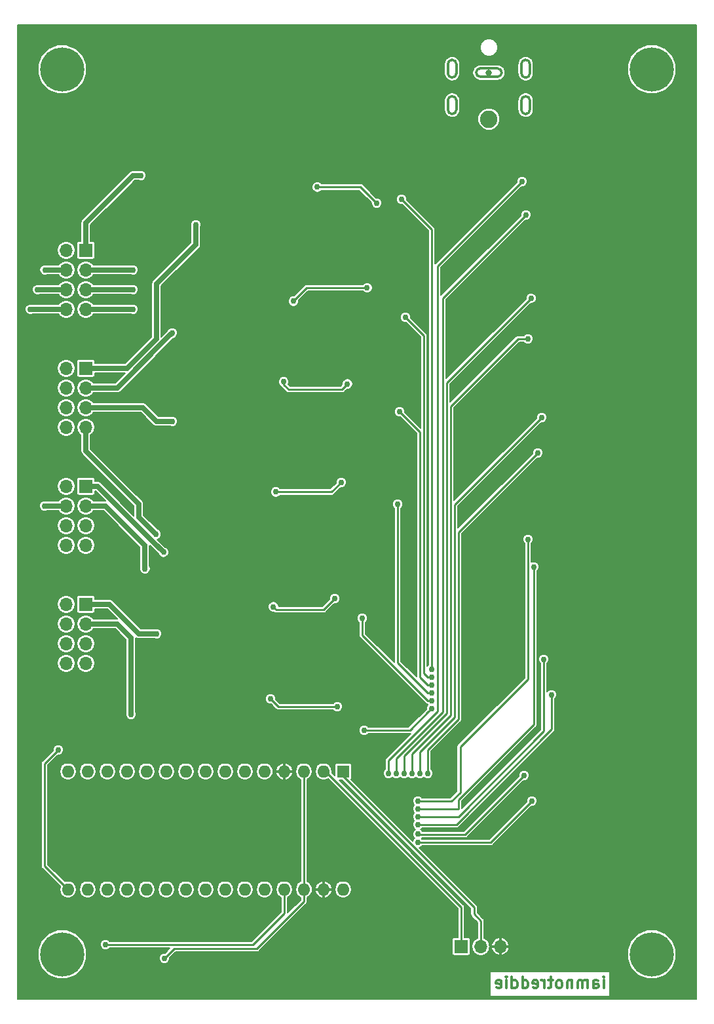
<source format=gbr>
G04 #@! TF.GenerationSoftware,KiCad,Pcbnew,(5.0.0)*
G04 #@! TF.CreationDate,2020-11-12T12:13:27-08:00*
G04 #@! TF.ProjectId,Valve_Monitor_ArduinoNano,56616C76655F4D6F6E69746F725F4172,rev?*
G04 #@! TF.SameCoordinates,Original*
G04 #@! TF.FileFunction,Copper,L2,Bot,Signal*
G04 #@! TF.FilePolarity,Positive*
%FSLAX46Y46*%
G04 Gerber Fmt 4.6, Leading zero omitted, Abs format (unit mm)*
G04 Created by KiCad (PCBNEW (5.0.0)) date 11/12/20 12:13:27*
%MOMM*%
%LPD*%
G01*
G04 APERTURE LIST*
G04 #@! TA.AperFunction,NonConductor*
%ADD10C,0.300000*%
G04 #@! TD*
G04 #@! TA.AperFunction,EtchedComponent*
%ADD11C,0.300000*%
G04 #@! TD*
G04 #@! TA.AperFunction,ComponentPad*
%ADD12C,5.700000*%
G04 #@! TD*
G04 #@! TA.AperFunction,ComponentPad*
%ADD13C,2.250000*%
G04 #@! TD*
G04 #@! TA.AperFunction,ComponentPad*
%ADD14C,0.800000*%
G04 #@! TD*
G04 #@! TA.AperFunction,ComponentPad*
%ADD15O,1.700000X1.700000*%
G04 #@! TD*
G04 #@! TA.AperFunction,ComponentPad*
%ADD16R,1.700000X1.700000*%
G04 #@! TD*
G04 #@! TA.AperFunction,ComponentPad*
%ADD17O,1.600000X1.600000*%
G04 #@! TD*
G04 #@! TA.AperFunction,ComponentPad*
%ADD18R,1.600000X1.600000*%
G04 #@! TD*
G04 #@! TA.AperFunction,ViaPad*
%ADD19C,0.762000*%
G04 #@! TD*
G04 #@! TA.AperFunction,Conductor*
%ADD20C,0.254000*%
G04 #@! TD*
G04 #@! TA.AperFunction,Conductor*
%ADD21C,0.635000*%
G04 #@! TD*
G04 #@! TA.AperFunction,Conductor*
%ADD22C,0.127000*%
G04 #@! TD*
G04 APERTURE END LIST*
D10*
X104274071Y-163873571D02*
X104274071Y-162873571D01*
X104274071Y-162373571D02*
X104345500Y-162445000D01*
X104274071Y-162516428D01*
X104202642Y-162445000D01*
X104274071Y-162373571D01*
X104274071Y-162516428D01*
X102916928Y-163873571D02*
X102916928Y-163087857D01*
X102988357Y-162945000D01*
X103131214Y-162873571D01*
X103416928Y-162873571D01*
X103559785Y-162945000D01*
X102916928Y-163802142D02*
X103059785Y-163873571D01*
X103416928Y-163873571D01*
X103559785Y-163802142D01*
X103631214Y-163659285D01*
X103631214Y-163516428D01*
X103559785Y-163373571D01*
X103416928Y-163302142D01*
X103059785Y-163302142D01*
X102916928Y-163230714D01*
X102202642Y-163873571D02*
X102202642Y-162873571D01*
X102202642Y-163016428D02*
X102131214Y-162945000D01*
X101988357Y-162873571D01*
X101774071Y-162873571D01*
X101631214Y-162945000D01*
X101559785Y-163087857D01*
X101559785Y-163873571D01*
X101559785Y-163087857D02*
X101488357Y-162945000D01*
X101345500Y-162873571D01*
X101131214Y-162873571D01*
X100988357Y-162945000D01*
X100916928Y-163087857D01*
X100916928Y-163873571D01*
X100202642Y-162873571D02*
X100202642Y-163873571D01*
X100202642Y-163016428D02*
X100131214Y-162945000D01*
X99988357Y-162873571D01*
X99774071Y-162873571D01*
X99631214Y-162945000D01*
X99559785Y-163087857D01*
X99559785Y-163873571D01*
X98631214Y-163873571D02*
X98774071Y-163802142D01*
X98845500Y-163730714D01*
X98916928Y-163587857D01*
X98916928Y-163159285D01*
X98845500Y-163016428D01*
X98774071Y-162945000D01*
X98631214Y-162873571D01*
X98416928Y-162873571D01*
X98274071Y-162945000D01*
X98202642Y-163016428D01*
X98131214Y-163159285D01*
X98131214Y-163587857D01*
X98202642Y-163730714D01*
X98274071Y-163802142D01*
X98416928Y-163873571D01*
X98631214Y-163873571D01*
X97702642Y-162873571D02*
X97131214Y-162873571D01*
X97488357Y-162373571D02*
X97488357Y-163659285D01*
X97416928Y-163802142D01*
X97274071Y-163873571D01*
X97131214Y-163873571D01*
X96631214Y-163873571D02*
X96631214Y-162873571D01*
X96631214Y-163159285D02*
X96559785Y-163016428D01*
X96488357Y-162945000D01*
X96345500Y-162873571D01*
X96202642Y-162873571D01*
X95131214Y-163802142D02*
X95274071Y-163873571D01*
X95559785Y-163873571D01*
X95702642Y-163802142D01*
X95774071Y-163659285D01*
X95774071Y-163087857D01*
X95702642Y-162945000D01*
X95559785Y-162873571D01*
X95274071Y-162873571D01*
X95131214Y-162945000D01*
X95059785Y-163087857D01*
X95059785Y-163230714D01*
X95774071Y-163373571D01*
X93774071Y-163873571D02*
X93774071Y-162373571D01*
X93774071Y-163802142D02*
X93916928Y-163873571D01*
X94202642Y-163873571D01*
X94345500Y-163802142D01*
X94416928Y-163730714D01*
X94488357Y-163587857D01*
X94488357Y-163159285D01*
X94416928Y-163016428D01*
X94345500Y-162945000D01*
X94202642Y-162873571D01*
X93916928Y-162873571D01*
X93774071Y-162945000D01*
X92416928Y-163873571D02*
X92416928Y-162373571D01*
X92416928Y-163802142D02*
X92559785Y-163873571D01*
X92845500Y-163873571D01*
X92988357Y-163802142D01*
X93059785Y-163730714D01*
X93131214Y-163587857D01*
X93131214Y-163159285D01*
X93059785Y-163016428D01*
X92988357Y-162945000D01*
X92845500Y-162873571D01*
X92559785Y-162873571D01*
X92416928Y-162945000D01*
X91702642Y-163873571D02*
X91702642Y-162873571D01*
X91702642Y-162373571D02*
X91774071Y-162445000D01*
X91702642Y-162516428D01*
X91631214Y-162445000D01*
X91702642Y-162373571D01*
X91702642Y-162516428D01*
X90416928Y-163802142D02*
X90559785Y-163873571D01*
X90845500Y-163873571D01*
X90988357Y-163802142D01*
X91059785Y-163659285D01*
X91059785Y-163087857D01*
X90988357Y-162945000D01*
X90845500Y-162873571D01*
X90559785Y-162873571D01*
X90416928Y-162945000D01*
X90345500Y-163087857D01*
X90345500Y-163230714D01*
X91059785Y-163373571D01*
D11*
G04 #@! TO.C,J1*
X94191000Y-50978000D02*
G75*
G02X93641000Y-50428000I0J550000D01*
G01*
X94741000Y-50428000D02*
G75*
G02X94191000Y-50978000I-550000J0D01*
G01*
X94741000Y-49228000D02*
X94741000Y-50428000D01*
X94191000Y-48678000D02*
G75*
G02X94741000Y-49228000I0J-550000D01*
G01*
X93641000Y-49228000D02*
G75*
G02X94191000Y-48678000I550000J0D01*
G01*
X93641000Y-50428000D02*
X93641000Y-49228000D01*
X84691000Y-50978000D02*
G75*
G02X84141000Y-50428000I0J550000D01*
G01*
X85241000Y-50428000D02*
G75*
G02X84691000Y-50978000I-550000J0D01*
G01*
X85241000Y-49228000D02*
X85241000Y-50428000D01*
X84691000Y-48678000D02*
G75*
G02X85241000Y-49228000I0J-550000D01*
G01*
X84141000Y-49228000D02*
G75*
G02X84691000Y-48678000I550000J0D01*
G01*
X84141000Y-50428000D02*
X84141000Y-49228000D01*
X94191000Y-46278000D02*
G75*
G02X93641000Y-45728000I0J550000D01*
G01*
X94741000Y-45728000D02*
G75*
G02X94191000Y-46278000I-550000J0D01*
G01*
X94741000Y-44528000D02*
X94741000Y-45728000D01*
X94191000Y-43978000D02*
G75*
G02X94741000Y-44528000I0J-550000D01*
G01*
X93641000Y-44528000D02*
G75*
G02X94191000Y-43978000I550000J0D01*
G01*
X93641000Y-45728000D02*
X93641000Y-44528000D01*
X91091000Y-45628000D02*
G75*
G02X90541000Y-46178000I-550000J0D01*
G01*
X90541000Y-45078000D02*
G75*
G02X91091000Y-45628000I0J-550000D01*
G01*
X88341000Y-45078000D02*
X90541000Y-45078000D01*
X87791000Y-45628000D02*
G75*
G02X88341000Y-45078000I550000J0D01*
G01*
X88341000Y-46178000D02*
G75*
G02X87791000Y-45628000I0J550000D01*
G01*
X90541000Y-46178000D02*
X88341000Y-46178000D01*
X84691000Y-46278000D02*
G75*
G02X84141000Y-45728000I0J550000D01*
G01*
X85241000Y-45728000D02*
G75*
G02X84691000Y-46278000I-550000J0D01*
G01*
X85241000Y-44528000D02*
X85241000Y-45728000D01*
X84691000Y-43978000D02*
G75*
G02X85241000Y-44528000I0J-550000D01*
G01*
X84141000Y-44528000D02*
G75*
G02X84691000Y-43978000I550000J0D01*
G01*
X84141000Y-45728000D02*
X84141000Y-44528000D01*
G04 #@! TD*
D12*
G04 #@! TO.P,REF\002A\002A,1*
G04 #@! TO.N,N/C*
X110490000Y-45212000D03*
G04 #@! TD*
G04 #@! TO.P,REF\002A\002A,1*
G04 #@! TO.N,N/C*
X110490000Y-159512000D03*
G04 #@! TD*
G04 #@! TO.P,REF\002A\002A,1*
G04 #@! TO.N,N/C*
X34290000Y-159512000D03*
G04 #@! TD*
D13*
G04 #@! TO.P,J1,1*
G04 #@! TO.N,/INPUT_POWER*
X89441000Y-51628000D03*
D14*
G04 #@! TO.P,J1,2*
G04 #@! TO.N,GND*
X89441000Y-45628000D03*
G04 #@! TD*
D15*
G04 #@! TO.P,J3,8*
G04 #@! TO.N,/AIR_D__RTN*
X34798000Y-91440000D03*
G04 #@! TO.P,J3,7*
G04 #@! TO.N,/AIR_D_PWR*
X37338000Y-91440000D03*
G04 #@! TO.P,J3,6*
G04 #@! TO.N,/PUR_RTN*
X34798000Y-88900000D03*
G04 #@! TO.P,J3,5*
G04 #@! TO.N,/PUR_PWR*
X37338000Y-88900000D03*
G04 #@! TO.P,J3,4*
G04 #@! TO.N,/EQ_RTN*
X34798000Y-86360000D03*
G04 #@! TO.P,J3,3*
G04 #@! TO.N,/EQ_PWR*
X37338000Y-86360000D03*
G04 #@! TO.P,J3,2*
G04 #@! TO.N,/OCD_RTN*
X34798000Y-83820000D03*
D16*
G04 #@! TO.P,J3,1*
G04 #@! TO.N,/OCD_PWR*
X37338000Y-83820000D03*
G04 #@! TD*
G04 #@! TO.P,J6,1*
G04 #@! TO.N,/FWA_VALVE*
X37338000Y-99060000D03*
D15*
G04 #@! TO.P,J6,2*
G04 #@! TO.N,/FWA_RTN*
X34798000Y-99060000D03*
G04 #@! TO.P,J6,3*
G04 #@! TO.N,/FWB_VALVE*
X37338000Y-101600000D03*
G04 #@! TO.P,J6,4*
G04 #@! TO.N,/FWB_RTN*
X34798000Y-101600000D03*
G04 #@! TO.P,J6,5*
G04 #@! TO.N,Net-(J6-Pad5)*
X37338000Y-104140000D03*
G04 #@! TO.P,J6,6*
G04 #@! TO.N,Net-(J6-Pad6)*
X34798000Y-104140000D03*
G04 #@! TO.P,J6,7*
G04 #@! TO.N,Net-(J6-Pad7)*
X37338000Y-106680000D03*
G04 #@! TO.P,J6,8*
G04 #@! TO.N,Net-(J6-Pad8)*
X34798000Y-106680000D03*
G04 #@! TD*
G04 #@! TO.P,J5,8*
G04 #@! TO.N,/AIR_D__RTN*
X34798000Y-76200000D03*
G04 #@! TO.P,J5,7*
G04 #@! TO.N,/AIR_D_VALVE*
X37338000Y-76200000D03*
G04 #@! TO.P,J5,6*
G04 #@! TO.N,/PUR_RTN*
X34798000Y-73660000D03*
G04 #@! TO.P,J5,5*
G04 #@! TO.N,/PUR_VALVE*
X37338000Y-73660000D03*
G04 #@! TO.P,J5,4*
G04 #@! TO.N,/EQ_RTN*
X34798000Y-71120000D03*
G04 #@! TO.P,J5,3*
G04 #@! TO.N,/EQ_VALVE*
X37338000Y-71120000D03*
G04 #@! TO.P,J5,2*
G04 #@! TO.N,/OCD_RTN*
X34798000Y-68580000D03*
D16*
G04 #@! TO.P,J5,1*
G04 #@! TO.N,/OCD_VALVE*
X37338000Y-68580000D03*
G04 #@! TD*
G04 #@! TO.P,J4,1*
G04 #@! TO.N,/FWA_PWR*
X37338000Y-114300000D03*
D15*
G04 #@! TO.P,J4,2*
G04 #@! TO.N,/FWA_RTN*
X34798000Y-114300000D03*
G04 #@! TO.P,J4,3*
G04 #@! TO.N,/FWB_PWR*
X37338000Y-116840000D03*
G04 #@! TO.P,J4,4*
G04 #@! TO.N,/FWB_RTN*
X34798000Y-116840000D03*
G04 #@! TO.P,J4,5*
G04 #@! TO.N,Net-(J4-Pad5)*
X37338000Y-119380000D03*
G04 #@! TO.P,J4,6*
G04 #@! TO.N,Net-(J4-Pad6)*
X34798000Y-119380000D03*
G04 #@! TO.P,J4,7*
G04 #@! TO.N,Net-(J4-Pad7)*
X37338000Y-121920000D03*
G04 #@! TO.P,J4,8*
G04 #@! TO.N,Net-(J4-Pad8)*
X34798000Y-121920000D03*
G04 #@! TD*
G04 #@! TO.P,J2,3*
G04 #@! TO.N,GND*
X90932000Y-158496000D03*
G04 #@! TO.P,J2,2*
G04 #@! TO.N,/TX*
X88392000Y-158496000D03*
D16*
G04 #@! TO.P,J2,1*
G04 #@! TO.N,/RX*
X85852000Y-158496000D03*
G04 #@! TD*
D17*
G04 #@! TO.P,A1,16*
G04 #@! TO.N,/FWB_PASS*
X35052000Y-151130000D03*
G04 #@! TO.P,A1,15*
G04 #@! TO.N,/FWB_Hit*
X35052000Y-135890000D03*
G04 #@! TO.P,A1,30*
G04 #@! TO.N,+12V*
X70612000Y-151130000D03*
G04 #@! TO.P,A1,14*
G04 #@! TO.N,/FWA_PASS*
X37592000Y-135890000D03*
G04 #@! TO.P,A1,29*
G04 #@! TO.N,GND*
X68072000Y-151130000D03*
G04 #@! TO.P,A1,13*
G04 #@! TO.N,/FWA_Hit*
X40132000Y-135890000D03*
G04 #@! TO.P,A1,28*
G04 #@! TO.N,Net-(A1-Pad28)*
X65532000Y-151130000D03*
G04 #@! TO.P,A1,12*
G04 #@! TO.N,/AIR_D_PASS*
X42672000Y-135890000D03*
G04 #@! TO.P,A1,27*
G04 #@! TO.N,Net-(A1-Pad27)*
X62992000Y-151130000D03*
G04 #@! TO.P,A1,11*
G04 #@! TO.N,/AIR_D_Hit*
X45212000Y-135890000D03*
G04 #@! TO.P,A1,26*
G04 #@! TO.N,Net-(A1-Pad26)*
X60452000Y-151130000D03*
G04 #@! TO.P,A1,10*
G04 #@! TO.N,/PUR_PASS*
X47752000Y-135890000D03*
G04 #@! TO.P,A1,25*
G04 #@! TO.N,/FWB_CURR*
X57912000Y-151130000D03*
G04 #@! TO.P,A1,9*
G04 #@! TO.N,/PUR_Hit*
X50292000Y-135890000D03*
G04 #@! TO.P,A1,24*
G04 #@! TO.N,/FWA_CURR*
X55372000Y-151130000D03*
G04 #@! TO.P,A1,8*
G04 #@! TO.N,/EQ_PASS*
X52832000Y-135890000D03*
G04 #@! TO.P,A1,23*
G04 #@! TO.N,/AIR_D_CURR*
X52832000Y-151130000D03*
G04 #@! TO.P,A1,7*
G04 #@! TO.N,/EQ_Hit*
X55372000Y-135890000D03*
G04 #@! TO.P,A1,22*
G04 #@! TO.N,/PUR_CURR*
X50292000Y-151130000D03*
G04 #@! TO.P,A1,6*
G04 #@! TO.N,/OCD_PASS*
X57912000Y-135890000D03*
G04 #@! TO.P,A1,21*
G04 #@! TO.N,/EQ_CURR*
X47752000Y-151130000D03*
G04 #@! TO.P,A1,5*
G04 #@! TO.N,/OCD_Hit*
X60452000Y-135890000D03*
G04 #@! TO.P,A1,20*
G04 #@! TO.N,/OCD_CURR*
X45212000Y-151130000D03*
G04 #@! TO.P,A1,4*
G04 #@! TO.N,GND*
X62992000Y-135890000D03*
G04 #@! TO.P,A1,19*
G04 #@! TO.N,/VALVE_V*
X42672000Y-151130000D03*
G04 #@! TO.P,A1,3*
G04 #@! TO.N,Net-(A1-Pad28)*
X65532000Y-135890000D03*
G04 #@! TO.P,A1,18*
G04 #@! TO.N,Net-(A1-Pad18)*
X40132000Y-151130000D03*
G04 #@! TO.P,A1,2*
G04 #@! TO.N,/RX*
X68072000Y-135890000D03*
G04 #@! TO.P,A1,17*
G04 #@! TO.N,Net-(A1-Pad17)*
X37592000Y-151130000D03*
D18*
G04 #@! TO.P,A1,1*
G04 #@! TO.N,/TX*
X70612000Y-135890000D03*
G04 #@! TD*
D12*
G04 #@! TO.P,REF\002A\002A,1*
G04 #@! TO.N,N/C*
X34290000Y-45212000D03*
G04 #@! TD*
D19*
G04 #@! TO.N,/TX*
X70612000Y-135890000D03*
G04 #@! TO.N,Net-(A1-Pad28)*
X47498000Y-160020000D03*
G04 #@! TO.N,/FWA_CURR*
X73058000Y-116105000D03*
X82042000Y-126745987D03*
G04 #@! TO.N,/FWA_PASS*
X80264000Y-142747963D03*
X97536000Y-125984000D03*
G04 #@! TO.N,/FWB_CURR*
X73312000Y-130583000D03*
X82042000Y-127762000D03*
G04 #@! TO.N,/FWB_PASS*
X80264000Y-145034000D03*
X94996000Y-139700000D03*
X33782000Y-133096000D03*
G04 #@! TO.N,/OCD_CURR*
X78138000Y-62003000D03*
X82042000Y-122681935D03*
G04 #@! TO.N,/OCD_PASS*
X94234000Y-64008000D03*
X77470000Y-136144000D03*
G04 #@! TO.N,/PUR_CURR*
X77884010Y-89435000D03*
X82042000Y-124713961D03*
G04 #@! TO.N,/EQ_PASS*
X79502000Y-136144000D03*
X94488000Y-80010000D03*
G04 #@! TO.N,/EQ_CURR*
X78646000Y-77243000D03*
X82042000Y-123697948D03*
G04 #@! TO.N,/PUR_PASS*
X81534000Y-136144000D03*
X95758000Y-94742000D03*
G04 #@! TO.N,/AIR_D_CURR*
X77632674Y-101368400D03*
X82042000Y-125729974D03*
G04 #@! TO.N,/AIR_D_PASS*
X80264000Y-140715947D03*
X95250000Y-109474000D03*
G04 #@! TO.N,/FWA_Hit*
X80264000Y-141731960D03*
X96520000Y-121412000D03*
G04 #@! TO.N,Net-(A1-Pad27)*
X39878000Y-158242020D03*
G04 #@! TO.N,/FWB_Hit*
X93980000Y-136398000D03*
X80294823Y-143987177D03*
G04 #@! TO.N,/OCD_Hit*
X93726000Y-59690000D03*
X76454000Y-136144000D03*
G04 #@! TO.N,/EQ_Hit*
X78486000Y-136144000D03*
X94899816Y-74772184D03*
G04 #@! TO.N,/PUR_Hit*
X80518000Y-136144000D03*
X96266000Y-90170000D03*
G04 #@! TO.N,/AIR_D_Hit*
X80264000Y-139699934D03*
X94488000Y-105918000D03*
G04 #@! TO.N,/FWB_PWR*
X43180000Y-128524006D03*
G04 #@! TO.N,/EQ_PWR*
X48514000Y-79248000D03*
G04 #@! TO.N,/OCD_PWR*
X51562000Y-65278000D03*
G04 #@! TO.N,GND*
X56780000Y-111343000D03*
X62580000Y-112343000D03*
X67668000Y-53209000D03*
X73268000Y-63009000D03*
X76268000Y-62009000D03*
X59414000Y-130317000D03*
X59844000Y-104383000D03*
X55844000Y-96983000D03*
X57816000Y-83213000D03*
X67724000Y-58193000D03*
X64295000Y-41810000D03*
X50579000Y-41810000D03*
X63787026Y-54510000D03*
X51087000Y-53748000D03*
X53627000Y-46128000D03*
X54896992Y-49684000D03*
X62897990Y-106943000D03*
X67723990Y-97643012D03*
X67723988Y-103383000D03*
X67723988Y-130717000D03*
X68739990Y-116570541D03*
X68739988Y-112343000D03*
X61881990Y-120917000D03*
X63913990Y-85777990D03*
X67723988Y-125917000D03*
X64675990Y-98720855D03*
X61881990Y-124717000D03*
X72296000Y-102135000D03*
X71280000Y-131091000D03*
X58190000Y-72087000D03*
X70009988Y-74837000D03*
X68787937Y-67227417D03*
X70009988Y-70543000D03*
X64421998Y-76989000D03*
X80518000Y-41910000D03*
X111252000Y-65024000D03*
X105410000Y-65277979D03*
X63246000Y-87884000D03*
X65532000Y-79502000D03*
X65532000Y-62738000D03*
X106934020Y-80264000D03*
X111506000Y-80264000D03*
X74930000Y-75692000D03*
X80010000Y-71628000D03*
X60580000Y-116437025D03*
X54102000Y-161290000D03*
X72666000Y-88878000D03*
X69850000Y-89408000D03*
X71120000Y-84328000D03*
X112522000Y-96012000D03*
X108691184Y-95971184D03*
X103378000Y-93472000D03*
X103378000Y-108204000D03*
X108712000Y-110998000D03*
X112776000Y-110998000D03*
X103378000Y-123952000D03*
X108744000Y-126206000D03*
X112538000Y-126476000D03*
X103124000Y-138938000D03*
X108744000Y-141446000D03*
X112776000Y-141986000D03*
G04 #@! TO.N,/FWA_PWR*
X46482000Y-118109992D03*
G04 #@! TO.N,/PUR_PWR*
X48514000Y-90678000D03*
G04 #@! TO.N,/AIR_D_PWR*
X46393527Y-105244473D03*
G04 #@! TO.N,Net-(R44-Pad2)*
X61580000Y-114620025D03*
X69502000Y-113565000D03*
G04 #@! TO.N,Net-(R15-Pad2)*
X64167990Y-75143000D03*
X73691000Y-73437000D03*
G04 #@! TO.N,Net-(R13-Pad2)*
X67268000Y-60409000D03*
X74930000Y-62484000D03*
G04 #@! TO.N,Net-(R42-Pad2)*
X61205000Y-126517000D03*
X69850000Y-127508000D03*
G04 #@! TO.N,Net-(R65-Pad2)*
X61881990Y-99783000D03*
X70358000Y-98552000D03*
G04 #@! TO.N,Net-(R67-Pad2)*
X62921808Y-85559235D03*
X71155640Y-85828270D03*
G04 #@! TO.N,/AIR_D_VALVE*
X43434000Y-76200000D03*
G04 #@! TO.N,/FWB_VALVE*
X44990992Y-109728000D03*
G04 #@! TO.N,/FWA_VALVE*
X47380000Y-107578000D03*
G04 #@! TO.N,/OCD_VALVE*
X44449990Y-58928000D03*
G04 #@! TO.N,/EQ_VALVE*
X43434000Y-71120000D03*
G04 #@! TO.N,/PUR_VALVE*
X43434000Y-73660000D03*
G04 #@! TO.N,/FWB_RTN*
X32004000Y-101600000D03*
G04 #@! TO.N,/AIR_D__RTN*
X30162500Y-76200000D03*
G04 #@! TO.N,/PUR_RTN*
X31115000Y-73660000D03*
G04 #@! TO.N,/EQ_RTN*
X32067500Y-71120000D03*
G04 #@! TD*
D20*
G04 #@! TO.N,/TX*
X70612000Y-136509762D02*
X87518238Y-153416000D01*
X70612000Y-135890000D02*
X70612000Y-136509762D01*
X87518238Y-153416000D02*
X87518238Y-154320238D01*
X88392000Y-155194000D02*
X88392000Y-158496000D01*
X87518238Y-154320238D02*
X88392000Y-155194000D01*
G04 #@! TO.N,/RX*
X68072000Y-135890000D02*
X68326000Y-135890000D01*
X85852000Y-153416000D02*
X85852000Y-158496000D01*
X68326000Y-135890000D02*
X85852000Y-153416000D01*
G04 #@! TO.N,Net-(A1-Pad28)*
X48768000Y-158750000D02*
X47498000Y-160020000D01*
X59436000Y-158750000D02*
X48768000Y-158750000D01*
X65532000Y-151130000D02*
X65532000Y-152654000D01*
X65532000Y-152654000D02*
X59436000Y-158750000D01*
X65532000Y-151130000D02*
X65532000Y-135890000D01*
G04 #@! TO.N,/FWA_CURR*
X73058000Y-116105000D02*
X73058000Y-118300802D01*
X73058000Y-118300802D02*
X81503185Y-126745987D01*
X81503185Y-126745987D02*
X82042000Y-126745987D01*
G04 #@! TO.N,/FWA_PASS*
X80264000Y-142747963D02*
X80264037Y-142748000D01*
X85233471Y-142747963D02*
X97536000Y-130445434D01*
X80264000Y-142747963D02*
X85233471Y-142747963D01*
X97536000Y-130445434D02*
X97536000Y-125984000D01*
G04 #@! TO.N,/FWB_CURR*
X73312000Y-130583000D02*
X79221000Y-130583000D01*
X79221000Y-130583000D02*
X81661001Y-128142999D01*
X81661001Y-128142999D02*
X82042000Y-127762000D01*
G04 #@! TO.N,/FWB_PASS*
X80264000Y-145034000D02*
X89662000Y-145034000D01*
X89662000Y-145034000D02*
X94996000Y-139700000D01*
X32004000Y-134874000D02*
X33782000Y-133096000D01*
X32004000Y-148082000D02*
X32004000Y-134874000D01*
X35052000Y-151130000D02*
X32004000Y-148082000D01*
G04 #@! TO.N,/OCD_CURR*
X82042000Y-65907000D02*
X82042000Y-122143120D01*
X82042000Y-122143120D02*
X82042000Y-122681935D01*
X78138000Y-62003000D02*
X82042000Y-65907000D01*
G04 #@! TO.N,/OCD_PASS*
X83471978Y-128197150D02*
X77470000Y-134199128D01*
X83471978Y-74770022D02*
X83471978Y-128197150D01*
X94234000Y-64008000D02*
X83471978Y-74770022D01*
X77470000Y-135605185D02*
X77470000Y-136144000D01*
X77470000Y-134199128D02*
X77470000Y-135605185D01*
G04 #@! TO.N,/PUR_CURR*
X81503185Y-124713961D02*
X82042000Y-124713961D01*
X80517988Y-92068978D02*
X80517988Y-123728764D01*
X77884010Y-89435000D02*
X80517988Y-92068978D01*
X80517988Y-123728764D02*
X81503185Y-124713961D01*
G04 #@! TO.N,/EQ_PASS*
X79502000Y-133985001D02*
X79502000Y-136144000D01*
X79502000Y-133604000D02*
X79502000Y-133985001D01*
X84488000Y-93753000D02*
X84488000Y-128618000D01*
X84488000Y-128618000D02*
X79502000Y-133604000D01*
X84488000Y-93753000D02*
X84488000Y-88740000D01*
X84488000Y-88740000D02*
X93218000Y-80010000D01*
X93218000Y-80010000D02*
X94488000Y-80010000D01*
G04 #@! TO.N,/EQ_CURR*
X81025998Y-79622998D02*
X81025998Y-123220761D01*
X81503185Y-123697948D02*
X82042000Y-123697948D01*
X81025998Y-123220761D02*
X81503185Y-123697948D01*
X78646000Y-77243000D02*
X81025998Y-79622998D01*
G04 #@! TO.N,/PUR_PASS*
X81534000Y-133096000D02*
X81534000Y-136144000D01*
X85504000Y-108231000D02*
X85504000Y-129126000D01*
X85504000Y-129126000D02*
X81534000Y-133096000D01*
X85504000Y-108231000D02*
X85504000Y-104996000D01*
X85504000Y-104996000D02*
X95758000Y-94742000D01*
G04 #@! TO.N,/AIR_D_CURR*
X81503185Y-125729974D02*
X82042000Y-125729974D01*
X77632674Y-101368400D02*
X77632674Y-121859463D01*
X77632674Y-121859463D02*
X81503185Y-125729974D01*
G04 #@! TO.N,/AIR_D_PASS*
X95250000Y-129794000D02*
X95250000Y-109474000D01*
X85504013Y-139539987D02*
X95250000Y-129794000D01*
X85476973Y-140715947D02*
X85504013Y-140742987D01*
X85504013Y-140742987D02*
X85504013Y-139539987D01*
X80264000Y-140715947D02*
X85476973Y-140715947D01*
G04 #@! TO.N,/FWA_Hit*
X85476960Y-141731960D02*
X80802815Y-141731960D01*
X80802815Y-141731960D02*
X80264000Y-141731960D01*
X85504000Y-141759000D02*
X85476960Y-141731960D01*
X85476960Y-141731960D02*
X96520000Y-130688920D01*
X96520000Y-130688920D02*
X96520000Y-121412000D01*
G04 #@! TO.N,Net-(A1-Pad27)*
X39878022Y-158241998D02*
X39878000Y-158242020D01*
X58928002Y-158241998D02*
X39878022Y-158241998D01*
X62992000Y-151130000D02*
X62992000Y-154178000D01*
X62992000Y-154178000D02*
X58928002Y-158241998D01*
G04 #@! TO.N,/FWB_Hit*
X80325646Y-144018000D02*
X80294823Y-143987177D01*
X93980000Y-136398000D02*
X86360000Y-144018000D01*
X86360000Y-144018000D02*
X80325646Y-144018000D01*
G04 #@! TO.N,/OCD_Hit*
X93726000Y-59690000D02*
X82804005Y-70611995D01*
X82804005Y-128146687D02*
X76454000Y-134496692D01*
X76454000Y-135605185D02*
X76454000Y-136144000D01*
X76454000Y-134496692D02*
X76454000Y-135605185D01*
X82804005Y-70611995D02*
X82804005Y-128146687D01*
G04 #@! TO.N,/EQ_Hit*
X78486000Y-135605185D02*
X78486000Y-136144000D01*
X83980000Y-128407564D02*
X78486000Y-133901564D01*
X83980000Y-90196984D02*
X83980000Y-128407564D01*
X78486000Y-133901564D02*
X78486000Y-135605185D01*
X83980000Y-90196984D02*
X83980000Y-85692000D01*
X83980000Y-85692000D02*
X94899816Y-74772184D01*
G04 #@! TO.N,/PUR_Hit*
X80518000Y-133350000D02*
X80518000Y-136144000D01*
X84996000Y-104421000D02*
X84996000Y-128872000D01*
X84996000Y-128872000D02*
X80518000Y-133350000D01*
X84996000Y-104421000D02*
X84996000Y-101440000D01*
X84996000Y-101440000D02*
X96266000Y-90170000D01*
G04 #@! TO.N,/AIR_D_Hit*
X85730982Y-132709018D02*
X94488000Y-123952000D01*
X84625630Y-139699934D02*
X85730982Y-138594582D01*
X94488000Y-123952000D02*
X94488000Y-105918000D01*
X80264000Y-139699934D02*
X84625630Y-139699934D01*
X85730982Y-138594582D02*
X85730982Y-132709018D01*
D21*
G04 #@! TO.N,/FWB_PWR*
X43180000Y-127985191D02*
X43180000Y-128524006D01*
X43180000Y-118618000D02*
X43180000Y-127985191D01*
X37338000Y-116840000D02*
X41402000Y-116840000D01*
X41402000Y-116840000D02*
X43180000Y-118618000D01*
G04 #@! TO.N,/EQ_PWR*
X37338000Y-86360000D02*
X41402000Y-86360000D01*
X48133001Y-79628999D02*
X48514000Y-79248000D01*
X41402000Y-86360000D02*
X48133001Y-79628999D01*
G04 #@! TO.N,/OCD_PWR*
X51562000Y-67818000D02*
X51562000Y-65278000D01*
X46482000Y-72898000D02*
X51562000Y-67818000D01*
X46482000Y-80010000D02*
X46482000Y-72898000D01*
X37338000Y-83820000D02*
X42672000Y-83820000D01*
X42672000Y-83820000D02*
X46482000Y-80010000D01*
G04 #@! TO.N,/FWA_PWR*
X46481992Y-118110000D02*
X46482000Y-118109992D01*
X44196000Y-118110000D02*
X46481992Y-118110000D01*
X37338000Y-114300000D02*
X40386000Y-114300000D01*
X40386000Y-114300000D02*
X44196000Y-118110000D01*
G04 #@! TO.N,/PUR_PWR*
X46482000Y-90678000D02*
X48514000Y-90678000D01*
X37338000Y-88900000D02*
X44704000Y-88900000D01*
X44704000Y-88900000D02*
X46482000Y-90678000D01*
G04 #@! TO.N,/AIR_D_PWR*
X44196000Y-103046946D02*
X46393527Y-105244473D01*
X44196000Y-101346000D02*
X44196000Y-103046946D01*
X37338000Y-91440000D02*
X37338000Y-94488000D01*
X37338000Y-94488000D02*
X44196000Y-101346000D01*
D20*
G04 #@! TO.N,Net-(R44-Pad2)*
X69121001Y-113945999D02*
X69502000Y-113565000D01*
X68065976Y-115001024D02*
X69121001Y-113945999D01*
X61960999Y-115001024D02*
X68065976Y-115001024D01*
X61580000Y-114620025D02*
X61960999Y-115001024D01*
G04 #@! TO.N,Net-(R15-Pad2)*
X65873990Y-73437000D02*
X64167990Y-75143000D01*
X73691000Y-73437000D02*
X65873990Y-73437000D01*
G04 #@! TO.N,Net-(R13-Pad2)*
X72855000Y-60409000D02*
X67268000Y-60409000D01*
X74930000Y-62484000D02*
X72855000Y-60409000D01*
G04 #@! TO.N,Net-(R42-Pad2)*
X62196000Y-127508000D02*
X61205000Y-126517000D01*
X69850000Y-127508000D02*
X62196000Y-127508000D01*
G04 #@! TO.N,Net-(R65-Pad2)*
X69127000Y-99783000D02*
X61881990Y-99783000D01*
X70358000Y-98552000D02*
X69127000Y-99783000D01*
G04 #@! TO.N,Net-(R67-Pad2)*
X62921808Y-85913570D02*
X63548229Y-86539991D01*
X62921808Y-85559235D02*
X62921808Y-85913570D01*
X63548229Y-86539991D02*
X70443919Y-86539991D01*
X70443919Y-86539991D02*
X71155640Y-85828270D01*
D21*
G04 #@! TO.N,/AIR_D_VALVE*
X37338000Y-76200000D02*
X43434000Y-76200000D01*
G04 #@! TO.N,/FWB_VALVE*
X44958000Y-109695008D02*
X44990992Y-109728000D01*
X44958000Y-106680000D02*
X44958000Y-109695008D01*
X37338000Y-101600000D02*
X39878000Y-101600000D01*
X39878000Y-101600000D02*
X44958000Y-106680000D01*
G04 #@! TO.N,/FWA_VALVE*
X45998974Y-106196974D02*
X47380000Y-107578000D01*
X37338000Y-99060000D02*
X38862000Y-99060000D01*
X38862000Y-99060000D02*
X45998974Y-106196974D01*
G04 #@! TO.N,/OCD_VALVE*
X43434000Y-58928000D02*
X44449990Y-58928000D01*
X37338000Y-65024000D02*
X43434000Y-58928000D01*
X37338000Y-68580000D02*
X37338000Y-65024000D01*
G04 #@! TO.N,/EQ_VALVE*
X37338000Y-71120000D02*
X43434000Y-71120000D01*
G04 #@! TO.N,/PUR_VALVE*
X37338000Y-73660000D02*
X43434000Y-73660000D01*
G04 #@! TO.N,/FWB_RTN*
X34798000Y-101600000D02*
X32004000Y-101600000D01*
G04 #@! TO.N,/AIR_D__RTN*
X34798000Y-76200000D02*
X30162500Y-76200000D01*
G04 #@! TO.N,/PUR_RTN*
X34798000Y-73660000D02*
X31115000Y-73660000D01*
G04 #@! TO.N,/EQ_RTN*
X34798000Y-71120000D02*
X33595919Y-71120000D01*
X33595919Y-71120000D02*
X32067500Y-71120000D01*
G04 #@! TD*
D22*
G04 #@! TO.N,GND*
G36*
X116268500Y-165290500D02*
X28511500Y-165290500D01*
X28511500Y-158881945D01*
X31122500Y-158881945D01*
X31122500Y-160142055D01*
X31604723Y-161306245D01*
X32495755Y-162197277D01*
X33659945Y-162679500D01*
X34920055Y-162679500D01*
X36084245Y-162197277D01*
X36559022Y-161722500D01*
X89592286Y-161722500D01*
X89592286Y-164907500D01*
X105098715Y-164907500D01*
X105098715Y-161722500D01*
X89592286Y-161722500D01*
X36559022Y-161722500D01*
X36975277Y-161306245D01*
X37457500Y-160142055D01*
X37457500Y-158881945D01*
X37134884Y-158103080D01*
X39179500Y-158103080D01*
X39179500Y-158380960D01*
X39285841Y-158637688D01*
X39482332Y-158834179D01*
X39739060Y-158940520D01*
X40016940Y-158940520D01*
X40273668Y-158834179D01*
X40421349Y-158686498D01*
X48202884Y-158686498D01*
X47567883Y-159321500D01*
X47359060Y-159321500D01*
X47102332Y-159427841D01*
X46905841Y-159624332D01*
X46799500Y-159881060D01*
X46799500Y-160158940D01*
X46905841Y-160415668D01*
X47102332Y-160612159D01*
X47359060Y-160718500D01*
X47636940Y-160718500D01*
X47893668Y-160612159D01*
X48090159Y-160415668D01*
X48196500Y-160158940D01*
X48196500Y-159950117D01*
X48952118Y-159194500D01*
X59392226Y-159194500D01*
X59436000Y-159203207D01*
X59479774Y-159194500D01*
X59479779Y-159194500D01*
X59609435Y-159168710D01*
X59756466Y-159070466D01*
X59781265Y-159033352D01*
X65815355Y-152999263D01*
X65852466Y-152974466D01*
X65877263Y-152937355D01*
X65877265Y-152937353D01*
X65950709Y-152827436D01*
X65950710Y-152827435D01*
X65976500Y-152697779D01*
X65976500Y-152697774D01*
X65985207Y-152654000D01*
X65976500Y-152610226D01*
X65976500Y-152177001D01*
X66337673Y-151935673D01*
X66584662Y-151566027D01*
X66624200Y-151367252D01*
X66979969Y-151367252D01*
X67153887Y-151767094D01*
X67467580Y-152069945D01*
X67834749Y-152222024D01*
X68008500Y-152166181D01*
X68008500Y-151193500D01*
X68135500Y-151193500D01*
X68135500Y-152166181D01*
X68309251Y-152222024D01*
X68676420Y-152069945D01*
X68990113Y-151767094D01*
X69164031Y-151367252D01*
X69108326Y-151193500D01*
X68135500Y-151193500D01*
X68008500Y-151193500D01*
X67035674Y-151193500D01*
X66979969Y-151367252D01*
X66624200Y-151367252D01*
X66671393Y-151130000D01*
X69472607Y-151130000D01*
X69559338Y-151566027D01*
X69806327Y-151935673D01*
X70175973Y-152182662D01*
X70501936Y-152247500D01*
X70722064Y-152247500D01*
X71048027Y-152182662D01*
X71417673Y-151935673D01*
X71664662Y-151566027D01*
X71751393Y-151130000D01*
X71664662Y-150693973D01*
X71417673Y-150324327D01*
X71048027Y-150077338D01*
X70722064Y-150012500D01*
X70501936Y-150012500D01*
X70175973Y-150077338D01*
X69806327Y-150324327D01*
X69559338Y-150693973D01*
X69472607Y-151130000D01*
X66671393Y-151130000D01*
X66624201Y-150892748D01*
X66979969Y-150892748D01*
X67035674Y-151066500D01*
X68008500Y-151066500D01*
X68008500Y-150093819D01*
X68135500Y-150093819D01*
X68135500Y-151066500D01*
X69108326Y-151066500D01*
X69164031Y-150892748D01*
X68990113Y-150492906D01*
X68676420Y-150190055D01*
X68309251Y-150037976D01*
X68135500Y-150093819D01*
X68008500Y-150093819D01*
X67834749Y-150037976D01*
X67467580Y-150190055D01*
X67153887Y-150492906D01*
X66979969Y-150892748D01*
X66624201Y-150892748D01*
X66584662Y-150693973D01*
X66337673Y-150324327D01*
X65976500Y-150082999D01*
X65976500Y-136937001D01*
X66337673Y-136695673D01*
X66584662Y-136326027D01*
X66671393Y-135890000D01*
X66932607Y-135890000D01*
X67019338Y-136326027D01*
X67266327Y-136695673D01*
X67635973Y-136942662D01*
X67961936Y-137007500D01*
X68182064Y-137007500D01*
X68508027Y-136942662D01*
X68653106Y-136845723D01*
X85407500Y-153600118D01*
X85407501Y-157322280D01*
X85002000Y-157322280D01*
X84878118Y-157346922D01*
X84773095Y-157417095D01*
X84702922Y-157522118D01*
X84678280Y-157646000D01*
X84678280Y-159346000D01*
X84702922Y-159469882D01*
X84773095Y-159574905D01*
X84878118Y-159645078D01*
X85002000Y-159669720D01*
X86702000Y-159669720D01*
X86825882Y-159645078D01*
X86930905Y-159574905D01*
X87001078Y-159469882D01*
X87025720Y-159346000D01*
X87025720Y-157646000D01*
X87001078Y-157522118D01*
X86930905Y-157417095D01*
X86825882Y-157346922D01*
X86702000Y-157322280D01*
X86296500Y-157322280D01*
X86296500Y-153459774D01*
X86305207Y-153416000D01*
X86296500Y-153372226D01*
X86296500Y-153372221D01*
X86270710Y-153242565D01*
X86245294Y-153204528D01*
X86197265Y-153132647D01*
X86197263Y-153132645D01*
X86172466Y-153095534D01*
X86135355Y-153070737D01*
X70078337Y-137013720D01*
X70487341Y-137013720D01*
X87073738Y-153600118D01*
X87073739Y-154276460D01*
X87065031Y-154320238D01*
X87099529Y-154493673D01*
X87172973Y-154603590D01*
X87172976Y-154603593D01*
X87197773Y-154640704D01*
X87234884Y-154665501D01*
X87947500Y-155378118D01*
X87947501Y-157394045D01*
X87936464Y-157396240D01*
X87550280Y-157654280D01*
X87292240Y-158040464D01*
X87201628Y-158496000D01*
X87292240Y-158951536D01*
X87550280Y-159337720D01*
X87936464Y-159595760D01*
X88277015Y-159663500D01*
X88506985Y-159663500D01*
X88847536Y-159595760D01*
X89233720Y-159337720D01*
X89491760Y-158951536D01*
X89533621Y-158741086D01*
X89790508Y-158741086D01*
X89971189Y-159159260D01*
X90298145Y-159476459D01*
X90686915Y-159637486D01*
X90868500Y-159582271D01*
X90868500Y-158559500D01*
X90995500Y-158559500D01*
X90995500Y-159582271D01*
X91177085Y-159637486D01*
X91565855Y-159476459D01*
X91892811Y-159159260D01*
X92012630Y-158881945D01*
X107322500Y-158881945D01*
X107322500Y-160142055D01*
X107804723Y-161306245D01*
X108695755Y-162197277D01*
X109859945Y-162679500D01*
X111120055Y-162679500D01*
X112284245Y-162197277D01*
X113175277Y-161306245D01*
X113657500Y-160142055D01*
X113657500Y-158881945D01*
X113175277Y-157717755D01*
X112284245Y-156826723D01*
X111120055Y-156344500D01*
X109859945Y-156344500D01*
X108695755Y-156826723D01*
X107804723Y-157717755D01*
X107322500Y-158881945D01*
X92012630Y-158881945D01*
X92073492Y-158741086D01*
X92018403Y-158559500D01*
X90995500Y-158559500D01*
X90868500Y-158559500D01*
X89845597Y-158559500D01*
X89790508Y-158741086D01*
X89533621Y-158741086D01*
X89582372Y-158496000D01*
X89533622Y-158250914D01*
X89790508Y-158250914D01*
X89845597Y-158432500D01*
X90868500Y-158432500D01*
X90868500Y-157409729D01*
X90995500Y-157409729D01*
X90995500Y-158432500D01*
X92018403Y-158432500D01*
X92073492Y-158250914D01*
X91892811Y-157832740D01*
X91565855Y-157515541D01*
X91177085Y-157354514D01*
X90995500Y-157409729D01*
X90868500Y-157409729D01*
X90686915Y-157354514D01*
X90298145Y-157515541D01*
X89971189Y-157832740D01*
X89790508Y-158250914D01*
X89533622Y-158250914D01*
X89491760Y-158040464D01*
X89233720Y-157654280D01*
X88847536Y-157396240D01*
X88836500Y-157394045D01*
X88836500Y-155237773D01*
X88845207Y-155193999D01*
X88836500Y-155150225D01*
X88836500Y-155150221D01*
X88810710Y-155020565D01*
X88785294Y-154982528D01*
X88737265Y-154910647D01*
X88737263Y-154910645D01*
X88712466Y-154873534D01*
X88675355Y-154848737D01*
X87962738Y-154136121D01*
X87962738Y-153459773D01*
X87971445Y-153415999D01*
X87962738Y-153372225D01*
X87962738Y-153372221D01*
X87936948Y-153242565D01*
X87911532Y-153204528D01*
X87863503Y-153132647D01*
X87863501Y-153132645D01*
X87838704Y-153095534D01*
X87801593Y-153070737D01*
X80445660Y-145714805D01*
X80659668Y-145626159D01*
X80807327Y-145478500D01*
X89618226Y-145478500D01*
X89662000Y-145487207D01*
X89705774Y-145478500D01*
X89705779Y-145478500D01*
X89835435Y-145452710D01*
X89982466Y-145354466D01*
X90007265Y-145317352D01*
X94926118Y-140398500D01*
X95134940Y-140398500D01*
X95391668Y-140292159D01*
X95588159Y-140095668D01*
X95694500Y-139838940D01*
X95694500Y-139561060D01*
X95588159Y-139304332D01*
X95391668Y-139107841D01*
X95134940Y-139001500D01*
X94857060Y-139001500D01*
X94600332Y-139107841D01*
X94403841Y-139304332D01*
X94297500Y-139561060D01*
X94297500Y-139769882D01*
X89477883Y-144589500D01*
X80807327Y-144589500D01*
X80743827Y-144526000D01*
X80807327Y-144462500D01*
X86316226Y-144462500D01*
X86360000Y-144471207D01*
X86403774Y-144462500D01*
X86403779Y-144462500D01*
X86533435Y-144436710D01*
X86680466Y-144338466D01*
X86705265Y-144301352D01*
X93910118Y-137096500D01*
X94118940Y-137096500D01*
X94375668Y-136990159D01*
X94572159Y-136793668D01*
X94678500Y-136536940D01*
X94678500Y-136259060D01*
X94572159Y-136002332D01*
X94375668Y-135805841D01*
X94118940Y-135699500D01*
X93841060Y-135699500D01*
X93584332Y-135805841D01*
X93387841Y-136002332D01*
X93281500Y-136259060D01*
X93281500Y-136467882D01*
X86175883Y-143573500D01*
X80868973Y-143573500D01*
X80690491Y-143395018D01*
X80608815Y-143361186D01*
X80659668Y-143340122D01*
X80807327Y-143192463D01*
X85189697Y-143192463D01*
X85233471Y-143201170D01*
X85277245Y-143192463D01*
X85277250Y-143192463D01*
X85406906Y-143166673D01*
X85553937Y-143068429D01*
X85578736Y-143031315D01*
X97819355Y-130790697D01*
X97856466Y-130765900D01*
X97881263Y-130728789D01*
X97881265Y-130728787D01*
X97954709Y-130618870D01*
X97954710Y-130618869D01*
X97980500Y-130489213D01*
X97980500Y-130489209D01*
X97989207Y-130445435D01*
X97980500Y-130401661D01*
X97980500Y-126527327D01*
X98128159Y-126379668D01*
X98234500Y-126122940D01*
X98234500Y-125845060D01*
X98128159Y-125588332D01*
X97931668Y-125391841D01*
X97674940Y-125285500D01*
X97397060Y-125285500D01*
X97140332Y-125391841D01*
X96964500Y-125567673D01*
X96964500Y-121955327D01*
X97112159Y-121807668D01*
X97218500Y-121550940D01*
X97218500Y-121273060D01*
X97112159Y-121016332D01*
X96915668Y-120819841D01*
X96658940Y-120713500D01*
X96381060Y-120713500D01*
X96124332Y-120819841D01*
X95927841Y-121016332D01*
X95821500Y-121273060D01*
X95821500Y-121550940D01*
X95927841Y-121807668D01*
X96075501Y-121955328D01*
X96075500Y-130504802D01*
X85948513Y-140631790D01*
X85948513Y-139724104D01*
X95533355Y-130139263D01*
X95570466Y-130114466D01*
X95595263Y-130077355D01*
X95595265Y-130077353D01*
X95668709Y-129967436D01*
X95668710Y-129967435D01*
X95694500Y-129837779D01*
X95694500Y-129837774D01*
X95703207Y-129794000D01*
X95694500Y-129750226D01*
X95694500Y-110017327D01*
X95842159Y-109869668D01*
X95948500Y-109612940D01*
X95948500Y-109335060D01*
X95842159Y-109078332D01*
X95645668Y-108881841D01*
X95388940Y-108775500D01*
X95111060Y-108775500D01*
X94932500Y-108849463D01*
X94932500Y-106461327D01*
X95080159Y-106313668D01*
X95186500Y-106056940D01*
X95186500Y-105779060D01*
X95080159Y-105522332D01*
X94883668Y-105325841D01*
X94626940Y-105219500D01*
X94349060Y-105219500D01*
X94092332Y-105325841D01*
X93895841Y-105522332D01*
X93789500Y-105779060D01*
X93789500Y-106056940D01*
X93895841Y-106313668D01*
X94043501Y-106461328D01*
X94043500Y-123767882D01*
X85447628Y-132363755D01*
X85410517Y-132388552D01*
X85385720Y-132425663D01*
X85385717Y-132425666D01*
X85312273Y-132535583D01*
X85277775Y-132709018D01*
X85286483Y-132752796D01*
X85286482Y-138410464D01*
X84441513Y-139255434D01*
X80807327Y-139255434D01*
X80659668Y-139107775D01*
X80402940Y-139001434D01*
X80125060Y-139001434D01*
X79868332Y-139107775D01*
X79671841Y-139304266D01*
X79565500Y-139560994D01*
X79565500Y-139838874D01*
X79671841Y-140095602D01*
X79784180Y-140207941D01*
X79671841Y-140320279D01*
X79565500Y-140577007D01*
X79565500Y-140854887D01*
X79671841Y-141111615D01*
X79784180Y-141223954D01*
X79671841Y-141336292D01*
X79565500Y-141593020D01*
X79565500Y-141870900D01*
X79671841Y-142127628D01*
X79784175Y-142239962D01*
X79671841Y-142352295D01*
X79565500Y-142609023D01*
X79565500Y-142886903D01*
X79671841Y-143143631D01*
X79868332Y-143340122D01*
X79950008Y-143373954D01*
X79899155Y-143395018D01*
X79702664Y-143591509D01*
X79596323Y-143848237D01*
X79596323Y-144126117D01*
X79702664Y-144382845D01*
X79814996Y-144495177D01*
X79671841Y-144638332D01*
X79583195Y-144852340D01*
X71644452Y-136913597D01*
X71711078Y-136813882D01*
X71735720Y-136690000D01*
X71735720Y-135090000D01*
X71711078Y-134966118D01*
X71640905Y-134861095D01*
X71535882Y-134790922D01*
X71412000Y-134766280D01*
X69812000Y-134766280D01*
X69688118Y-134790922D01*
X69583095Y-134861095D01*
X69512922Y-134966118D01*
X69488280Y-135090000D01*
X69488280Y-136423663D01*
X69168791Y-136104174D01*
X69211393Y-135890000D01*
X69124662Y-135453973D01*
X68877673Y-135084327D01*
X68508027Y-134837338D01*
X68182064Y-134772500D01*
X67961936Y-134772500D01*
X67635973Y-134837338D01*
X67266327Y-135084327D01*
X67019338Y-135453973D01*
X66932607Y-135890000D01*
X66671393Y-135890000D01*
X66584662Y-135453973D01*
X66337673Y-135084327D01*
X65968027Y-134837338D01*
X65642064Y-134772500D01*
X65421936Y-134772500D01*
X65095973Y-134837338D01*
X64726327Y-135084327D01*
X64479338Y-135453973D01*
X64392607Y-135890000D01*
X64479338Y-136326027D01*
X64726327Y-136695673D01*
X65087501Y-136937001D01*
X65087500Y-150082999D01*
X64726327Y-150324327D01*
X64479338Y-150693973D01*
X64392607Y-151130000D01*
X64479338Y-151566027D01*
X64726327Y-151935673D01*
X65087501Y-152177001D01*
X65087501Y-152469881D01*
X63436500Y-154120882D01*
X63436500Y-152177001D01*
X63797673Y-151935673D01*
X64044662Y-151566027D01*
X64131393Y-151130000D01*
X64044662Y-150693973D01*
X63797673Y-150324327D01*
X63428027Y-150077338D01*
X63102064Y-150012500D01*
X62881936Y-150012500D01*
X62555973Y-150077338D01*
X62186327Y-150324327D01*
X61939338Y-150693973D01*
X61852607Y-151130000D01*
X61939338Y-151566027D01*
X62186327Y-151935673D01*
X62547500Y-152177001D01*
X62547501Y-153993881D01*
X58743885Y-157797498D01*
X40421305Y-157797498D01*
X40273668Y-157649861D01*
X40016940Y-157543520D01*
X39739060Y-157543520D01*
X39482332Y-157649861D01*
X39285841Y-157846352D01*
X39179500Y-158103080D01*
X37134884Y-158103080D01*
X36975277Y-157717755D01*
X36084245Y-156826723D01*
X34920055Y-156344500D01*
X33659945Y-156344500D01*
X32495755Y-156826723D01*
X31604723Y-157717755D01*
X31122500Y-158881945D01*
X28511500Y-158881945D01*
X28511500Y-134874000D01*
X31550793Y-134874000D01*
X31559501Y-134917779D01*
X31559500Y-148038226D01*
X31550793Y-148082000D01*
X31559500Y-148125774D01*
X31559500Y-148125778D01*
X31585290Y-148255434D01*
X31683534Y-148402466D01*
X31720648Y-148427265D01*
X33997350Y-150703968D01*
X33912607Y-151130000D01*
X33999338Y-151566027D01*
X34246327Y-151935673D01*
X34615973Y-152182662D01*
X34941936Y-152247500D01*
X35162064Y-152247500D01*
X35488027Y-152182662D01*
X35857673Y-151935673D01*
X36104662Y-151566027D01*
X36191393Y-151130000D01*
X36452607Y-151130000D01*
X36539338Y-151566027D01*
X36786327Y-151935673D01*
X37155973Y-152182662D01*
X37481936Y-152247500D01*
X37702064Y-152247500D01*
X38028027Y-152182662D01*
X38397673Y-151935673D01*
X38644662Y-151566027D01*
X38731393Y-151130000D01*
X38992607Y-151130000D01*
X39079338Y-151566027D01*
X39326327Y-151935673D01*
X39695973Y-152182662D01*
X40021936Y-152247500D01*
X40242064Y-152247500D01*
X40568027Y-152182662D01*
X40937673Y-151935673D01*
X41184662Y-151566027D01*
X41271393Y-151130000D01*
X41532607Y-151130000D01*
X41619338Y-151566027D01*
X41866327Y-151935673D01*
X42235973Y-152182662D01*
X42561936Y-152247500D01*
X42782064Y-152247500D01*
X43108027Y-152182662D01*
X43477673Y-151935673D01*
X43724662Y-151566027D01*
X43811393Y-151130000D01*
X44072607Y-151130000D01*
X44159338Y-151566027D01*
X44406327Y-151935673D01*
X44775973Y-152182662D01*
X45101936Y-152247500D01*
X45322064Y-152247500D01*
X45648027Y-152182662D01*
X46017673Y-151935673D01*
X46264662Y-151566027D01*
X46351393Y-151130000D01*
X46612607Y-151130000D01*
X46699338Y-151566027D01*
X46946327Y-151935673D01*
X47315973Y-152182662D01*
X47641936Y-152247500D01*
X47862064Y-152247500D01*
X48188027Y-152182662D01*
X48557673Y-151935673D01*
X48804662Y-151566027D01*
X48891393Y-151130000D01*
X49152607Y-151130000D01*
X49239338Y-151566027D01*
X49486327Y-151935673D01*
X49855973Y-152182662D01*
X50181936Y-152247500D01*
X50402064Y-152247500D01*
X50728027Y-152182662D01*
X51097673Y-151935673D01*
X51344662Y-151566027D01*
X51431393Y-151130000D01*
X51692607Y-151130000D01*
X51779338Y-151566027D01*
X52026327Y-151935673D01*
X52395973Y-152182662D01*
X52721936Y-152247500D01*
X52942064Y-152247500D01*
X53268027Y-152182662D01*
X53637673Y-151935673D01*
X53884662Y-151566027D01*
X53971393Y-151130000D01*
X54232607Y-151130000D01*
X54319338Y-151566027D01*
X54566327Y-151935673D01*
X54935973Y-152182662D01*
X55261936Y-152247500D01*
X55482064Y-152247500D01*
X55808027Y-152182662D01*
X56177673Y-151935673D01*
X56424662Y-151566027D01*
X56511393Y-151130000D01*
X56772607Y-151130000D01*
X56859338Y-151566027D01*
X57106327Y-151935673D01*
X57475973Y-152182662D01*
X57801936Y-152247500D01*
X58022064Y-152247500D01*
X58348027Y-152182662D01*
X58717673Y-151935673D01*
X58964662Y-151566027D01*
X59051393Y-151130000D01*
X59312607Y-151130000D01*
X59399338Y-151566027D01*
X59646327Y-151935673D01*
X60015973Y-152182662D01*
X60341936Y-152247500D01*
X60562064Y-152247500D01*
X60888027Y-152182662D01*
X61257673Y-151935673D01*
X61504662Y-151566027D01*
X61591393Y-151130000D01*
X61504662Y-150693973D01*
X61257673Y-150324327D01*
X60888027Y-150077338D01*
X60562064Y-150012500D01*
X60341936Y-150012500D01*
X60015973Y-150077338D01*
X59646327Y-150324327D01*
X59399338Y-150693973D01*
X59312607Y-151130000D01*
X59051393Y-151130000D01*
X58964662Y-150693973D01*
X58717673Y-150324327D01*
X58348027Y-150077338D01*
X58022064Y-150012500D01*
X57801936Y-150012500D01*
X57475973Y-150077338D01*
X57106327Y-150324327D01*
X56859338Y-150693973D01*
X56772607Y-151130000D01*
X56511393Y-151130000D01*
X56424662Y-150693973D01*
X56177673Y-150324327D01*
X55808027Y-150077338D01*
X55482064Y-150012500D01*
X55261936Y-150012500D01*
X54935973Y-150077338D01*
X54566327Y-150324327D01*
X54319338Y-150693973D01*
X54232607Y-151130000D01*
X53971393Y-151130000D01*
X53884662Y-150693973D01*
X53637673Y-150324327D01*
X53268027Y-150077338D01*
X52942064Y-150012500D01*
X52721936Y-150012500D01*
X52395973Y-150077338D01*
X52026327Y-150324327D01*
X51779338Y-150693973D01*
X51692607Y-151130000D01*
X51431393Y-151130000D01*
X51344662Y-150693973D01*
X51097673Y-150324327D01*
X50728027Y-150077338D01*
X50402064Y-150012500D01*
X50181936Y-150012500D01*
X49855973Y-150077338D01*
X49486327Y-150324327D01*
X49239338Y-150693973D01*
X49152607Y-151130000D01*
X48891393Y-151130000D01*
X48804662Y-150693973D01*
X48557673Y-150324327D01*
X48188027Y-150077338D01*
X47862064Y-150012500D01*
X47641936Y-150012500D01*
X47315973Y-150077338D01*
X46946327Y-150324327D01*
X46699338Y-150693973D01*
X46612607Y-151130000D01*
X46351393Y-151130000D01*
X46264662Y-150693973D01*
X46017673Y-150324327D01*
X45648027Y-150077338D01*
X45322064Y-150012500D01*
X45101936Y-150012500D01*
X44775973Y-150077338D01*
X44406327Y-150324327D01*
X44159338Y-150693973D01*
X44072607Y-151130000D01*
X43811393Y-151130000D01*
X43724662Y-150693973D01*
X43477673Y-150324327D01*
X43108027Y-150077338D01*
X42782064Y-150012500D01*
X42561936Y-150012500D01*
X42235973Y-150077338D01*
X41866327Y-150324327D01*
X41619338Y-150693973D01*
X41532607Y-151130000D01*
X41271393Y-151130000D01*
X41184662Y-150693973D01*
X40937673Y-150324327D01*
X40568027Y-150077338D01*
X40242064Y-150012500D01*
X40021936Y-150012500D01*
X39695973Y-150077338D01*
X39326327Y-150324327D01*
X39079338Y-150693973D01*
X38992607Y-151130000D01*
X38731393Y-151130000D01*
X38644662Y-150693973D01*
X38397673Y-150324327D01*
X38028027Y-150077338D01*
X37702064Y-150012500D01*
X37481936Y-150012500D01*
X37155973Y-150077338D01*
X36786327Y-150324327D01*
X36539338Y-150693973D01*
X36452607Y-151130000D01*
X36191393Y-151130000D01*
X36104662Y-150693973D01*
X35857673Y-150324327D01*
X35488027Y-150077338D01*
X35162064Y-150012500D01*
X34941936Y-150012500D01*
X34625968Y-150075350D01*
X32448500Y-147897883D01*
X32448500Y-135890000D01*
X33912607Y-135890000D01*
X33999338Y-136326027D01*
X34246327Y-136695673D01*
X34615973Y-136942662D01*
X34941936Y-137007500D01*
X35162064Y-137007500D01*
X35488027Y-136942662D01*
X35857673Y-136695673D01*
X36104662Y-136326027D01*
X36191393Y-135890000D01*
X36452607Y-135890000D01*
X36539338Y-136326027D01*
X36786327Y-136695673D01*
X37155973Y-136942662D01*
X37481936Y-137007500D01*
X37702064Y-137007500D01*
X38028027Y-136942662D01*
X38397673Y-136695673D01*
X38644662Y-136326027D01*
X38731393Y-135890000D01*
X38992607Y-135890000D01*
X39079338Y-136326027D01*
X39326327Y-136695673D01*
X39695973Y-136942662D01*
X40021936Y-137007500D01*
X40242064Y-137007500D01*
X40568027Y-136942662D01*
X40937673Y-136695673D01*
X41184662Y-136326027D01*
X41271393Y-135890000D01*
X41532607Y-135890000D01*
X41619338Y-136326027D01*
X41866327Y-136695673D01*
X42235973Y-136942662D01*
X42561936Y-137007500D01*
X42782064Y-137007500D01*
X43108027Y-136942662D01*
X43477673Y-136695673D01*
X43724662Y-136326027D01*
X43811393Y-135890000D01*
X44072607Y-135890000D01*
X44159338Y-136326027D01*
X44406327Y-136695673D01*
X44775973Y-136942662D01*
X45101936Y-137007500D01*
X45322064Y-137007500D01*
X45648027Y-136942662D01*
X46017673Y-136695673D01*
X46264662Y-136326027D01*
X46351393Y-135890000D01*
X46612607Y-135890000D01*
X46699338Y-136326027D01*
X46946327Y-136695673D01*
X47315973Y-136942662D01*
X47641936Y-137007500D01*
X47862064Y-137007500D01*
X48188027Y-136942662D01*
X48557673Y-136695673D01*
X48804662Y-136326027D01*
X48891393Y-135890000D01*
X49152607Y-135890000D01*
X49239338Y-136326027D01*
X49486327Y-136695673D01*
X49855973Y-136942662D01*
X50181936Y-137007500D01*
X50402064Y-137007500D01*
X50728027Y-136942662D01*
X51097673Y-136695673D01*
X51344662Y-136326027D01*
X51431393Y-135890000D01*
X51692607Y-135890000D01*
X51779338Y-136326027D01*
X52026327Y-136695673D01*
X52395973Y-136942662D01*
X52721936Y-137007500D01*
X52942064Y-137007500D01*
X53268027Y-136942662D01*
X53637673Y-136695673D01*
X53884662Y-136326027D01*
X53971393Y-135890000D01*
X54232607Y-135890000D01*
X54319338Y-136326027D01*
X54566327Y-136695673D01*
X54935973Y-136942662D01*
X55261936Y-137007500D01*
X55482064Y-137007500D01*
X55808027Y-136942662D01*
X56177673Y-136695673D01*
X56424662Y-136326027D01*
X56511393Y-135890000D01*
X56772607Y-135890000D01*
X56859338Y-136326027D01*
X57106327Y-136695673D01*
X57475973Y-136942662D01*
X57801936Y-137007500D01*
X58022064Y-137007500D01*
X58348027Y-136942662D01*
X58717673Y-136695673D01*
X58964662Y-136326027D01*
X59051393Y-135890000D01*
X59312607Y-135890000D01*
X59399338Y-136326027D01*
X59646327Y-136695673D01*
X60015973Y-136942662D01*
X60341936Y-137007500D01*
X60562064Y-137007500D01*
X60888027Y-136942662D01*
X61257673Y-136695673D01*
X61504662Y-136326027D01*
X61544200Y-136127252D01*
X61899969Y-136127252D01*
X62073887Y-136527094D01*
X62387580Y-136829945D01*
X62754749Y-136982024D01*
X62928500Y-136926181D01*
X62928500Y-135953500D01*
X63055500Y-135953500D01*
X63055500Y-136926181D01*
X63229251Y-136982024D01*
X63596420Y-136829945D01*
X63910113Y-136527094D01*
X64084031Y-136127252D01*
X64028326Y-135953500D01*
X63055500Y-135953500D01*
X62928500Y-135953500D01*
X61955674Y-135953500D01*
X61899969Y-136127252D01*
X61544200Y-136127252D01*
X61591393Y-135890000D01*
X61544201Y-135652748D01*
X61899969Y-135652748D01*
X61955674Y-135826500D01*
X62928500Y-135826500D01*
X62928500Y-134853819D01*
X63055500Y-134853819D01*
X63055500Y-135826500D01*
X64028326Y-135826500D01*
X64084031Y-135652748D01*
X63910113Y-135252906D01*
X63596420Y-134950055D01*
X63229251Y-134797976D01*
X63055500Y-134853819D01*
X62928500Y-134853819D01*
X62754749Y-134797976D01*
X62387580Y-134950055D01*
X62073887Y-135252906D01*
X61899969Y-135652748D01*
X61544201Y-135652748D01*
X61504662Y-135453973D01*
X61257673Y-135084327D01*
X60888027Y-134837338D01*
X60562064Y-134772500D01*
X60341936Y-134772500D01*
X60015973Y-134837338D01*
X59646327Y-135084327D01*
X59399338Y-135453973D01*
X59312607Y-135890000D01*
X59051393Y-135890000D01*
X58964662Y-135453973D01*
X58717673Y-135084327D01*
X58348027Y-134837338D01*
X58022064Y-134772500D01*
X57801936Y-134772500D01*
X57475973Y-134837338D01*
X57106327Y-135084327D01*
X56859338Y-135453973D01*
X56772607Y-135890000D01*
X56511393Y-135890000D01*
X56424662Y-135453973D01*
X56177673Y-135084327D01*
X55808027Y-134837338D01*
X55482064Y-134772500D01*
X55261936Y-134772500D01*
X54935973Y-134837338D01*
X54566327Y-135084327D01*
X54319338Y-135453973D01*
X54232607Y-135890000D01*
X53971393Y-135890000D01*
X53884662Y-135453973D01*
X53637673Y-135084327D01*
X53268027Y-134837338D01*
X52942064Y-134772500D01*
X52721936Y-134772500D01*
X52395973Y-134837338D01*
X52026327Y-135084327D01*
X51779338Y-135453973D01*
X51692607Y-135890000D01*
X51431393Y-135890000D01*
X51344662Y-135453973D01*
X51097673Y-135084327D01*
X50728027Y-134837338D01*
X50402064Y-134772500D01*
X50181936Y-134772500D01*
X49855973Y-134837338D01*
X49486327Y-135084327D01*
X49239338Y-135453973D01*
X49152607Y-135890000D01*
X48891393Y-135890000D01*
X48804662Y-135453973D01*
X48557673Y-135084327D01*
X48188027Y-134837338D01*
X47862064Y-134772500D01*
X47641936Y-134772500D01*
X47315973Y-134837338D01*
X46946327Y-135084327D01*
X46699338Y-135453973D01*
X46612607Y-135890000D01*
X46351393Y-135890000D01*
X46264662Y-135453973D01*
X46017673Y-135084327D01*
X45648027Y-134837338D01*
X45322064Y-134772500D01*
X45101936Y-134772500D01*
X44775973Y-134837338D01*
X44406327Y-135084327D01*
X44159338Y-135453973D01*
X44072607Y-135890000D01*
X43811393Y-135890000D01*
X43724662Y-135453973D01*
X43477673Y-135084327D01*
X43108027Y-134837338D01*
X42782064Y-134772500D01*
X42561936Y-134772500D01*
X42235973Y-134837338D01*
X41866327Y-135084327D01*
X41619338Y-135453973D01*
X41532607Y-135890000D01*
X41271393Y-135890000D01*
X41184662Y-135453973D01*
X40937673Y-135084327D01*
X40568027Y-134837338D01*
X40242064Y-134772500D01*
X40021936Y-134772500D01*
X39695973Y-134837338D01*
X39326327Y-135084327D01*
X39079338Y-135453973D01*
X38992607Y-135890000D01*
X38731393Y-135890000D01*
X38644662Y-135453973D01*
X38397673Y-135084327D01*
X38028027Y-134837338D01*
X37702064Y-134772500D01*
X37481936Y-134772500D01*
X37155973Y-134837338D01*
X36786327Y-135084327D01*
X36539338Y-135453973D01*
X36452607Y-135890000D01*
X36191393Y-135890000D01*
X36104662Y-135453973D01*
X35857673Y-135084327D01*
X35488027Y-134837338D01*
X35162064Y-134772500D01*
X34941936Y-134772500D01*
X34615973Y-134837338D01*
X34246327Y-135084327D01*
X33999338Y-135453973D01*
X33912607Y-135890000D01*
X32448500Y-135890000D01*
X32448500Y-135058117D01*
X33712118Y-133794500D01*
X33920940Y-133794500D01*
X34177668Y-133688159D01*
X34374159Y-133491668D01*
X34480500Y-133234940D01*
X34480500Y-132957060D01*
X34374159Y-132700332D01*
X34177668Y-132503841D01*
X33920940Y-132397500D01*
X33643060Y-132397500D01*
X33386332Y-132503841D01*
X33189841Y-132700332D01*
X33083500Y-132957060D01*
X33083500Y-133165882D01*
X31720646Y-134528737D01*
X31683535Y-134553534D01*
X31658738Y-134590645D01*
X31658735Y-134590648D01*
X31585291Y-134700565D01*
X31550793Y-134874000D01*
X28511500Y-134874000D01*
X28511500Y-121920000D01*
X33607628Y-121920000D01*
X33698240Y-122375536D01*
X33956280Y-122761720D01*
X34342464Y-123019760D01*
X34683015Y-123087500D01*
X34912985Y-123087500D01*
X35253536Y-123019760D01*
X35639720Y-122761720D01*
X35897760Y-122375536D01*
X35988372Y-121920000D01*
X36147628Y-121920000D01*
X36238240Y-122375536D01*
X36496280Y-122761720D01*
X36882464Y-123019760D01*
X37223015Y-123087500D01*
X37452985Y-123087500D01*
X37793536Y-123019760D01*
X38179720Y-122761720D01*
X38437760Y-122375536D01*
X38528372Y-121920000D01*
X38437760Y-121464464D01*
X38179720Y-121078280D01*
X37793536Y-120820240D01*
X37452985Y-120752500D01*
X37223015Y-120752500D01*
X36882464Y-120820240D01*
X36496280Y-121078280D01*
X36238240Y-121464464D01*
X36147628Y-121920000D01*
X35988372Y-121920000D01*
X35897760Y-121464464D01*
X35639720Y-121078280D01*
X35253536Y-120820240D01*
X34912985Y-120752500D01*
X34683015Y-120752500D01*
X34342464Y-120820240D01*
X33956280Y-121078280D01*
X33698240Y-121464464D01*
X33607628Y-121920000D01*
X28511500Y-121920000D01*
X28511500Y-119380000D01*
X33607628Y-119380000D01*
X33698240Y-119835536D01*
X33956280Y-120221720D01*
X34342464Y-120479760D01*
X34683015Y-120547500D01*
X34912985Y-120547500D01*
X35253536Y-120479760D01*
X35639720Y-120221720D01*
X35897760Y-119835536D01*
X35988372Y-119380000D01*
X36147628Y-119380000D01*
X36238240Y-119835536D01*
X36496280Y-120221720D01*
X36882464Y-120479760D01*
X37223015Y-120547500D01*
X37452985Y-120547500D01*
X37793536Y-120479760D01*
X38179720Y-120221720D01*
X38437760Y-119835536D01*
X38528372Y-119380000D01*
X38437760Y-118924464D01*
X38179720Y-118538280D01*
X37793536Y-118280240D01*
X37452985Y-118212500D01*
X37223015Y-118212500D01*
X36882464Y-118280240D01*
X36496280Y-118538280D01*
X36238240Y-118924464D01*
X36147628Y-119380000D01*
X35988372Y-119380000D01*
X35897760Y-118924464D01*
X35639720Y-118538280D01*
X35253536Y-118280240D01*
X34912985Y-118212500D01*
X34683015Y-118212500D01*
X34342464Y-118280240D01*
X33956280Y-118538280D01*
X33698240Y-118924464D01*
X33607628Y-119380000D01*
X28511500Y-119380000D01*
X28511500Y-116840000D01*
X33607628Y-116840000D01*
X33698240Y-117295536D01*
X33956280Y-117681720D01*
X34342464Y-117939760D01*
X34683015Y-118007500D01*
X34912985Y-118007500D01*
X35253536Y-117939760D01*
X35639720Y-117681720D01*
X35897760Y-117295536D01*
X35988372Y-116840000D01*
X36147628Y-116840000D01*
X36238240Y-117295536D01*
X36496280Y-117681720D01*
X36882464Y-117939760D01*
X37223015Y-118007500D01*
X37452985Y-118007500D01*
X37793536Y-117939760D01*
X38179720Y-117681720D01*
X38317846Y-117475000D01*
X41138976Y-117475000D01*
X42545000Y-118881026D01*
X42545001Y-127922646D01*
X42545000Y-127922651D01*
X42545000Y-128231765D01*
X42481500Y-128385066D01*
X42481500Y-128662946D01*
X42587841Y-128919674D01*
X42784332Y-129116165D01*
X43041060Y-129222506D01*
X43318940Y-129222506D01*
X43575668Y-129116165D01*
X43772159Y-128919674D01*
X43878500Y-128662946D01*
X43878500Y-128385066D01*
X43815000Y-128231765D01*
X43815000Y-126378060D01*
X60506500Y-126378060D01*
X60506500Y-126655940D01*
X60612841Y-126912668D01*
X60809332Y-127109159D01*
X61066060Y-127215500D01*
X61274883Y-127215500D01*
X61850737Y-127791355D01*
X61875534Y-127828466D01*
X61912645Y-127853263D01*
X61912647Y-127853265D01*
X61983998Y-127900940D01*
X62022565Y-127926710D01*
X62152221Y-127952500D01*
X62152226Y-127952500D01*
X62196000Y-127961207D01*
X62239774Y-127952500D01*
X69306673Y-127952500D01*
X69454332Y-128100159D01*
X69711060Y-128206500D01*
X69988940Y-128206500D01*
X70245668Y-128100159D01*
X70442159Y-127903668D01*
X70548500Y-127646940D01*
X70548500Y-127369060D01*
X70442159Y-127112332D01*
X70245668Y-126915841D01*
X69988940Y-126809500D01*
X69711060Y-126809500D01*
X69454332Y-126915841D01*
X69306673Y-127063500D01*
X62380118Y-127063500D01*
X61903500Y-126586883D01*
X61903500Y-126378060D01*
X61797159Y-126121332D01*
X61600668Y-125924841D01*
X61343940Y-125818500D01*
X61066060Y-125818500D01*
X60809332Y-125924841D01*
X60612841Y-126121332D01*
X60506500Y-126378060D01*
X43815000Y-126378060D01*
X43815000Y-118680537D01*
X43825781Y-118626335D01*
X43948235Y-118708157D01*
X44133459Y-118745000D01*
X44133463Y-118745000D01*
X44196000Y-118757439D01*
X44258537Y-118745000D01*
X46189778Y-118745000D01*
X46343060Y-118808492D01*
X46620940Y-118808492D01*
X46877668Y-118702151D01*
X47074159Y-118505660D01*
X47180500Y-118248932D01*
X47180500Y-117971052D01*
X47074159Y-117714324D01*
X46877668Y-117517833D01*
X46620940Y-117411492D01*
X46343060Y-117411492D01*
X46189739Y-117475000D01*
X44459026Y-117475000D01*
X42950086Y-115966060D01*
X72359500Y-115966060D01*
X72359500Y-116243940D01*
X72465841Y-116500668D01*
X72613500Y-116648327D01*
X72613501Y-118257024D01*
X72604793Y-118300802D01*
X72613501Y-118344581D01*
X72618604Y-118370235D01*
X72639291Y-118474237D01*
X72712735Y-118584154D01*
X72712738Y-118584157D01*
X72737535Y-118621268D01*
X72774646Y-118646065D01*
X81157922Y-127029342D01*
X81182719Y-127066453D01*
X81219830Y-127091250D01*
X81219832Y-127091252D01*
X81246632Y-127109159D01*
X81329750Y-127164697D01*
X81459406Y-127190487D01*
X81459410Y-127190487D01*
X81503184Y-127199194D01*
X81506684Y-127198498D01*
X81562180Y-127253994D01*
X81449841Y-127366332D01*
X81343500Y-127623060D01*
X81343500Y-127831882D01*
X79036883Y-130138500D01*
X73855327Y-130138500D01*
X73707668Y-129990841D01*
X73450940Y-129884500D01*
X73173060Y-129884500D01*
X72916332Y-129990841D01*
X72719841Y-130187332D01*
X72613500Y-130444060D01*
X72613500Y-130721940D01*
X72719841Y-130978668D01*
X72916332Y-131175159D01*
X73173060Y-131281500D01*
X73450940Y-131281500D01*
X73707668Y-131175159D01*
X73855327Y-131027500D01*
X79177226Y-131027500D01*
X79221000Y-131036207D01*
X79264774Y-131027500D01*
X79264779Y-131027500D01*
X79301973Y-131020102D01*
X76170648Y-134151427D01*
X76133534Y-134176226D01*
X76035290Y-134323258D01*
X76009500Y-134452914D01*
X76009500Y-134452918D01*
X76000793Y-134496692D01*
X76009500Y-134540466D01*
X76009501Y-135561402D01*
X76009500Y-135561407D01*
X76009500Y-135600673D01*
X75861841Y-135748332D01*
X75755500Y-136005060D01*
X75755500Y-136282940D01*
X75861841Y-136539668D01*
X76058332Y-136736159D01*
X76315060Y-136842500D01*
X76592940Y-136842500D01*
X76849668Y-136736159D01*
X76962000Y-136623827D01*
X77074332Y-136736159D01*
X77331060Y-136842500D01*
X77608940Y-136842500D01*
X77865668Y-136736159D01*
X77978000Y-136623827D01*
X78090332Y-136736159D01*
X78347060Y-136842500D01*
X78624940Y-136842500D01*
X78881668Y-136736159D01*
X78994000Y-136623827D01*
X79106332Y-136736159D01*
X79363060Y-136842500D01*
X79640940Y-136842500D01*
X79897668Y-136736159D01*
X80010000Y-136623827D01*
X80122332Y-136736159D01*
X80379060Y-136842500D01*
X80656940Y-136842500D01*
X80913668Y-136736159D01*
X81026000Y-136623827D01*
X81138332Y-136736159D01*
X81395060Y-136842500D01*
X81672940Y-136842500D01*
X81929668Y-136736159D01*
X82126159Y-136539668D01*
X82232500Y-136282940D01*
X82232500Y-136005060D01*
X82126159Y-135748332D01*
X81978500Y-135600673D01*
X81978500Y-133280117D01*
X85787355Y-129471263D01*
X85824466Y-129446466D01*
X85849263Y-129409355D01*
X85849265Y-129409353D01*
X85922709Y-129299436D01*
X85922710Y-129299435D01*
X85948500Y-129169779D01*
X85948500Y-129169774D01*
X85957207Y-129126000D01*
X85948500Y-129082226D01*
X85948500Y-105180117D01*
X95688118Y-95440500D01*
X95896940Y-95440500D01*
X96153668Y-95334159D01*
X96350159Y-95137668D01*
X96456500Y-94880940D01*
X96456500Y-94603060D01*
X96350159Y-94346332D01*
X96153668Y-94149841D01*
X95896940Y-94043500D01*
X95619060Y-94043500D01*
X95362332Y-94149841D01*
X95165841Y-94346332D01*
X95059500Y-94603060D01*
X95059500Y-94811882D01*
X85440500Y-104430883D01*
X85440500Y-101624117D01*
X96196118Y-90868500D01*
X96404940Y-90868500D01*
X96661668Y-90762159D01*
X96858159Y-90565668D01*
X96964500Y-90308940D01*
X96964500Y-90031060D01*
X96858159Y-89774332D01*
X96661668Y-89577841D01*
X96404940Y-89471500D01*
X96127060Y-89471500D01*
X95870332Y-89577841D01*
X95673841Y-89774332D01*
X95567500Y-90031060D01*
X95567500Y-90239882D01*
X84932500Y-100874883D01*
X84932500Y-88924117D01*
X93402118Y-80454500D01*
X93944673Y-80454500D01*
X94092332Y-80602159D01*
X94349060Y-80708500D01*
X94626940Y-80708500D01*
X94883668Y-80602159D01*
X95080159Y-80405668D01*
X95186500Y-80148940D01*
X95186500Y-79871060D01*
X95080159Y-79614332D01*
X94883668Y-79417841D01*
X94626940Y-79311500D01*
X94349060Y-79311500D01*
X94092332Y-79417841D01*
X93944673Y-79565500D01*
X93261773Y-79565500D01*
X93217999Y-79556793D01*
X93174225Y-79565500D01*
X93174221Y-79565500D01*
X93044565Y-79591290D01*
X93044563Y-79591291D01*
X93044564Y-79591291D01*
X92934647Y-79664735D01*
X92934645Y-79664737D01*
X92897534Y-79689534D01*
X92872737Y-79726645D01*
X84424500Y-88174883D01*
X84424500Y-85876117D01*
X94829934Y-75470684D01*
X95038756Y-75470684D01*
X95295484Y-75364343D01*
X95491975Y-75167852D01*
X95598316Y-74911124D01*
X95598316Y-74633244D01*
X95491975Y-74376516D01*
X95295484Y-74180025D01*
X95038756Y-74073684D01*
X94760876Y-74073684D01*
X94504148Y-74180025D01*
X94307657Y-74376516D01*
X94201316Y-74633244D01*
X94201316Y-74842066D01*
X83916478Y-85126905D01*
X83916478Y-74954139D01*
X94164118Y-64706500D01*
X94372940Y-64706500D01*
X94629668Y-64600159D01*
X94826159Y-64403668D01*
X94932500Y-64146940D01*
X94932500Y-63869060D01*
X94826159Y-63612332D01*
X94629668Y-63415841D01*
X94372940Y-63309500D01*
X94095060Y-63309500D01*
X93838332Y-63415841D01*
X93641841Y-63612332D01*
X93535500Y-63869060D01*
X93535500Y-64077882D01*
X83248505Y-74364878D01*
X83248505Y-70796112D01*
X93656118Y-60388500D01*
X93864940Y-60388500D01*
X94121668Y-60282159D01*
X94318159Y-60085668D01*
X94424500Y-59828940D01*
X94424500Y-59551060D01*
X94318159Y-59294332D01*
X94121668Y-59097841D01*
X93864940Y-58991500D01*
X93587060Y-58991500D01*
X93330332Y-59097841D01*
X93133841Y-59294332D01*
X93027500Y-59551060D01*
X93027500Y-59759882D01*
X82520653Y-70266730D01*
X82486500Y-70289551D01*
X82486500Y-65950774D01*
X82495207Y-65907000D01*
X82486500Y-65863226D01*
X82486500Y-65863221D01*
X82460710Y-65733565D01*
X82420688Y-65673668D01*
X82387265Y-65623647D01*
X82387263Y-65623645D01*
X82362466Y-65586534D01*
X82325355Y-65561737D01*
X78836500Y-62072883D01*
X78836500Y-61864060D01*
X78730159Y-61607332D01*
X78533668Y-61410841D01*
X78276940Y-61304500D01*
X77999060Y-61304500D01*
X77742332Y-61410841D01*
X77545841Y-61607332D01*
X77439500Y-61864060D01*
X77439500Y-62141940D01*
X77545841Y-62398668D01*
X77742332Y-62595159D01*
X77999060Y-62701500D01*
X78207883Y-62701500D01*
X81597500Y-66091118D01*
X81597501Y-122099337D01*
X81597500Y-122099342D01*
X81597500Y-122138608D01*
X81470498Y-122265610D01*
X81470498Y-79666771D01*
X81479205Y-79622997D01*
X81470498Y-79579223D01*
X81470498Y-79579219D01*
X81444708Y-79449563D01*
X81386575Y-79362561D01*
X81371263Y-79339645D01*
X81371261Y-79339643D01*
X81346464Y-79302532D01*
X81309353Y-79277735D01*
X79344500Y-77312883D01*
X79344500Y-77104060D01*
X79238159Y-76847332D01*
X79041668Y-76650841D01*
X78784940Y-76544500D01*
X78507060Y-76544500D01*
X78250332Y-76650841D01*
X78053841Y-76847332D01*
X77947500Y-77104060D01*
X77947500Y-77381940D01*
X78053841Y-77638668D01*
X78250332Y-77835159D01*
X78507060Y-77941500D01*
X78715883Y-77941500D01*
X80581498Y-79807116D01*
X80581498Y-91503870D01*
X78582510Y-89504883D01*
X78582510Y-89296060D01*
X78476169Y-89039332D01*
X78279678Y-88842841D01*
X78022950Y-88736500D01*
X77745070Y-88736500D01*
X77488342Y-88842841D01*
X77291851Y-89039332D01*
X77185510Y-89296060D01*
X77185510Y-89573940D01*
X77291851Y-89830668D01*
X77488342Y-90027159D01*
X77745070Y-90133500D01*
X77953893Y-90133500D01*
X80073488Y-92253096D01*
X80073489Y-123671660D01*
X78077174Y-121675346D01*
X78077174Y-101911727D01*
X78224833Y-101764068D01*
X78331174Y-101507340D01*
X78331174Y-101229460D01*
X78224833Y-100972732D01*
X78028342Y-100776241D01*
X77771614Y-100669900D01*
X77493734Y-100669900D01*
X77237006Y-100776241D01*
X77040515Y-100972732D01*
X76934174Y-101229460D01*
X76934174Y-101507340D01*
X77040515Y-101764068D01*
X77188174Y-101911727D01*
X77188175Y-121802360D01*
X73502500Y-118116685D01*
X73502500Y-116648327D01*
X73650159Y-116500668D01*
X73756500Y-116243940D01*
X73756500Y-115966060D01*
X73650159Y-115709332D01*
X73453668Y-115512841D01*
X73196940Y-115406500D01*
X72919060Y-115406500D01*
X72662332Y-115512841D01*
X72465841Y-115709332D01*
X72359500Y-115966060D01*
X42950086Y-115966060D01*
X41465110Y-114481085D01*
X60881500Y-114481085D01*
X60881500Y-114758965D01*
X60987841Y-115015693D01*
X61184332Y-115212184D01*
X61441060Y-115318525D01*
X61638552Y-115318525D01*
X61640533Y-115321490D01*
X61677644Y-115346287D01*
X61677646Y-115346289D01*
X61749527Y-115394318D01*
X61787564Y-115419734D01*
X61917220Y-115445524D01*
X61917225Y-115445524D01*
X61960999Y-115454231D01*
X62004773Y-115445524D01*
X68022202Y-115445524D01*
X68065976Y-115454231D01*
X68109750Y-115445524D01*
X68109755Y-115445524D01*
X68239411Y-115419734D01*
X68386442Y-115321490D01*
X68411241Y-115284376D01*
X69432118Y-114263500D01*
X69640940Y-114263500D01*
X69897668Y-114157159D01*
X70094159Y-113960668D01*
X70200500Y-113703940D01*
X70200500Y-113426060D01*
X70094159Y-113169332D01*
X69897668Y-112972841D01*
X69640940Y-112866500D01*
X69363060Y-112866500D01*
X69106332Y-112972841D01*
X68909841Y-113169332D01*
X68803500Y-113426060D01*
X68803500Y-113634882D01*
X67881859Y-114556524D01*
X62278500Y-114556524D01*
X62278500Y-114481085D01*
X62172159Y-114224357D01*
X61975668Y-114027866D01*
X61718940Y-113921525D01*
X61441060Y-113921525D01*
X61184332Y-114027866D01*
X60987841Y-114224357D01*
X60881500Y-114481085D01*
X41465110Y-114481085D01*
X40879238Y-113895214D01*
X40843809Y-113842191D01*
X40633765Y-113701843D01*
X40448541Y-113665000D01*
X40448537Y-113665000D01*
X40386000Y-113652561D01*
X40323463Y-113665000D01*
X38511720Y-113665000D01*
X38511720Y-113450000D01*
X38487078Y-113326118D01*
X38416905Y-113221095D01*
X38311882Y-113150922D01*
X38188000Y-113126280D01*
X36488000Y-113126280D01*
X36364118Y-113150922D01*
X36259095Y-113221095D01*
X36188922Y-113326118D01*
X36164280Y-113450000D01*
X36164280Y-115150000D01*
X36188922Y-115273882D01*
X36259095Y-115378905D01*
X36364118Y-115449078D01*
X36488000Y-115473720D01*
X38188000Y-115473720D01*
X38311882Y-115449078D01*
X38416905Y-115378905D01*
X38487078Y-115273882D01*
X38511720Y-115150000D01*
X38511720Y-114935000D01*
X40122976Y-114935000D01*
X41384097Y-116196122D01*
X41339463Y-116205000D01*
X38317846Y-116205000D01*
X38179720Y-115998280D01*
X37793536Y-115740240D01*
X37452985Y-115672500D01*
X37223015Y-115672500D01*
X36882464Y-115740240D01*
X36496280Y-115998280D01*
X36238240Y-116384464D01*
X36147628Y-116840000D01*
X35988372Y-116840000D01*
X35897760Y-116384464D01*
X35639720Y-115998280D01*
X35253536Y-115740240D01*
X34912985Y-115672500D01*
X34683015Y-115672500D01*
X34342464Y-115740240D01*
X33956280Y-115998280D01*
X33698240Y-116384464D01*
X33607628Y-116840000D01*
X28511500Y-116840000D01*
X28511500Y-114300000D01*
X33607628Y-114300000D01*
X33698240Y-114755536D01*
X33956280Y-115141720D01*
X34342464Y-115399760D01*
X34683015Y-115467500D01*
X34912985Y-115467500D01*
X35253536Y-115399760D01*
X35639720Y-115141720D01*
X35897760Y-114755536D01*
X35988372Y-114300000D01*
X35897760Y-113844464D01*
X35639720Y-113458280D01*
X35253536Y-113200240D01*
X34912985Y-113132500D01*
X34683015Y-113132500D01*
X34342464Y-113200240D01*
X33956280Y-113458280D01*
X33698240Y-113844464D01*
X33607628Y-114300000D01*
X28511500Y-114300000D01*
X28511500Y-106680000D01*
X33607628Y-106680000D01*
X33698240Y-107135536D01*
X33956280Y-107521720D01*
X34342464Y-107779760D01*
X34683015Y-107847500D01*
X34912985Y-107847500D01*
X35253536Y-107779760D01*
X35639720Y-107521720D01*
X35897760Y-107135536D01*
X35988372Y-106680000D01*
X36147628Y-106680000D01*
X36238240Y-107135536D01*
X36496280Y-107521720D01*
X36882464Y-107779760D01*
X37223015Y-107847500D01*
X37452985Y-107847500D01*
X37793536Y-107779760D01*
X38179720Y-107521720D01*
X38437760Y-107135536D01*
X38528372Y-106680000D01*
X38437760Y-106224464D01*
X38179720Y-105838280D01*
X37793536Y-105580240D01*
X37452985Y-105512500D01*
X37223015Y-105512500D01*
X36882464Y-105580240D01*
X36496280Y-105838280D01*
X36238240Y-106224464D01*
X36147628Y-106680000D01*
X35988372Y-106680000D01*
X35897760Y-106224464D01*
X35639720Y-105838280D01*
X35253536Y-105580240D01*
X34912985Y-105512500D01*
X34683015Y-105512500D01*
X34342464Y-105580240D01*
X33956280Y-105838280D01*
X33698240Y-106224464D01*
X33607628Y-106680000D01*
X28511500Y-106680000D01*
X28511500Y-104140000D01*
X33607628Y-104140000D01*
X33698240Y-104595536D01*
X33956280Y-104981720D01*
X34342464Y-105239760D01*
X34683015Y-105307500D01*
X34912985Y-105307500D01*
X35253536Y-105239760D01*
X35639720Y-104981720D01*
X35897760Y-104595536D01*
X35988372Y-104140000D01*
X36147628Y-104140000D01*
X36238240Y-104595536D01*
X36496280Y-104981720D01*
X36882464Y-105239760D01*
X37223015Y-105307500D01*
X37452985Y-105307500D01*
X37793536Y-105239760D01*
X38179720Y-104981720D01*
X38437760Y-104595536D01*
X38528372Y-104140000D01*
X38437760Y-103684464D01*
X38179720Y-103298280D01*
X37793536Y-103040240D01*
X37452985Y-102972500D01*
X37223015Y-102972500D01*
X36882464Y-103040240D01*
X36496280Y-103298280D01*
X36238240Y-103684464D01*
X36147628Y-104140000D01*
X35988372Y-104140000D01*
X35897760Y-103684464D01*
X35639720Y-103298280D01*
X35253536Y-103040240D01*
X34912985Y-102972500D01*
X34683015Y-102972500D01*
X34342464Y-103040240D01*
X33956280Y-103298280D01*
X33698240Y-103684464D01*
X33607628Y-104140000D01*
X28511500Y-104140000D01*
X28511500Y-101461060D01*
X31305500Y-101461060D01*
X31305500Y-101738940D01*
X31411841Y-101995668D01*
X31608332Y-102192159D01*
X31865060Y-102298500D01*
X32142940Y-102298500D01*
X32296241Y-102235000D01*
X33818154Y-102235000D01*
X33956280Y-102441720D01*
X34342464Y-102699760D01*
X34683015Y-102767500D01*
X34912985Y-102767500D01*
X35253536Y-102699760D01*
X35639720Y-102441720D01*
X35897760Y-102055536D01*
X35988372Y-101600000D01*
X35897760Y-101144464D01*
X35639720Y-100758280D01*
X35253536Y-100500240D01*
X34912985Y-100432500D01*
X34683015Y-100432500D01*
X34342464Y-100500240D01*
X33956280Y-100758280D01*
X33818154Y-100965000D01*
X32296241Y-100965000D01*
X32142940Y-100901500D01*
X31865060Y-100901500D01*
X31608332Y-101007841D01*
X31411841Y-101204332D01*
X31305500Y-101461060D01*
X28511500Y-101461060D01*
X28511500Y-99060000D01*
X33607628Y-99060000D01*
X33698240Y-99515536D01*
X33956280Y-99901720D01*
X34342464Y-100159760D01*
X34683015Y-100227500D01*
X34912985Y-100227500D01*
X35253536Y-100159760D01*
X35639720Y-99901720D01*
X35897760Y-99515536D01*
X35988372Y-99060000D01*
X35897760Y-98604464D01*
X35639720Y-98218280D01*
X35253536Y-97960240D01*
X34912985Y-97892500D01*
X34683015Y-97892500D01*
X34342464Y-97960240D01*
X33956280Y-98218280D01*
X33698240Y-98604464D01*
X33607628Y-99060000D01*
X28511500Y-99060000D01*
X28511500Y-91440000D01*
X33607628Y-91440000D01*
X33698240Y-91895536D01*
X33956280Y-92281720D01*
X34342464Y-92539760D01*
X34683015Y-92607500D01*
X34912985Y-92607500D01*
X35253536Y-92539760D01*
X35639720Y-92281720D01*
X35897760Y-91895536D01*
X35988372Y-91440000D01*
X36147628Y-91440000D01*
X36238240Y-91895536D01*
X36496280Y-92281720D01*
X36703000Y-92419846D01*
X36703001Y-94425458D01*
X36690561Y-94488000D01*
X36739843Y-94735764D01*
X36739844Y-94735765D01*
X36880192Y-94945809D01*
X36933212Y-94981236D01*
X43561000Y-101609026D01*
X43561001Y-102860976D01*
X39355238Y-98655214D01*
X39319809Y-98602191D01*
X39109765Y-98461843D01*
X38924541Y-98425000D01*
X38924537Y-98425000D01*
X38862000Y-98412561D01*
X38799463Y-98425000D01*
X38511720Y-98425000D01*
X38511720Y-98210000D01*
X38487078Y-98086118D01*
X38416905Y-97981095D01*
X38311882Y-97910922D01*
X38188000Y-97886280D01*
X36488000Y-97886280D01*
X36364118Y-97910922D01*
X36259095Y-97981095D01*
X36188922Y-98086118D01*
X36164280Y-98210000D01*
X36164280Y-99910000D01*
X36188922Y-100033882D01*
X36259095Y-100138905D01*
X36364118Y-100209078D01*
X36488000Y-100233720D01*
X38188000Y-100233720D01*
X38311882Y-100209078D01*
X38416905Y-100138905D01*
X38487078Y-100033882D01*
X38511720Y-99910000D01*
X38511720Y-99695000D01*
X38598976Y-99695000D01*
X39860098Y-100956122D01*
X39815463Y-100965000D01*
X38317846Y-100965000D01*
X38179720Y-100758280D01*
X37793536Y-100500240D01*
X37452985Y-100432500D01*
X37223015Y-100432500D01*
X36882464Y-100500240D01*
X36496280Y-100758280D01*
X36238240Y-101144464D01*
X36147628Y-101600000D01*
X36238240Y-102055536D01*
X36496280Y-102441720D01*
X36882464Y-102699760D01*
X37223015Y-102767500D01*
X37452985Y-102767500D01*
X37793536Y-102699760D01*
X38179720Y-102441720D01*
X38317846Y-102235000D01*
X39614976Y-102235000D01*
X44323000Y-106943026D01*
X44323001Y-109515405D01*
X44292492Y-109589060D01*
X44292492Y-109866940D01*
X44398833Y-110123668D01*
X44595324Y-110320159D01*
X44852052Y-110426500D01*
X45129932Y-110426500D01*
X45386660Y-110320159D01*
X45583151Y-110123668D01*
X45689492Y-109866940D01*
X45689492Y-109589060D01*
X45593000Y-109356109D01*
X45593000Y-106742537D01*
X45601878Y-106697902D01*
X46724341Y-107820367D01*
X46787841Y-107973668D01*
X46984332Y-108170159D01*
X47241060Y-108276500D01*
X47518940Y-108276500D01*
X47775668Y-108170159D01*
X47972159Y-107973668D01*
X48078500Y-107716940D01*
X48078500Y-107439060D01*
X47972159Y-107182332D01*
X47775668Y-106985841D01*
X47622367Y-106922341D01*
X46610624Y-105910599D01*
X46789195Y-105836632D01*
X46985686Y-105640141D01*
X47092027Y-105383413D01*
X47092027Y-105105533D01*
X46985686Y-104848805D01*
X46789195Y-104652314D01*
X46635892Y-104588814D01*
X44831000Y-102783922D01*
X44831000Y-101408537D01*
X44843439Y-101346000D01*
X44831000Y-101283463D01*
X44831000Y-101283459D01*
X44794157Y-101098235D01*
X44742744Y-101021290D01*
X44689236Y-100941210D01*
X44689234Y-100941208D01*
X44653809Y-100888191D01*
X44600792Y-100852766D01*
X43392086Y-99644060D01*
X61183490Y-99644060D01*
X61183490Y-99921940D01*
X61289831Y-100178668D01*
X61486322Y-100375159D01*
X61743050Y-100481500D01*
X62020930Y-100481500D01*
X62277658Y-100375159D01*
X62425317Y-100227500D01*
X69083226Y-100227500D01*
X69127000Y-100236207D01*
X69170774Y-100227500D01*
X69170779Y-100227500D01*
X69300435Y-100201710D01*
X69447466Y-100103466D01*
X69472265Y-100066352D01*
X70288118Y-99250500D01*
X70496940Y-99250500D01*
X70753668Y-99144159D01*
X70950159Y-98947668D01*
X71056500Y-98690940D01*
X71056500Y-98413060D01*
X70950159Y-98156332D01*
X70753668Y-97959841D01*
X70496940Y-97853500D01*
X70219060Y-97853500D01*
X69962332Y-97959841D01*
X69765841Y-98156332D01*
X69659500Y-98413060D01*
X69659500Y-98621882D01*
X68942883Y-99338500D01*
X62425317Y-99338500D01*
X62277658Y-99190841D01*
X62020930Y-99084500D01*
X61743050Y-99084500D01*
X61486322Y-99190841D01*
X61289831Y-99387332D01*
X61183490Y-99644060D01*
X43392086Y-99644060D01*
X37973000Y-94224976D01*
X37973000Y-92419846D01*
X38179720Y-92281720D01*
X38437760Y-91895536D01*
X38528372Y-91440000D01*
X38437760Y-90984464D01*
X38179720Y-90598280D01*
X37793536Y-90340240D01*
X37452985Y-90272500D01*
X37223015Y-90272500D01*
X36882464Y-90340240D01*
X36496280Y-90598280D01*
X36238240Y-90984464D01*
X36147628Y-91440000D01*
X35988372Y-91440000D01*
X35897760Y-90984464D01*
X35639720Y-90598280D01*
X35253536Y-90340240D01*
X34912985Y-90272500D01*
X34683015Y-90272500D01*
X34342464Y-90340240D01*
X33956280Y-90598280D01*
X33698240Y-90984464D01*
X33607628Y-91440000D01*
X28511500Y-91440000D01*
X28511500Y-88900000D01*
X33607628Y-88900000D01*
X33698240Y-89355536D01*
X33956280Y-89741720D01*
X34342464Y-89999760D01*
X34683015Y-90067500D01*
X34912985Y-90067500D01*
X35253536Y-89999760D01*
X35639720Y-89741720D01*
X35897760Y-89355536D01*
X35988372Y-88900000D01*
X36147628Y-88900000D01*
X36238240Y-89355536D01*
X36496280Y-89741720D01*
X36882464Y-89999760D01*
X37223015Y-90067500D01*
X37452985Y-90067500D01*
X37793536Y-89999760D01*
X38179720Y-89741720D01*
X38317846Y-89535000D01*
X44440976Y-89535000D01*
X45988766Y-91082791D01*
X46024191Y-91135809D01*
X46077208Y-91171234D01*
X46077210Y-91171236D01*
X46108639Y-91192236D01*
X46234235Y-91276157D01*
X46419459Y-91313000D01*
X46419463Y-91313000D01*
X46482000Y-91325439D01*
X46544537Y-91313000D01*
X48221759Y-91313000D01*
X48375060Y-91376500D01*
X48652940Y-91376500D01*
X48909668Y-91270159D01*
X49106159Y-91073668D01*
X49212500Y-90816940D01*
X49212500Y-90539060D01*
X49106159Y-90282332D01*
X48909668Y-90085841D01*
X48652940Y-89979500D01*
X48375060Y-89979500D01*
X48221759Y-90043000D01*
X46745026Y-90043000D01*
X45197238Y-88495214D01*
X45161809Y-88442191D01*
X44951765Y-88301843D01*
X44766541Y-88265000D01*
X44766537Y-88265000D01*
X44704000Y-88252561D01*
X44641463Y-88265000D01*
X38317846Y-88265000D01*
X38179720Y-88058280D01*
X37793536Y-87800240D01*
X37452985Y-87732500D01*
X37223015Y-87732500D01*
X36882464Y-87800240D01*
X36496280Y-88058280D01*
X36238240Y-88444464D01*
X36147628Y-88900000D01*
X35988372Y-88900000D01*
X35897760Y-88444464D01*
X35639720Y-88058280D01*
X35253536Y-87800240D01*
X34912985Y-87732500D01*
X34683015Y-87732500D01*
X34342464Y-87800240D01*
X33956280Y-88058280D01*
X33698240Y-88444464D01*
X33607628Y-88900000D01*
X28511500Y-88900000D01*
X28511500Y-86360000D01*
X33607628Y-86360000D01*
X33698240Y-86815536D01*
X33956280Y-87201720D01*
X34342464Y-87459760D01*
X34683015Y-87527500D01*
X34912985Y-87527500D01*
X35253536Y-87459760D01*
X35639720Y-87201720D01*
X35897760Y-86815536D01*
X35988372Y-86360000D01*
X36147628Y-86360000D01*
X36238240Y-86815536D01*
X36496280Y-87201720D01*
X36882464Y-87459760D01*
X37223015Y-87527500D01*
X37452985Y-87527500D01*
X37793536Y-87459760D01*
X38179720Y-87201720D01*
X38317846Y-86995000D01*
X41339463Y-86995000D01*
X41402000Y-87007439D01*
X41464537Y-86995000D01*
X41464541Y-86995000D01*
X41649765Y-86958157D01*
X41859809Y-86817809D01*
X41895238Y-86764786D01*
X43239729Y-85420295D01*
X62223308Y-85420295D01*
X62223308Y-85698175D01*
X62329649Y-85954903D01*
X62526140Y-86151394D01*
X62553769Y-86162838D01*
X62576543Y-86196922D01*
X62576546Y-86196925D01*
X62601343Y-86234036D01*
X62638454Y-86258833D01*
X63202966Y-86823346D01*
X63227763Y-86860457D01*
X63264874Y-86885254D01*
X63264876Y-86885256D01*
X63336757Y-86933285D01*
X63374794Y-86958701D01*
X63504450Y-86984491D01*
X63504454Y-86984491D01*
X63548228Y-86993198D01*
X63592002Y-86984491D01*
X70400145Y-86984491D01*
X70443919Y-86993198D01*
X70487693Y-86984491D01*
X70487698Y-86984491D01*
X70617354Y-86958701D01*
X70764385Y-86860457D01*
X70789184Y-86823343D01*
X71085757Y-86526770D01*
X71294580Y-86526770D01*
X71551308Y-86420429D01*
X71747799Y-86223938D01*
X71854140Y-85967210D01*
X71854140Y-85689330D01*
X71747799Y-85432602D01*
X71551308Y-85236111D01*
X71294580Y-85129770D01*
X71016700Y-85129770D01*
X70759972Y-85236111D01*
X70563481Y-85432602D01*
X70457140Y-85689330D01*
X70457140Y-85898153D01*
X70259802Y-86095491D01*
X63732347Y-86095491D01*
X63536752Y-85899896D01*
X63620308Y-85698175D01*
X63620308Y-85420295D01*
X63513967Y-85163567D01*
X63317476Y-84967076D01*
X63060748Y-84860735D01*
X62782868Y-84860735D01*
X62526140Y-84967076D01*
X62329649Y-85163567D01*
X62223308Y-85420295D01*
X43239729Y-85420295D01*
X48626237Y-80033789D01*
X48626241Y-80033784D01*
X48756365Y-79903660D01*
X48909668Y-79840159D01*
X49106159Y-79643668D01*
X49212500Y-79386940D01*
X49212500Y-79109060D01*
X49106159Y-78852332D01*
X48909668Y-78655841D01*
X48652940Y-78549500D01*
X48375060Y-78549500D01*
X48118332Y-78655841D01*
X47921841Y-78852332D01*
X47858340Y-79005635D01*
X47728216Y-79135759D01*
X47728211Y-79135763D01*
X47117000Y-79746974D01*
X47117000Y-75004060D01*
X63469490Y-75004060D01*
X63469490Y-75281940D01*
X63575831Y-75538668D01*
X63772322Y-75735159D01*
X64029050Y-75841500D01*
X64306930Y-75841500D01*
X64563658Y-75735159D01*
X64760149Y-75538668D01*
X64866490Y-75281940D01*
X64866490Y-75073117D01*
X66058108Y-73881500D01*
X73147673Y-73881500D01*
X73295332Y-74029159D01*
X73552060Y-74135500D01*
X73829940Y-74135500D01*
X74086668Y-74029159D01*
X74283159Y-73832668D01*
X74389500Y-73575940D01*
X74389500Y-73298060D01*
X74283159Y-73041332D01*
X74086668Y-72844841D01*
X73829940Y-72738500D01*
X73552060Y-72738500D01*
X73295332Y-72844841D01*
X73147673Y-72992500D01*
X65917763Y-72992500D01*
X65873989Y-72983793D01*
X65830215Y-72992500D01*
X65830211Y-72992500D01*
X65700555Y-73018290D01*
X65700553Y-73018291D01*
X65700554Y-73018291D01*
X65590637Y-73091735D01*
X65590635Y-73091737D01*
X65553524Y-73116534D01*
X65528727Y-73153645D01*
X64237873Y-74444500D01*
X64029050Y-74444500D01*
X63772322Y-74550841D01*
X63575831Y-74747332D01*
X63469490Y-75004060D01*
X47117000Y-75004060D01*
X47117000Y-73161024D01*
X51966792Y-68311234D01*
X52019809Y-68275809D01*
X52055234Y-68222792D01*
X52055236Y-68222790D01*
X52160157Y-68065765D01*
X52160157Y-68065764D01*
X52197000Y-67880541D01*
X52197000Y-67880537D01*
X52209439Y-67818000D01*
X52197000Y-67755463D01*
X52197000Y-65570241D01*
X52260500Y-65416940D01*
X52260500Y-65139060D01*
X52154159Y-64882332D01*
X51957668Y-64685841D01*
X51700940Y-64579500D01*
X51423060Y-64579500D01*
X51166332Y-64685841D01*
X50969841Y-64882332D01*
X50863500Y-65139060D01*
X50863500Y-65416940D01*
X50927001Y-65570244D01*
X50927000Y-67554974D01*
X46077212Y-72404764D01*
X46024192Y-72440191D01*
X45988765Y-72493211D01*
X45883843Y-72650236D01*
X45834561Y-72898000D01*
X45847001Y-72960542D01*
X45847000Y-79746974D01*
X42408976Y-83185000D01*
X38511720Y-83185000D01*
X38511720Y-82970000D01*
X38487078Y-82846118D01*
X38416905Y-82741095D01*
X38311882Y-82670922D01*
X38188000Y-82646280D01*
X36488000Y-82646280D01*
X36364118Y-82670922D01*
X36259095Y-82741095D01*
X36188922Y-82846118D01*
X36164280Y-82970000D01*
X36164280Y-84670000D01*
X36188922Y-84793882D01*
X36259095Y-84898905D01*
X36364118Y-84969078D01*
X36488000Y-84993720D01*
X38188000Y-84993720D01*
X38311882Y-84969078D01*
X38416905Y-84898905D01*
X38487078Y-84793882D01*
X38511720Y-84670000D01*
X38511720Y-84455000D01*
X42408976Y-84455000D01*
X41138976Y-85725000D01*
X38317846Y-85725000D01*
X38179720Y-85518280D01*
X37793536Y-85260240D01*
X37452985Y-85192500D01*
X37223015Y-85192500D01*
X36882464Y-85260240D01*
X36496280Y-85518280D01*
X36238240Y-85904464D01*
X36147628Y-86360000D01*
X35988372Y-86360000D01*
X35897760Y-85904464D01*
X35639720Y-85518280D01*
X35253536Y-85260240D01*
X34912985Y-85192500D01*
X34683015Y-85192500D01*
X34342464Y-85260240D01*
X33956280Y-85518280D01*
X33698240Y-85904464D01*
X33607628Y-86360000D01*
X28511500Y-86360000D01*
X28511500Y-83820000D01*
X33607628Y-83820000D01*
X33698240Y-84275536D01*
X33956280Y-84661720D01*
X34342464Y-84919760D01*
X34683015Y-84987500D01*
X34912985Y-84987500D01*
X35253536Y-84919760D01*
X35639720Y-84661720D01*
X35897760Y-84275536D01*
X35988372Y-83820000D01*
X35897760Y-83364464D01*
X35639720Y-82978280D01*
X35253536Y-82720240D01*
X34912985Y-82652500D01*
X34683015Y-82652500D01*
X34342464Y-82720240D01*
X33956280Y-82978280D01*
X33698240Y-83364464D01*
X33607628Y-83820000D01*
X28511500Y-83820000D01*
X28511500Y-76061060D01*
X29464000Y-76061060D01*
X29464000Y-76338940D01*
X29570341Y-76595668D01*
X29766832Y-76792159D01*
X30023560Y-76898500D01*
X30301440Y-76898500D01*
X30454741Y-76835000D01*
X33818154Y-76835000D01*
X33956280Y-77041720D01*
X34342464Y-77299760D01*
X34683015Y-77367500D01*
X34912985Y-77367500D01*
X35253536Y-77299760D01*
X35639720Y-77041720D01*
X35897760Y-76655536D01*
X35988372Y-76200000D01*
X36147628Y-76200000D01*
X36238240Y-76655536D01*
X36496280Y-77041720D01*
X36882464Y-77299760D01*
X37223015Y-77367500D01*
X37452985Y-77367500D01*
X37793536Y-77299760D01*
X38179720Y-77041720D01*
X38317846Y-76835000D01*
X43141759Y-76835000D01*
X43295060Y-76898500D01*
X43572940Y-76898500D01*
X43829668Y-76792159D01*
X44026159Y-76595668D01*
X44132500Y-76338940D01*
X44132500Y-76061060D01*
X44026159Y-75804332D01*
X43829668Y-75607841D01*
X43572940Y-75501500D01*
X43295060Y-75501500D01*
X43141759Y-75565000D01*
X38317846Y-75565000D01*
X38179720Y-75358280D01*
X37793536Y-75100240D01*
X37452985Y-75032500D01*
X37223015Y-75032500D01*
X36882464Y-75100240D01*
X36496280Y-75358280D01*
X36238240Y-75744464D01*
X36147628Y-76200000D01*
X35988372Y-76200000D01*
X35897760Y-75744464D01*
X35639720Y-75358280D01*
X35253536Y-75100240D01*
X34912985Y-75032500D01*
X34683015Y-75032500D01*
X34342464Y-75100240D01*
X33956280Y-75358280D01*
X33818154Y-75565000D01*
X30454741Y-75565000D01*
X30301440Y-75501500D01*
X30023560Y-75501500D01*
X29766832Y-75607841D01*
X29570341Y-75804332D01*
X29464000Y-76061060D01*
X28511500Y-76061060D01*
X28511500Y-73521060D01*
X30416500Y-73521060D01*
X30416500Y-73798940D01*
X30522841Y-74055668D01*
X30719332Y-74252159D01*
X30976060Y-74358500D01*
X31253940Y-74358500D01*
X31407241Y-74295000D01*
X33818154Y-74295000D01*
X33956280Y-74501720D01*
X34342464Y-74759760D01*
X34683015Y-74827500D01*
X34912985Y-74827500D01*
X35253536Y-74759760D01*
X35639720Y-74501720D01*
X35897760Y-74115536D01*
X35988372Y-73660000D01*
X36147628Y-73660000D01*
X36238240Y-74115536D01*
X36496280Y-74501720D01*
X36882464Y-74759760D01*
X37223015Y-74827500D01*
X37452985Y-74827500D01*
X37793536Y-74759760D01*
X38179720Y-74501720D01*
X38317846Y-74295000D01*
X43141759Y-74295000D01*
X43295060Y-74358500D01*
X43572940Y-74358500D01*
X43829668Y-74252159D01*
X44026159Y-74055668D01*
X44132500Y-73798940D01*
X44132500Y-73521060D01*
X44026159Y-73264332D01*
X43829668Y-73067841D01*
X43572940Y-72961500D01*
X43295060Y-72961500D01*
X43141759Y-73025000D01*
X38317846Y-73025000D01*
X38179720Y-72818280D01*
X37793536Y-72560240D01*
X37452985Y-72492500D01*
X37223015Y-72492500D01*
X36882464Y-72560240D01*
X36496280Y-72818280D01*
X36238240Y-73204464D01*
X36147628Y-73660000D01*
X35988372Y-73660000D01*
X35897760Y-73204464D01*
X35639720Y-72818280D01*
X35253536Y-72560240D01*
X34912985Y-72492500D01*
X34683015Y-72492500D01*
X34342464Y-72560240D01*
X33956280Y-72818280D01*
X33818154Y-73025000D01*
X31407241Y-73025000D01*
X31253940Y-72961500D01*
X30976060Y-72961500D01*
X30719332Y-73067841D01*
X30522841Y-73264332D01*
X30416500Y-73521060D01*
X28511500Y-73521060D01*
X28511500Y-70981060D01*
X31369000Y-70981060D01*
X31369000Y-71258940D01*
X31475341Y-71515668D01*
X31671832Y-71712159D01*
X31928560Y-71818500D01*
X32206440Y-71818500D01*
X32359741Y-71755000D01*
X33818154Y-71755000D01*
X33956280Y-71961720D01*
X34342464Y-72219760D01*
X34683015Y-72287500D01*
X34912985Y-72287500D01*
X35253536Y-72219760D01*
X35639720Y-71961720D01*
X35897760Y-71575536D01*
X35988372Y-71120000D01*
X36147628Y-71120000D01*
X36238240Y-71575536D01*
X36496280Y-71961720D01*
X36882464Y-72219760D01*
X37223015Y-72287500D01*
X37452985Y-72287500D01*
X37793536Y-72219760D01*
X38179720Y-71961720D01*
X38317846Y-71755000D01*
X43141759Y-71755000D01*
X43295060Y-71818500D01*
X43572940Y-71818500D01*
X43829668Y-71712159D01*
X44026159Y-71515668D01*
X44132500Y-71258940D01*
X44132500Y-70981060D01*
X44026159Y-70724332D01*
X43829668Y-70527841D01*
X43572940Y-70421500D01*
X43295060Y-70421500D01*
X43141759Y-70485000D01*
X38317846Y-70485000D01*
X38179720Y-70278280D01*
X37793536Y-70020240D01*
X37452985Y-69952500D01*
X37223015Y-69952500D01*
X36882464Y-70020240D01*
X36496280Y-70278280D01*
X36238240Y-70664464D01*
X36147628Y-71120000D01*
X35988372Y-71120000D01*
X35897760Y-70664464D01*
X35639720Y-70278280D01*
X35253536Y-70020240D01*
X34912985Y-69952500D01*
X34683015Y-69952500D01*
X34342464Y-70020240D01*
X33956280Y-70278280D01*
X33818154Y-70485000D01*
X32359741Y-70485000D01*
X32206440Y-70421500D01*
X31928560Y-70421500D01*
X31671832Y-70527841D01*
X31475341Y-70724332D01*
X31369000Y-70981060D01*
X28511500Y-70981060D01*
X28511500Y-68580000D01*
X33607628Y-68580000D01*
X33698240Y-69035536D01*
X33956280Y-69421720D01*
X34342464Y-69679760D01*
X34683015Y-69747500D01*
X34912985Y-69747500D01*
X35253536Y-69679760D01*
X35639720Y-69421720D01*
X35897760Y-69035536D01*
X35988372Y-68580000D01*
X35897760Y-68124464D01*
X35639720Y-67738280D01*
X35627329Y-67730000D01*
X36164280Y-67730000D01*
X36164280Y-69430000D01*
X36188922Y-69553882D01*
X36259095Y-69658905D01*
X36364118Y-69729078D01*
X36488000Y-69753720D01*
X38188000Y-69753720D01*
X38311882Y-69729078D01*
X38416905Y-69658905D01*
X38487078Y-69553882D01*
X38511720Y-69430000D01*
X38511720Y-67730000D01*
X38487078Y-67606118D01*
X38416905Y-67501095D01*
X38311882Y-67430922D01*
X38188000Y-67406280D01*
X37973000Y-67406280D01*
X37973000Y-65287024D01*
X42989965Y-60270060D01*
X66569500Y-60270060D01*
X66569500Y-60547940D01*
X66675841Y-60804668D01*
X66872332Y-61001159D01*
X67129060Y-61107500D01*
X67406940Y-61107500D01*
X67663668Y-61001159D01*
X67811327Y-60853500D01*
X72670883Y-60853500D01*
X74231500Y-62414118D01*
X74231500Y-62622940D01*
X74337841Y-62879668D01*
X74534332Y-63076159D01*
X74791060Y-63182500D01*
X75068940Y-63182500D01*
X75325668Y-63076159D01*
X75522159Y-62879668D01*
X75628500Y-62622940D01*
X75628500Y-62345060D01*
X75522159Y-62088332D01*
X75325668Y-61891841D01*
X75068940Y-61785500D01*
X74860118Y-61785500D01*
X73200265Y-60125648D01*
X73175466Y-60088534D01*
X73028435Y-59990290D01*
X72898779Y-59964500D01*
X72898774Y-59964500D01*
X72855000Y-59955793D01*
X72811226Y-59964500D01*
X67811327Y-59964500D01*
X67663668Y-59816841D01*
X67406940Y-59710500D01*
X67129060Y-59710500D01*
X66872332Y-59816841D01*
X66675841Y-60013332D01*
X66569500Y-60270060D01*
X42989965Y-60270060D01*
X43697026Y-59563000D01*
X44157749Y-59563000D01*
X44311050Y-59626500D01*
X44588930Y-59626500D01*
X44845658Y-59520159D01*
X45042149Y-59323668D01*
X45148490Y-59066940D01*
X45148490Y-58789060D01*
X45042149Y-58532332D01*
X44845658Y-58335841D01*
X44588930Y-58229500D01*
X44311050Y-58229500D01*
X44157749Y-58293000D01*
X43496537Y-58293000D01*
X43434000Y-58280561D01*
X43371463Y-58293000D01*
X43371459Y-58293000D01*
X43186235Y-58329843D01*
X43029210Y-58434764D01*
X43029208Y-58434766D01*
X42976191Y-58470191D01*
X42940766Y-58523208D01*
X36933212Y-64530764D01*
X36880192Y-64566191D01*
X36844765Y-64619211D01*
X36739843Y-64776236D01*
X36690561Y-65024000D01*
X36703001Y-65086542D01*
X36703000Y-67406280D01*
X36488000Y-67406280D01*
X36364118Y-67430922D01*
X36259095Y-67501095D01*
X36188922Y-67606118D01*
X36164280Y-67730000D01*
X35627329Y-67730000D01*
X35253536Y-67480240D01*
X34912985Y-67412500D01*
X34683015Y-67412500D01*
X34342464Y-67480240D01*
X33956280Y-67738280D01*
X33698240Y-68124464D01*
X33607628Y-68580000D01*
X28511500Y-68580000D01*
X28511500Y-50474040D01*
X83673500Y-50474040D01*
X83682483Y-50519201D01*
X83682483Y-50519204D01*
X83724348Y-50729675D01*
X83724348Y-50729680D01*
X83757987Y-50810890D01*
X83794153Y-50898205D01*
X83794156Y-50898208D01*
X83913376Y-51076634D01*
X83913378Y-51076638D01*
X84042361Y-51205621D01*
X84042364Y-51205622D01*
X84220792Y-51324844D01*
X84220795Y-51324847D01*
X84321866Y-51366711D01*
X84389319Y-51394651D01*
X84389320Y-51394651D01*
X84599793Y-51436517D01*
X84782206Y-51436517D01*
X84992675Y-51394652D01*
X84992680Y-51394652D01*
X85076942Y-51359749D01*
X85122040Y-51341069D01*
X87998500Y-51341069D01*
X87998500Y-51914931D01*
X88218108Y-52445110D01*
X88623890Y-52850892D01*
X89154069Y-53070500D01*
X89727931Y-53070500D01*
X90258110Y-52850892D01*
X90663892Y-52445110D01*
X90883500Y-51914931D01*
X90883500Y-51341069D01*
X90663892Y-50810890D01*
X90327042Y-50474040D01*
X93173500Y-50474040D01*
X93182483Y-50519201D01*
X93182483Y-50519204D01*
X93224348Y-50729675D01*
X93224348Y-50729680D01*
X93257987Y-50810890D01*
X93294153Y-50898205D01*
X93294156Y-50898208D01*
X93413376Y-51076634D01*
X93413378Y-51076638D01*
X93542361Y-51205621D01*
X93542364Y-51205622D01*
X93720792Y-51324844D01*
X93720795Y-51324847D01*
X93821866Y-51366711D01*
X93889319Y-51394651D01*
X93889320Y-51394651D01*
X94099793Y-51436517D01*
X94282206Y-51436517D01*
X94492675Y-51394652D01*
X94492680Y-51394652D01*
X94576942Y-51359749D01*
X94661205Y-51324847D01*
X94661208Y-51324844D01*
X94839634Y-51205624D01*
X94839638Y-51205622D01*
X94904129Y-51141130D01*
X94968621Y-51076639D01*
X94968622Y-51076636D01*
X95087844Y-50898208D01*
X95087847Y-50898205D01*
X95139756Y-50772883D01*
X95157651Y-50729681D01*
X95157651Y-50729680D01*
X95199517Y-50519205D01*
X95199517Y-50519202D01*
X95208500Y-50474041D01*
X95208500Y-49181959D01*
X95199517Y-49136796D01*
X95199517Y-49136795D01*
X95157651Y-48926320D01*
X95157651Y-48926318D01*
X95109914Y-48811071D01*
X95087847Y-48757795D01*
X95087844Y-48757792D01*
X94968621Y-48579362D01*
X94968621Y-48579361D01*
X94904129Y-48514870D01*
X94839638Y-48450378D01*
X94839634Y-48450376D01*
X94661208Y-48331156D01*
X94661205Y-48331153D01*
X94576943Y-48296251D01*
X94492680Y-48261348D01*
X94492675Y-48261348D01*
X94282206Y-48219483D01*
X94099793Y-48219483D01*
X93889320Y-48261349D01*
X93889319Y-48261349D01*
X93839960Y-48281794D01*
X93720795Y-48331153D01*
X93720792Y-48331156D01*
X93542364Y-48450378D01*
X93542361Y-48450379D01*
X93413378Y-48579362D01*
X93413376Y-48579366D01*
X93294156Y-48757792D01*
X93294153Y-48757795D01*
X93272086Y-48811071D01*
X93224348Y-48926320D01*
X93224348Y-48926325D01*
X93182483Y-49136796D01*
X93182483Y-49136803D01*
X93173501Y-49181959D01*
X93173500Y-50474040D01*
X90327042Y-50474040D01*
X90258110Y-50405108D01*
X89727931Y-50185500D01*
X89154069Y-50185500D01*
X88623890Y-50405108D01*
X88218108Y-50810890D01*
X87998500Y-51341069D01*
X85122040Y-51341069D01*
X85161205Y-51324847D01*
X85161208Y-51324844D01*
X85339634Y-51205624D01*
X85339638Y-51205622D01*
X85404129Y-51141130D01*
X85468621Y-51076639D01*
X85468622Y-51076636D01*
X85587844Y-50898208D01*
X85587847Y-50898205D01*
X85639756Y-50772883D01*
X85657651Y-50729681D01*
X85657651Y-50729680D01*
X85699517Y-50519205D01*
X85699517Y-50519202D01*
X85708500Y-50474041D01*
X85708500Y-49181959D01*
X85699517Y-49136796D01*
X85699517Y-49136795D01*
X85657651Y-48926320D01*
X85657651Y-48926318D01*
X85609914Y-48811071D01*
X85587847Y-48757795D01*
X85587844Y-48757792D01*
X85468621Y-48579362D01*
X85468621Y-48579361D01*
X85404129Y-48514870D01*
X85339638Y-48450378D01*
X85339634Y-48450376D01*
X85161208Y-48331156D01*
X85161205Y-48331153D01*
X85076943Y-48296251D01*
X84992680Y-48261348D01*
X84992675Y-48261348D01*
X84782206Y-48219483D01*
X84599793Y-48219483D01*
X84389320Y-48261349D01*
X84389319Y-48261349D01*
X84339960Y-48281794D01*
X84220795Y-48331153D01*
X84220792Y-48331156D01*
X84042364Y-48450378D01*
X84042361Y-48450379D01*
X83913378Y-48579362D01*
X83913376Y-48579366D01*
X83794156Y-48757792D01*
X83794153Y-48757795D01*
X83772086Y-48811071D01*
X83724348Y-48926320D01*
X83724348Y-48926325D01*
X83682483Y-49136796D01*
X83682483Y-49136803D01*
X83673501Y-49181959D01*
X83673500Y-50474040D01*
X28511500Y-50474040D01*
X28511500Y-44581945D01*
X31122500Y-44581945D01*
X31122500Y-45842055D01*
X31604723Y-47006245D01*
X32495755Y-47897277D01*
X33659945Y-48379500D01*
X34920055Y-48379500D01*
X36084245Y-47897277D01*
X36975277Y-47006245D01*
X37457500Y-45842055D01*
X37457500Y-45774040D01*
X83673500Y-45774040D01*
X83682483Y-45819201D01*
X83682483Y-45819204D01*
X83724348Y-46029675D01*
X83724348Y-46029680D01*
X83748305Y-46087516D01*
X83794153Y-46198205D01*
X83794156Y-46198208D01*
X83913376Y-46376634D01*
X83913378Y-46376638D01*
X83977870Y-46441129D01*
X84042361Y-46505621D01*
X84042364Y-46505622D01*
X84220792Y-46624844D01*
X84220795Y-46624847D01*
X84321866Y-46666711D01*
X84389319Y-46694651D01*
X84389320Y-46694651D01*
X84599793Y-46736517D01*
X84782206Y-46736517D01*
X84992675Y-46694652D01*
X84992680Y-46694652D01*
X85076942Y-46659749D01*
X85161205Y-46624847D01*
X85161208Y-46624844D01*
X85339634Y-46505624D01*
X85339638Y-46505622D01*
X85404129Y-46441130D01*
X85468621Y-46376639D01*
X85468622Y-46376636D01*
X85587844Y-46198208D01*
X85587847Y-46198205D01*
X85639756Y-46072883D01*
X85657651Y-46029681D01*
X85657651Y-46029680D01*
X85699517Y-45819205D01*
X85699517Y-45819202D01*
X85708500Y-45774041D01*
X85708500Y-45536794D01*
X87332483Y-45536794D01*
X87332483Y-45719204D01*
X87374348Y-45929675D01*
X87374348Y-45929680D01*
X87405548Y-46005003D01*
X87444153Y-46098205D01*
X87444156Y-46098208D01*
X87563376Y-46276634D01*
X87563378Y-46276638D01*
X87627870Y-46341129D01*
X87692361Y-46405621D01*
X87692364Y-46405622D01*
X87870792Y-46524844D01*
X87870795Y-46524847D01*
X87971866Y-46566711D01*
X88039319Y-46594651D01*
X88039320Y-46594651D01*
X88249795Y-46636517D01*
X88249798Y-46636517D01*
X88294959Y-46645500D01*
X90587041Y-46645500D01*
X90632202Y-46636517D01*
X90632204Y-46636517D01*
X90842675Y-46594652D01*
X90842680Y-46594652D01*
X90926942Y-46559749D01*
X91011205Y-46524847D01*
X91011208Y-46524844D01*
X91189634Y-46405624D01*
X91189638Y-46405622D01*
X91318621Y-46276639D01*
X91318622Y-46276636D01*
X91437844Y-46098208D01*
X91437847Y-46098205D01*
X91489756Y-45972883D01*
X91507651Y-45929681D01*
X91507651Y-45929680D01*
X91538609Y-45774040D01*
X93173500Y-45774040D01*
X93182483Y-45819201D01*
X93182483Y-45819204D01*
X93224348Y-46029675D01*
X93224348Y-46029680D01*
X93248305Y-46087516D01*
X93294153Y-46198205D01*
X93294156Y-46198208D01*
X93413376Y-46376634D01*
X93413378Y-46376638D01*
X93477870Y-46441129D01*
X93542361Y-46505621D01*
X93542364Y-46505622D01*
X93720792Y-46624844D01*
X93720795Y-46624847D01*
X93821866Y-46666711D01*
X93889319Y-46694651D01*
X93889320Y-46694651D01*
X94099793Y-46736517D01*
X94282206Y-46736517D01*
X94492675Y-46694652D01*
X94492680Y-46694652D01*
X94576942Y-46659749D01*
X94661205Y-46624847D01*
X94661208Y-46624844D01*
X94839634Y-46505624D01*
X94839638Y-46505622D01*
X94904129Y-46441130D01*
X94968621Y-46376639D01*
X94968622Y-46376636D01*
X95087844Y-46198208D01*
X95087847Y-46198205D01*
X95139756Y-46072883D01*
X95157651Y-46029681D01*
X95157651Y-46029680D01*
X95199517Y-45819205D01*
X95199517Y-45819202D01*
X95208500Y-45774041D01*
X95208500Y-44581945D01*
X107322500Y-44581945D01*
X107322500Y-45842055D01*
X107804723Y-47006245D01*
X108695755Y-47897277D01*
X109859945Y-48379500D01*
X111120055Y-48379500D01*
X112284245Y-47897277D01*
X113175277Y-47006245D01*
X113657500Y-45842055D01*
X113657500Y-44581945D01*
X113175277Y-43417755D01*
X112284245Y-42526723D01*
X111120055Y-42044500D01*
X109859945Y-42044500D01*
X108695755Y-42526723D01*
X107804723Y-43417755D01*
X107322500Y-44581945D01*
X95208500Y-44581945D01*
X95208500Y-44481959D01*
X95199517Y-44436796D01*
X95199517Y-44436795D01*
X95157651Y-44226320D01*
X95157651Y-44226318D01*
X95109914Y-44111071D01*
X95087847Y-44057795D01*
X95087844Y-44057792D01*
X94968621Y-43879362D01*
X94968621Y-43879361D01*
X94839638Y-43750378D01*
X94839634Y-43750376D01*
X94661208Y-43631156D01*
X94661205Y-43631153D01*
X94576942Y-43596251D01*
X94492680Y-43561348D01*
X94492675Y-43561348D01*
X94282206Y-43519483D01*
X94099793Y-43519483D01*
X93889320Y-43561349D01*
X93889319Y-43561349D01*
X93839960Y-43581794D01*
X93720795Y-43631153D01*
X93720792Y-43631156D01*
X93542364Y-43750378D01*
X93542361Y-43750379D01*
X93477870Y-43814871D01*
X93413378Y-43879362D01*
X93413376Y-43879366D01*
X93294156Y-44057792D01*
X93294153Y-44057795D01*
X93272086Y-44111071D01*
X93224348Y-44226320D01*
X93224348Y-44226325D01*
X93182483Y-44436796D01*
X93182483Y-44436803D01*
X93173501Y-44481959D01*
X93173500Y-45774040D01*
X91538609Y-45774040D01*
X91549517Y-45719205D01*
X91549517Y-45536794D01*
X91507651Y-45326320D01*
X91507651Y-45326318D01*
X91459914Y-45211071D01*
X91437847Y-45157795D01*
X91437844Y-45157792D01*
X91318621Y-44979362D01*
X91318621Y-44979361D01*
X91254129Y-44914870D01*
X91189638Y-44850378D01*
X91189634Y-44850376D01*
X91011208Y-44731156D01*
X91011205Y-44731153D01*
X90926943Y-44696251D01*
X90842680Y-44661348D01*
X90842675Y-44661348D01*
X90632204Y-44619483D01*
X90632202Y-44619483D01*
X90587041Y-44610500D01*
X88294959Y-44610500D01*
X88249798Y-44619483D01*
X88249795Y-44619483D01*
X88039320Y-44661349D01*
X88039319Y-44661349D01*
X87989960Y-44681794D01*
X87870795Y-44731153D01*
X87870792Y-44731156D01*
X87692364Y-44850378D01*
X87692361Y-44850379D01*
X87627870Y-44914871D01*
X87563378Y-44979362D01*
X87563376Y-44979366D01*
X87444156Y-45157792D01*
X87444153Y-45157795D01*
X87422086Y-45211071D01*
X87374348Y-45326320D01*
X87374348Y-45326325D01*
X87332484Y-45536792D01*
X87332483Y-45536794D01*
X85708500Y-45536794D01*
X85708500Y-44481959D01*
X85699517Y-44436796D01*
X85699517Y-44436795D01*
X85657651Y-44226320D01*
X85657651Y-44226318D01*
X85609914Y-44111071D01*
X85587847Y-44057795D01*
X85587844Y-44057792D01*
X85468621Y-43879362D01*
X85468621Y-43879361D01*
X85339638Y-43750378D01*
X85339634Y-43750376D01*
X85161208Y-43631156D01*
X85161205Y-43631153D01*
X85076942Y-43596251D01*
X84992680Y-43561348D01*
X84992675Y-43561348D01*
X84782206Y-43519483D01*
X84599793Y-43519483D01*
X84389320Y-43561349D01*
X84389319Y-43561349D01*
X84339960Y-43581794D01*
X84220795Y-43631153D01*
X84220792Y-43631156D01*
X84042364Y-43750378D01*
X84042361Y-43750379D01*
X83977870Y-43814871D01*
X83913378Y-43879362D01*
X83913376Y-43879366D01*
X83794156Y-44057792D01*
X83794153Y-44057795D01*
X83772086Y-44111071D01*
X83724348Y-44226320D01*
X83724348Y-44226325D01*
X83682483Y-44436796D01*
X83682483Y-44436803D01*
X83673501Y-44481959D01*
X83673500Y-45774040D01*
X37457500Y-45774040D01*
X37457500Y-44581945D01*
X36975277Y-43417755D01*
X36084245Y-42526723D01*
X35164543Y-42145770D01*
X88273500Y-42145770D01*
X88273500Y-42610230D01*
X88451241Y-43039336D01*
X88779664Y-43367759D01*
X89208770Y-43545500D01*
X89673230Y-43545500D01*
X90102336Y-43367759D01*
X90430759Y-43039336D01*
X90608500Y-42610230D01*
X90608500Y-42145770D01*
X90430759Y-41716664D01*
X90102336Y-41388241D01*
X89673230Y-41210500D01*
X89208770Y-41210500D01*
X88779664Y-41388241D01*
X88451241Y-41716664D01*
X88273500Y-42145770D01*
X35164543Y-42145770D01*
X34920055Y-42044500D01*
X33659945Y-42044500D01*
X32495755Y-42526723D01*
X31604723Y-43417755D01*
X31122500Y-44581945D01*
X28511500Y-44581945D01*
X28511500Y-39433500D01*
X116268500Y-39433500D01*
X116268500Y-165290500D01*
X116268500Y-165290500D01*
G37*
X116268500Y-165290500D02*
X28511500Y-165290500D01*
X28511500Y-158881945D01*
X31122500Y-158881945D01*
X31122500Y-160142055D01*
X31604723Y-161306245D01*
X32495755Y-162197277D01*
X33659945Y-162679500D01*
X34920055Y-162679500D01*
X36084245Y-162197277D01*
X36559022Y-161722500D01*
X89592286Y-161722500D01*
X89592286Y-164907500D01*
X105098715Y-164907500D01*
X105098715Y-161722500D01*
X89592286Y-161722500D01*
X36559022Y-161722500D01*
X36975277Y-161306245D01*
X37457500Y-160142055D01*
X37457500Y-158881945D01*
X37134884Y-158103080D01*
X39179500Y-158103080D01*
X39179500Y-158380960D01*
X39285841Y-158637688D01*
X39482332Y-158834179D01*
X39739060Y-158940520D01*
X40016940Y-158940520D01*
X40273668Y-158834179D01*
X40421349Y-158686498D01*
X48202884Y-158686498D01*
X47567883Y-159321500D01*
X47359060Y-159321500D01*
X47102332Y-159427841D01*
X46905841Y-159624332D01*
X46799500Y-159881060D01*
X46799500Y-160158940D01*
X46905841Y-160415668D01*
X47102332Y-160612159D01*
X47359060Y-160718500D01*
X47636940Y-160718500D01*
X47893668Y-160612159D01*
X48090159Y-160415668D01*
X48196500Y-160158940D01*
X48196500Y-159950117D01*
X48952118Y-159194500D01*
X59392226Y-159194500D01*
X59436000Y-159203207D01*
X59479774Y-159194500D01*
X59479779Y-159194500D01*
X59609435Y-159168710D01*
X59756466Y-159070466D01*
X59781265Y-159033352D01*
X65815355Y-152999263D01*
X65852466Y-152974466D01*
X65877263Y-152937355D01*
X65877265Y-152937353D01*
X65950709Y-152827436D01*
X65950710Y-152827435D01*
X65976500Y-152697779D01*
X65976500Y-152697774D01*
X65985207Y-152654000D01*
X65976500Y-152610226D01*
X65976500Y-152177001D01*
X66337673Y-151935673D01*
X66584662Y-151566027D01*
X66624200Y-151367252D01*
X66979969Y-151367252D01*
X67153887Y-151767094D01*
X67467580Y-152069945D01*
X67834749Y-152222024D01*
X68008500Y-152166181D01*
X68008500Y-151193500D01*
X68135500Y-151193500D01*
X68135500Y-152166181D01*
X68309251Y-152222024D01*
X68676420Y-152069945D01*
X68990113Y-151767094D01*
X69164031Y-151367252D01*
X69108326Y-151193500D01*
X68135500Y-151193500D01*
X68008500Y-151193500D01*
X67035674Y-151193500D01*
X66979969Y-151367252D01*
X66624200Y-151367252D01*
X66671393Y-151130000D01*
X69472607Y-151130000D01*
X69559338Y-151566027D01*
X69806327Y-151935673D01*
X70175973Y-152182662D01*
X70501936Y-152247500D01*
X70722064Y-152247500D01*
X71048027Y-152182662D01*
X71417673Y-151935673D01*
X71664662Y-151566027D01*
X71751393Y-151130000D01*
X71664662Y-150693973D01*
X71417673Y-150324327D01*
X71048027Y-150077338D01*
X70722064Y-150012500D01*
X70501936Y-150012500D01*
X70175973Y-150077338D01*
X69806327Y-150324327D01*
X69559338Y-150693973D01*
X69472607Y-151130000D01*
X66671393Y-151130000D01*
X66624201Y-150892748D01*
X66979969Y-150892748D01*
X67035674Y-151066500D01*
X68008500Y-151066500D01*
X68008500Y-150093819D01*
X68135500Y-150093819D01*
X68135500Y-151066500D01*
X69108326Y-151066500D01*
X69164031Y-150892748D01*
X68990113Y-150492906D01*
X68676420Y-150190055D01*
X68309251Y-150037976D01*
X68135500Y-150093819D01*
X68008500Y-150093819D01*
X67834749Y-150037976D01*
X67467580Y-150190055D01*
X67153887Y-150492906D01*
X66979969Y-150892748D01*
X66624201Y-150892748D01*
X66584662Y-150693973D01*
X66337673Y-150324327D01*
X65976500Y-150082999D01*
X65976500Y-136937001D01*
X66337673Y-136695673D01*
X66584662Y-136326027D01*
X66671393Y-135890000D01*
X66932607Y-135890000D01*
X67019338Y-136326027D01*
X67266327Y-136695673D01*
X67635973Y-136942662D01*
X67961936Y-137007500D01*
X68182064Y-137007500D01*
X68508027Y-136942662D01*
X68653106Y-136845723D01*
X85407500Y-153600118D01*
X85407501Y-157322280D01*
X85002000Y-157322280D01*
X84878118Y-157346922D01*
X84773095Y-157417095D01*
X84702922Y-157522118D01*
X84678280Y-157646000D01*
X84678280Y-159346000D01*
X84702922Y-159469882D01*
X84773095Y-159574905D01*
X84878118Y-159645078D01*
X85002000Y-159669720D01*
X86702000Y-159669720D01*
X86825882Y-159645078D01*
X86930905Y-159574905D01*
X87001078Y-159469882D01*
X87025720Y-159346000D01*
X87025720Y-157646000D01*
X87001078Y-157522118D01*
X86930905Y-157417095D01*
X86825882Y-157346922D01*
X86702000Y-157322280D01*
X86296500Y-157322280D01*
X86296500Y-153459774D01*
X86305207Y-153416000D01*
X86296500Y-153372226D01*
X86296500Y-153372221D01*
X86270710Y-153242565D01*
X86245294Y-153204528D01*
X86197265Y-153132647D01*
X86197263Y-153132645D01*
X86172466Y-153095534D01*
X86135355Y-153070737D01*
X70078337Y-137013720D01*
X70487341Y-137013720D01*
X87073738Y-153600118D01*
X87073739Y-154276460D01*
X87065031Y-154320238D01*
X87099529Y-154493673D01*
X87172973Y-154603590D01*
X87172976Y-154603593D01*
X87197773Y-154640704D01*
X87234884Y-154665501D01*
X87947500Y-155378118D01*
X87947501Y-157394045D01*
X87936464Y-157396240D01*
X87550280Y-157654280D01*
X87292240Y-158040464D01*
X87201628Y-158496000D01*
X87292240Y-158951536D01*
X87550280Y-159337720D01*
X87936464Y-159595760D01*
X88277015Y-159663500D01*
X88506985Y-159663500D01*
X88847536Y-159595760D01*
X89233720Y-159337720D01*
X89491760Y-158951536D01*
X89533621Y-158741086D01*
X89790508Y-158741086D01*
X89971189Y-159159260D01*
X90298145Y-159476459D01*
X90686915Y-159637486D01*
X90868500Y-159582271D01*
X90868500Y-158559500D01*
X90995500Y-158559500D01*
X90995500Y-159582271D01*
X91177085Y-159637486D01*
X91565855Y-159476459D01*
X91892811Y-159159260D01*
X92012630Y-158881945D01*
X107322500Y-158881945D01*
X107322500Y-160142055D01*
X107804723Y-161306245D01*
X108695755Y-162197277D01*
X109859945Y-162679500D01*
X111120055Y-162679500D01*
X112284245Y-162197277D01*
X113175277Y-161306245D01*
X113657500Y-160142055D01*
X113657500Y-158881945D01*
X113175277Y-157717755D01*
X112284245Y-156826723D01*
X111120055Y-156344500D01*
X109859945Y-156344500D01*
X108695755Y-156826723D01*
X107804723Y-157717755D01*
X107322500Y-158881945D01*
X92012630Y-158881945D01*
X92073492Y-158741086D01*
X92018403Y-158559500D01*
X90995500Y-158559500D01*
X90868500Y-158559500D01*
X89845597Y-158559500D01*
X89790508Y-158741086D01*
X89533621Y-158741086D01*
X89582372Y-158496000D01*
X89533622Y-158250914D01*
X89790508Y-158250914D01*
X89845597Y-158432500D01*
X90868500Y-158432500D01*
X90868500Y-157409729D01*
X90995500Y-157409729D01*
X90995500Y-158432500D01*
X92018403Y-158432500D01*
X92073492Y-158250914D01*
X91892811Y-157832740D01*
X91565855Y-157515541D01*
X91177085Y-157354514D01*
X90995500Y-157409729D01*
X90868500Y-157409729D01*
X90686915Y-157354514D01*
X90298145Y-157515541D01*
X89971189Y-157832740D01*
X89790508Y-158250914D01*
X89533622Y-158250914D01*
X89491760Y-158040464D01*
X89233720Y-157654280D01*
X88847536Y-157396240D01*
X88836500Y-157394045D01*
X88836500Y-155237773D01*
X88845207Y-155193999D01*
X88836500Y-155150225D01*
X88836500Y-155150221D01*
X88810710Y-155020565D01*
X88785294Y-154982528D01*
X88737265Y-154910647D01*
X88737263Y-154910645D01*
X88712466Y-154873534D01*
X88675355Y-154848737D01*
X87962738Y-154136121D01*
X87962738Y-153459773D01*
X87971445Y-153415999D01*
X87962738Y-153372225D01*
X87962738Y-153372221D01*
X87936948Y-153242565D01*
X87911532Y-153204528D01*
X87863503Y-153132647D01*
X87863501Y-153132645D01*
X87838704Y-153095534D01*
X87801593Y-153070737D01*
X80445660Y-145714805D01*
X80659668Y-145626159D01*
X80807327Y-145478500D01*
X89618226Y-145478500D01*
X89662000Y-145487207D01*
X89705774Y-145478500D01*
X89705779Y-145478500D01*
X89835435Y-145452710D01*
X89982466Y-145354466D01*
X90007265Y-145317352D01*
X94926118Y-140398500D01*
X95134940Y-140398500D01*
X95391668Y-140292159D01*
X95588159Y-140095668D01*
X95694500Y-139838940D01*
X95694500Y-139561060D01*
X95588159Y-139304332D01*
X95391668Y-139107841D01*
X95134940Y-139001500D01*
X94857060Y-139001500D01*
X94600332Y-139107841D01*
X94403841Y-139304332D01*
X94297500Y-139561060D01*
X94297500Y-139769882D01*
X89477883Y-144589500D01*
X80807327Y-144589500D01*
X80743827Y-144526000D01*
X80807327Y-144462500D01*
X86316226Y-144462500D01*
X86360000Y-144471207D01*
X86403774Y-144462500D01*
X86403779Y-144462500D01*
X86533435Y-144436710D01*
X86680466Y-144338466D01*
X86705265Y-144301352D01*
X93910118Y-137096500D01*
X94118940Y-137096500D01*
X94375668Y-136990159D01*
X94572159Y-136793668D01*
X94678500Y-136536940D01*
X94678500Y-136259060D01*
X94572159Y-136002332D01*
X94375668Y-135805841D01*
X94118940Y-135699500D01*
X93841060Y-135699500D01*
X93584332Y-135805841D01*
X93387841Y-136002332D01*
X93281500Y-136259060D01*
X93281500Y-136467882D01*
X86175883Y-143573500D01*
X80868973Y-143573500D01*
X80690491Y-143395018D01*
X80608815Y-143361186D01*
X80659668Y-143340122D01*
X80807327Y-143192463D01*
X85189697Y-143192463D01*
X85233471Y-143201170D01*
X85277245Y-143192463D01*
X85277250Y-143192463D01*
X85406906Y-143166673D01*
X85553937Y-143068429D01*
X85578736Y-143031315D01*
X97819355Y-130790697D01*
X97856466Y-130765900D01*
X97881263Y-130728789D01*
X97881265Y-130728787D01*
X97954709Y-130618870D01*
X97954710Y-130618869D01*
X97980500Y-130489213D01*
X97980500Y-130489209D01*
X97989207Y-130445435D01*
X97980500Y-130401661D01*
X97980500Y-126527327D01*
X98128159Y-126379668D01*
X98234500Y-126122940D01*
X98234500Y-125845060D01*
X98128159Y-125588332D01*
X97931668Y-125391841D01*
X97674940Y-125285500D01*
X97397060Y-125285500D01*
X97140332Y-125391841D01*
X96964500Y-125567673D01*
X96964500Y-121955327D01*
X97112159Y-121807668D01*
X97218500Y-121550940D01*
X97218500Y-121273060D01*
X97112159Y-121016332D01*
X96915668Y-120819841D01*
X96658940Y-120713500D01*
X96381060Y-120713500D01*
X96124332Y-120819841D01*
X95927841Y-121016332D01*
X95821500Y-121273060D01*
X95821500Y-121550940D01*
X95927841Y-121807668D01*
X96075501Y-121955328D01*
X96075500Y-130504802D01*
X85948513Y-140631790D01*
X85948513Y-139724104D01*
X95533355Y-130139263D01*
X95570466Y-130114466D01*
X95595263Y-130077355D01*
X95595265Y-130077353D01*
X95668709Y-129967436D01*
X95668710Y-129967435D01*
X95694500Y-129837779D01*
X95694500Y-129837774D01*
X95703207Y-129794000D01*
X95694500Y-129750226D01*
X95694500Y-110017327D01*
X95842159Y-109869668D01*
X95948500Y-109612940D01*
X95948500Y-109335060D01*
X95842159Y-109078332D01*
X95645668Y-108881841D01*
X95388940Y-108775500D01*
X95111060Y-108775500D01*
X94932500Y-108849463D01*
X94932500Y-106461327D01*
X95080159Y-106313668D01*
X95186500Y-106056940D01*
X95186500Y-105779060D01*
X95080159Y-105522332D01*
X94883668Y-105325841D01*
X94626940Y-105219500D01*
X94349060Y-105219500D01*
X94092332Y-105325841D01*
X93895841Y-105522332D01*
X93789500Y-105779060D01*
X93789500Y-106056940D01*
X93895841Y-106313668D01*
X94043501Y-106461328D01*
X94043500Y-123767882D01*
X85447628Y-132363755D01*
X85410517Y-132388552D01*
X85385720Y-132425663D01*
X85385717Y-132425666D01*
X85312273Y-132535583D01*
X85277775Y-132709018D01*
X85286483Y-132752796D01*
X85286482Y-138410464D01*
X84441513Y-139255434D01*
X80807327Y-139255434D01*
X80659668Y-139107775D01*
X80402940Y-139001434D01*
X80125060Y-139001434D01*
X79868332Y-139107775D01*
X79671841Y-139304266D01*
X79565500Y-139560994D01*
X79565500Y-139838874D01*
X79671841Y-140095602D01*
X79784180Y-140207941D01*
X79671841Y-140320279D01*
X79565500Y-140577007D01*
X79565500Y-140854887D01*
X79671841Y-141111615D01*
X79784180Y-141223954D01*
X79671841Y-141336292D01*
X79565500Y-141593020D01*
X79565500Y-141870900D01*
X79671841Y-142127628D01*
X79784175Y-142239962D01*
X79671841Y-142352295D01*
X79565500Y-142609023D01*
X79565500Y-142886903D01*
X79671841Y-143143631D01*
X79868332Y-143340122D01*
X79950008Y-143373954D01*
X79899155Y-143395018D01*
X79702664Y-143591509D01*
X79596323Y-143848237D01*
X79596323Y-144126117D01*
X79702664Y-144382845D01*
X79814996Y-144495177D01*
X79671841Y-144638332D01*
X79583195Y-144852340D01*
X71644452Y-136913597D01*
X71711078Y-136813882D01*
X71735720Y-136690000D01*
X71735720Y-135090000D01*
X71711078Y-134966118D01*
X71640905Y-134861095D01*
X71535882Y-134790922D01*
X71412000Y-134766280D01*
X69812000Y-134766280D01*
X69688118Y-134790922D01*
X69583095Y-134861095D01*
X69512922Y-134966118D01*
X69488280Y-135090000D01*
X69488280Y-136423663D01*
X69168791Y-136104174D01*
X69211393Y-135890000D01*
X69124662Y-135453973D01*
X68877673Y-135084327D01*
X68508027Y-134837338D01*
X68182064Y-134772500D01*
X67961936Y-134772500D01*
X67635973Y-134837338D01*
X67266327Y-135084327D01*
X67019338Y-135453973D01*
X66932607Y-135890000D01*
X66671393Y-135890000D01*
X66584662Y-135453973D01*
X66337673Y-135084327D01*
X65968027Y-134837338D01*
X65642064Y-134772500D01*
X65421936Y-134772500D01*
X65095973Y-134837338D01*
X64726327Y-135084327D01*
X64479338Y-135453973D01*
X64392607Y-135890000D01*
X64479338Y-136326027D01*
X64726327Y-136695673D01*
X65087501Y-136937001D01*
X65087500Y-150082999D01*
X64726327Y-150324327D01*
X64479338Y-150693973D01*
X64392607Y-151130000D01*
X64479338Y-151566027D01*
X64726327Y-151935673D01*
X65087501Y-152177001D01*
X65087501Y-152469881D01*
X63436500Y-154120882D01*
X63436500Y-152177001D01*
X63797673Y-151935673D01*
X64044662Y-151566027D01*
X64131393Y-151130000D01*
X64044662Y-150693973D01*
X63797673Y-150324327D01*
X63428027Y-150077338D01*
X63102064Y-150012500D01*
X62881936Y-150012500D01*
X62555973Y-150077338D01*
X62186327Y-150324327D01*
X61939338Y-150693973D01*
X61852607Y-151130000D01*
X61939338Y-151566027D01*
X62186327Y-151935673D01*
X62547500Y-152177001D01*
X62547501Y-153993881D01*
X58743885Y-157797498D01*
X40421305Y-157797498D01*
X40273668Y-157649861D01*
X40016940Y-157543520D01*
X39739060Y-157543520D01*
X39482332Y-157649861D01*
X39285841Y-157846352D01*
X39179500Y-158103080D01*
X37134884Y-158103080D01*
X36975277Y-157717755D01*
X36084245Y-156826723D01*
X34920055Y-156344500D01*
X33659945Y-156344500D01*
X32495755Y-156826723D01*
X31604723Y-157717755D01*
X31122500Y-158881945D01*
X28511500Y-158881945D01*
X28511500Y-134874000D01*
X31550793Y-134874000D01*
X31559501Y-134917779D01*
X31559500Y-148038226D01*
X31550793Y-148082000D01*
X31559500Y-148125774D01*
X31559500Y-148125778D01*
X31585290Y-148255434D01*
X31683534Y-148402466D01*
X31720648Y-148427265D01*
X33997350Y-150703968D01*
X33912607Y-151130000D01*
X33999338Y-151566027D01*
X34246327Y-151935673D01*
X34615973Y-152182662D01*
X34941936Y-152247500D01*
X35162064Y-152247500D01*
X35488027Y-152182662D01*
X35857673Y-151935673D01*
X36104662Y-151566027D01*
X36191393Y-151130000D01*
X36452607Y-151130000D01*
X36539338Y-151566027D01*
X36786327Y-151935673D01*
X37155973Y-152182662D01*
X37481936Y-152247500D01*
X37702064Y-152247500D01*
X38028027Y-152182662D01*
X38397673Y-151935673D01*
X38644662Y-151566027D01*
X38731393Y-151130000D01*
X38992607Y-151130000D01*
X39079338Y-151566027D01*
X39326327Y-151935673D01*
X39695973Y-152182662D01*
X40021936Y-152247500D01*
X40242064Y-152247500D01*
X40568027Y-152182662D01*
X40937673Y-151935673D01*
X41184662Y-151566027D01*
X41271393Y-151130000D01*
X41532607Y-151130000D01*
X41619338Y-151566027D01*
X41866327Y-151935673D01*
X42235973Y-152182662D01*
X42561936Y-152247500D01*
X42782064Y-152247500D01*
X43108027Y-152182662D01*
X43477673Y-151935673D01*
X43724662Y-151566027D01*
X43811393Y-151130000D01*
X44072607Y-151130000D01*
X44159338Y-151566027D01*
X44406327Y-151935673D01*
X44775973Y-152182662D01*
X45101936Y-152247500D01*
X45322064Y-152247500D01*
X45648027Y-152182662D01*
X46017673Y-151935673D01*
X46264662Y-151566027D01*
X46351393Y-151130000D01*
X46612607Y-151130000D01*
X46699338Y-151566027D01*
X46946327Y-151935673D01*
X47315973Y-152182662D01*
X47641936Y-152247500D01*
X47862064Y-152247500D01*
X48188027Y-152182662D01*
X48557673Y-151935673D01*
X48804662Y-151566027D01*
X48891393Y-151130000D01*
X49152607Y-151130000D01*
X49239338Y-151566027D01*
X49486327Y-151935673D01*
X49855973Y-152182662D01*
X50181936Y-152247500D01*
X50402064Y-152247500D01*
X50728027Y-152182662D01*
X51097673Y-151935673D01*
X51344662Y-151566027D01*
X51431393Y-151130000D01*
X51692607Y-151130000D01*
X51779338Y-151566027D01*
X52026327Y-151935673D01*
X52395973Y-152182662D01*
X52721936Y-152247500D01*
X52942064Y-152247500D01*
X53268027Y-152182662D01*
X53637673Y-151935673D01*
X53884662Y-151566027D01*
X53971393Y-151130000D01*
X54232607Y-151130000D01*
X54319338Y-151566027D01*
X54566327Y-151935673D01*
X54935973Y-152182662D01*
X55261936Y-152247500D01*
X55482064Y-152247500D01*
X55808027Y-152182662D01*
X56177673Y-151935673D01*
X56424662Y-151566027D01*
X56511393Y-151130000D01*
X56772607Y-151130000D01*
X56859338Y-151566027D01*
X57106327Y-151935673D01*
X57475973Y-152182662D01*
X57801936Y-152247500D01*
X58022064Y-152247500D01*
X58348027Y-152182662D01*
X58717673Y-151935673D01*
X58964662Y-151566027D01*
X59051393Y-151130000D01*
X59312607Y-151130000D01*
X59399338Y-151566027D01*
X59646327Y-151935673D01*
X60015973Y-152182662D01*
X60341936Y-152247500D01*
X60562064Y-152247500D01*
X60888027Y-152182662D01*
X61257673Y-151935673D01*
X61504662Y-151566027D01*
X61591393Y-151130000D01*
X61504662Y-150693973D01*
X61257673Y-150324327D01*
X60888027Y-150077338D01*
X60562064Y-150012500D01*
X60341936Y-150012500D01*
X60015973Y-150077338D01*
X59646327Y-150324327D01*
X59399338Y-150693973D01*
X59312607Y-151130000D01*
X59051393Y-151130000D01*
X58964662Y-150693973D01*
X58717673Y-150324327D01*
X58348027Y-150077338D01*
X58022064Y-150012500D01*
X57801936Y-150012500D01*
X57475973Y-150077338D01*
X57106327Y-150324327D01*
X56859338Y-150693973D01*
X56772607Y-151130000D01*
X56511393Y-151130000D01*
X56424662Y-150693973D01*
X56177673Y-150324327D01*
X55808027Y-150077338D01*
X55482064Y-150012500D01*
X55261936Y-150012500D01*
X54935973Y-150077338D01*
X54566327Y-150324327D01*
X54319338Y-150693973D01*
X54232607Y-151130000D01*
X53971393Y-151130000D01*
X53884662Y-150693973D01*
X53637673Y-150324327D01*
X53268027Y-150077338D01*
X52942064Y-150012500D01*
X52721936Y-150012500D01*
X52395973Y-150077338D01*
X52026327Y-150324327D01*
X51779338Y-150693973D01*
X51692607Y-151130000D01*
X51431393Y-151130000D01*
X51344662Y-150693973D01*
X51097673Y-150324327D01*
X50728027Y-150077338D01*
X50402064Y-150012500D01*
X50181936Y-150012500D01*
X49855973Y-150077338D01*
X49486327Y-150324327D01*
X49239338Y-150693973D01*
X49152607Y-151130000D01*
X48891393Y-151130000D01*
X48804662Y-150693973D01*
X48557673Y-150324327D01*
X48188027Y-150077338D01*
X47862064Y-150012500D01*
X47641936Y-150012500D01*
X47315973Y-150077338D01*
X46946327Y-150324327D01*
X46699338Y-150693973D01*
X46612607Y-151130000D01*
X46351393Y-151130000D01*
X46264662Y-150693973D01*
X46017673Y-150324327D01*
X45648027Y-150077338D01*
X45322064Y-150012500D01*
X45101936Y-150012500D01*
X44775973Y-150077338D01*
X44406327Y-150324327D01*
X44159338Y-150693973D01*
X44072607Y-151130000D01*
X43811393Y-151130000D01*
X43724662Y-150693973D01*
X43477673Y-150324327D01*
X43108027Y-150077338D01*
X42782064Y-150012500D01*
X42561936Y-150012500D01*
X42235973Y-150077338D01*
X41866327Y-150324327D01*
X41619338Y-150693973D01*
X41532607Y-151130000D01*
X41271393Y-151130000D01*
X41184662Y-150693973D01*
X40937673Y-150324327D01*
X40568027Y-150077338D01*
X40242064Y-150012500D01*
X40021936Y-150012500D01*
X39695973Y-150077338D01*
X39326327Y-150324327D01*
X39079338Y-150693973D01*
X38992607Y-151130000D01*
X38731393Y-151130000D01*
X38644662Y-150693973D01*
X38397673Y-150324327D01*
X38028027Y-150077338D01*
X37702064Y-150012500D01*
X37481936Y-150012500D01*
X37155973Y-150077338D01*
X36786327Y-150324327D01*
X36539338Y-150693973D01*
X36452607Y-151130000D01*
X36191393Y-151130000D01*
X36104662Y-150693973D01*
X35857673Y-150324327D01*
X35488027Y-150077338D01*
X35162064Y-150012500D01*
X34941936Y-150012500D01*
X34625968Y-150075350D01*
X32448500Y-147897883D01*
X32448500Y-135890000D01*
X33912607Y-135890000D01*
X33999338Y-136326027D01*
X34246327Y-136695673D01*
X34615973Y-136942662D01*
X34941936Y-137007500D01*
X35162064Y-137007500D01*
X35488027Y-136942662D01*
X35857673Y-136695673D01*
X36104662Y-136326027D01*
X36191393Y-135890000D01*
X36452607Y-135890000D01*
X36539338Y-136326027D01*
X36786327Y-136695673D01*
X37155973Y-136942662D01*
X37481936Y-137007500D01*
X37702064Y-137007500D01*
X38028027Y-136942662D01*
X38397673Y-136695673D01*
X38644662Y-136326027D01*
X38731393Y-135890000D01*
X38992607Y-135890000D01*
X39079338Y-136326027D01*
X39326327Y-136695673D01*
X39695973Y-136942662D01*
X40021936Y-137007500D01*
X40242064Y-137007500D01*
X40568027Y-136942662D01*
X40937673Y-136695673D01*
X41184662Y-136326027D01*
X41271393Y-135890000D01*
X41532607Y-135890000D01*
X41619338Y-136326027D01*
X41866327Y-136695673D01*
X42235973Y-136942662D01*
X42561936Y-137007500D01*
X42782064Y-137007500D01*
X43108027Y-136942662D01*
X43477673Y-136695673D01*
X43724662Y-136326027D01*
X43811393Y-135890000D01*
X44072607Y-135890000D01*
X44159338Y-136326027D01*
X44406327Y-136695673D01*
X44775973Y-136942662D01*
X45101936Y-137007500D01*
X45322064Y-137007500D01*
X45648027Y-136942662D01*
X46017673Y-136695673D01*
X46264662Y-136326027D01*
X46351393Y-135890000D01*
X46612607Y-135890000D01*
X46699338Y-136326027D01*
X46946327Y-136695673D01*
X47315973Y-136942662D01*
X47641936Y-137007500D01*
X47862064Y-137007500D01*
X48188027Y-136942662D01*
X48557673Y-136695673D01*
X48804662Y-136326027D01*
X48891393Y-135890000D01*
X49152607Y-135890000D01*
X49239338Y-136326027D01*
X49486327Y-136695673D01*
X49855973Y-136942662D01*
X50181936Y-137007500D01*
X50402064Y-137007500D01*
X50728027Y-136942662D01*
X51097673Y-136695673D01*
X51344662Y-136326027D01*
X51431393Y-135890000D01*
X51692607Y-135890000D01*
X51779338Y-136326027D01*
X52026327Y-136695673D01*
X52395973Y-136942662D01*
X52721936Y-137007500D01*
X52942064Y-137007500D01*
X53268027Y-136942662D01*
X53637673Y-136695673D01*
X53884662Y-136326027D01*
X53971393Y-135890000D01*
X54232607Y-135890000D01*
X54319338Y-136326027D01*
X54566327Y-136695673D01*
X54935973Y-136942662D01*
X55261936Y-137007500D01*
X55482064Y-137007500D01*
X55808027Y-136942662D01*
X56177673Y-136695673D01*
X56424662Y-136326027D01*
X56511393Y-135890000D01*
X56772607Y-135890000D01*
X56859338Y-136326027D01*
X57106327Y-136695673D01*
X57475973Y-136942662D01*
X57801936Y-137007500D01*
X58022064Y-137007500D01*
X58348027Y-136942662D01*
X58717673Y-136695673D01*
X58964662Y-136326027D01*
X59051393Y-135890000D01*
X59312607Y-135890000D01*
X59399338Y-136326027D01*
X59646327Y-136695673D01*
X60015973Y-136942662D01*
X60341936Y-137007500D01*
X60562064Y-137007500D01*
X60888027Y-136942662D01*
X61257673Y-136695673D01*
X61504662Y-136326027D01*
X61544200Y-136127252D01*
X61899969Y-136127252D01*
X62073887Y-136527094D01*
X62387580Y-136829945D01*
X62754749Y-136982024D01*
X62928500Y-136926181D01*
X62928500Y-135953500D01*
X63055500Y-135953500D01*
X63055500Y-136926181D01*
X63229251Y-136982024D01*
X63596420Y-136829945D01*
X63910113Y-136527094D01*
X64084031Y-136127252D01*
X64028326Y-135953500D01*
X63055500Y-135953500D01*
X62928500Y-135953500D01*
X61955674Y-135953500D01*
X61899969Y-136127252D01*
X61544200Y-136127252D01*
X61591393Y-135890000D01*
X61544201Y-135652748D01*
X61899969Y-135652748D01*
X61955674Y-135826500D01*
X62928500Y-135826500D01*
X62928500Y-134853819D01*
X63055500Y-134853819D01*
X63055500Y-135826500D01*
X64028326Y-135826500D01*
X64084031Y-135652748D01*
X63910113Y-135252906D01*
X63596420Y-134950055D01*
X63229251Y-134797976D01*
X63055500Y-134853819D01*
X62928500Y-134853819D01*
X62754749Y-134797976D01*
X62387580Y-134950055D01*
X62073887Y-135252906D01*
X61899969Y-135652748D01*
X61544201Y-135652748D01*
X61504662Y-135453973D01*
X61257673Y-135084327D01*
X60888027Y-134837338D01*
X60562064Y-134772500D01*
X60341936Y-134772500D01*
X60015973Y-134837338D01*
X59646327Y-135084327D01*
X59399338Y-135453973D01*
X59312607Y-135890000D01*
X59051393Y-135890000D01*
X58964662Y-135453973D01*
X58717673Y-135084327D01*
X58348027Y-134837338D01*
X58022064Y-134772500D01*
X57801936Y-134772500D01*
X57475973Y-134837338D01*
X57106327Y-135084327D01*
X56859338Y-135453973D01*
X56772607Y-135890000D01*
X56511393Y-135890000D01*
X56424662Y-135453973D01*
X56177673Y-135084327D01*
X55808027Y-134837338D01*
X55482064Y-134772500D01*
X55261936Y-134772500D01*
X54935973Y-134837338D01*
X54566327Y-135084327D01*
X54319338Y-135453973D01*
X54232607Y-135890000D01*
X53971393Y-135890000D01*
X53884662Y-135453973D01*
X53637673Y-135084327D01*
X53268027Y-134837338D01*
X52942064Y-134772500D01*
X52721936Y-134772500D01*
X52395973Y-134837338D01*
X52026327Y-135084327D01*
X51779338Y-135453973D01*
X51692607Y-135890000D01*
X51431393Y-135890000D01*
X51344662Y-135453973D01*
X51097673Y-135084327D01*
X50728027Y-134837338D01*
X50402064Y-134772500D01*
X50181936Y-134772500D01*
X49855973Y-134837338D01*
X49486327Y-135084327D01*
X49239338Y-135453973D01*
X49152607Y-135890000D01*
X48891393Y-135890000D01*
X48804662Y-135453973D01*
X48557673Y-135084327D01*
X48188027Y-134837338D01*
X47862064Y-134772500D01*
X47641936Y-134772500D01*
X47315973Y-134837338D01*
X46946327Y-135084327D01*
X46699338Y-135453973D01*
X46612607Y-135890000D01*
X46351393Y-135890000D01*
X46264662Y-135453973D01*
X46017673Y-135084327D01*
X45648027Y-134837338D01*
X45322064Y-134772500D01*
X45101936Y-134772500D01*
X44775973Y-134837338D01*
X44406327Y-135084327D01*
X44159338Y-135453973D01*
X44072607Y-135890000D01*
X43811393Y-135890000D01*
X43724662Y-135453973D01*
X43477673Y-135084327D01*
X43108027Y-134837338D01*
X42782064Y-134772500D01*
X42561936Y-134772500D01*
X42235973Y-134837338D01*
X41866327Y-135084327D01*
X41619338Y-135453973D01*
X41532607Y-135890000D01*
X41271393Y-135890000D01*
X41184662Y-135453973D01*
X40937673Y-135084327D01*
X40568027Y-134837338D01*
X40242064Y-134772500D01*
X40021936Y-134772500D01*
X39695973Y-134837338D01*
X39326327Y-135084327D01*
X39079338Y-135453973D01*
X38992607Y-135890000D01*
X38731393Y-135890000D01*
X38644662Y-135453973D01*
X38397673Y-135084327D01*
X38028027Y-134837338D01*
X37702064Y-134772500D01*
X37481936Y-134772500D01*
X37155973Y-134837338D01*
X36786327Y-135084327D01*
X36539338Y-135453973D01*
X36452607Y-135890000D01*
X36191393Y-135890000D01*
X36104662Y-135453973D01*
X35857673Y-135084327D01*
X35488027Y-134837338D01*
X35162064Y-134772500D01*
X34941936Y-134772500D01*
X34615973Y-134837338D01*
X34246327Y-135084327D01*
X33999338Y-135453973D01*
X33912607Y-135890000D01*
X32448500Y-135890000D01*
X32448500Y-135058117D01*
X33712118Y-133794500D01*
X33920940Y-133794500D01*
X34177668Y-133688159D01*
X34374159Y-133491668D01*
X34480500Y-133234940D01*
X34480500Y-132957060D01*
X34374159Y-132700332D01*
X34177668Y-132503841D01*
X33920940Y-132397500D01*
X33643060Y-132397500D01*
X33386332Y-132503841D01*
X33189841Y-132700332D01*
X33083500Y-132957060D01*
X33083500Y-133165882D01*
X31720646Y-134528737D01*
X31683535Y-134553534D01*
X31658738Y-134590645D01*
X31658735Y-134590648D01*
X31585291Y-134700565D01*
X31550793Y-134874000D01*
X28511500Y-134874000D01*
X28511500Y-121920000D01*
X33607628Y-121920000D01*
X33698240Y-122375536D01*
X33956280Y-122761720D01*
X34342464Y-123019760D01*
X34683015Y-123087500D01*
X34912985Y-123087500D01*
X35253536Y-123019760D01*
X35639720Y-122761720D01*
X35897760Y-122375536D01*
X35988372Y-121920000D01*
X36147628Y-121920000D01*
X36238240Y-122375536D01*
X36496280Y-122761720D01*
X36882464Y-123019760D01*
X37223015Y-123087500D01*
X37452985Y-123087500D01*
X37793536Y-123019760D01*
X38179720Y-122761720D01*
X38437760Y-122375536D01*
X38528372Y-121920000D01*
X38437760Y-121464464D01*
X38179720Y-121078280D01*
X37793536Y-120820240D01*
X37452985Y-120752500D01*
X37223015Y-120752500D01*
X36882464Y-120820240D01*
X36496280Y-121078280D01*
X36238240Y-121464464D01*
X36147628Y-121920000D01*
X35988372Y-121920000D01*
X35897760Y-121464464D01*
X35639720Y-121078280D01*
X35253536Y-120820240D01*
X34912985Y-120752500D01*
X34683015Y-120752500D01*
X34342464Y-120820240D01*
X33956280Y-121078280D01*
X33698240Y-121464464D01*
X33607628Y-121920000D01*
X28511500Y-121920000D01*
X28511500Y-119380000D01*
X33607628Y-119380000D01*
X33698240Y-119835536D01*
X33956280Y-120221720D01*
X34342464Y-120479760D01*
X34683015Y-120547500D01*
X34912985Y-120547500D01*
X35253536Y-120479760D01*
X35639720Y-120221720D01*
X35897760Y-119835536D01*
X35988372Y-119380000D01*
X36147628Y-119380000D01*
X36238240Y-119835536D01*
X36496280Y-120221720D01*
X36882464Y-120479760D01*
X37223015Y-120547500D01*
X37452985Y-120547500D01*
X37793536Y-120479760D01*
X38179720Y-120221720D01*
X38437760Y-119835536D01*
X38528372Y-119380000D01*
X38437760Y-118924464D01*
X38179720Y-118538280D01*
X37793536Y-118280240D01*
X37452985Y-118212500D01*
X37223015Y-118212500D01*
X36882464Y-118280240D01*
X36496280Y-118538280D01*
X36238240Y-118924464D01*
X36147628Y-119380000D01*
X35988372Y-119380000D01*
X35897760Y-118924464D01*
X35639720Y-118538280D01*
X35253536Y-118280240D01*
X34912985Y-118212500D01*
X34683015Y-118212500D01*
X34342464Y-118280240D01*
X33956280Y-118538280D01*
X33698240Y-118924464D01*
X33607628Y-119380000D01*
X28511500Y-119380000D01*
X28511500Y-116840000D01*
X33607628Y-116840000D01*
X33698240Y-117295536D01*
X33956280Y-117681720D01*
X34342464Y-117939760D01*
X34683015Y-118007500D01*
X34912985Y-118007500D01*
X35253536Y-117939760D01*
X35639720Y-117681720D01*
X35897760Y-117295536D01*
X35988372Y-116840000D01*
X36147628Y-116840000D01*
X36238240Y-117295536D01*
X36496280Y-117681720D01*
X36882464Y-117939760D01*
X37223015Y-118007500D01*
X37452985Y-118007500D01*
X37793536Y-117939760D01*
X38179720Y-117681720D01*
X38317846Y-117475000D01*
X41138976Y-117475000D01*
X42545000Y-118881026D01*
X42545001Y-127922646D01*
X42545000Y-127922651D01*
X42545000Y-128231765D01*
X42481500Y-128385066D01*
X42481500Y-128662946D01*
X42587841Y-128919674D01*
X42784332Y-129116165D01*
X43041060Y-129222506D01*
X43318940Y-129222506D01*
X43575668Y-129116165D01*
X43772159Y-128919674D01*
X43878500Y-128662946D01*
X43878500Y-128385066D01*
X43815000Y-128231765D01*
X43815000Y-126378060D01*
X60506500Y-126378060D01*
X60506500Y-126655940D01*
X60612841Y-126912668D01*
X60809332Y-127109159D01*
X61066060Y-127215500D01*
X61274883Y-127215500D01*
X61850737Y-127791355D01*
X61875534Y-127828466D01*
X61912645Y-127853263D01*
X61912647Y-127853265D01*
X61983998Y-127900940D01*
X62022565Y-127926710D01*
X62152221Y-127952500D01*
X62152226Y-127952500D01*
X62196000Y-127961207D01*
X62239774Y-127952500D01*
X69306673Y-127952500D01*
X69454332Y-128100159D01*
X69711060Y-128206500D01*
X69988940Y-128206500D01*
X70245668Y-128100159D01*
X70442159Y-127903668D01*
X70548500Y-127646940D01*
X70548500Y-127369060D01*
X70442159Y-127112332D01*
X70245668Y-126915841D01*
X69988940Y-126809500D01*
X69711060Y-126809500D01*
X69454332Y-126915841D01*
X69306673Y-127063500D01*
X62380118Y-127063500D01*
X61903500Y-126586883D01*
X61903500Y-126378060D01*
X61797159Y-126121332D01*
X61600668Y-125924841D01*
X61343940Y-125818500D01*
X61066060Y-125818500D01*
X60809332Y-125924841D01*
X60612841Y-126121332D01*
X60506500Y-126378060D01*
X43815000Y-126378060D01*
X43815000Y-118680537D01*
X43825781Y-118626335D01*
X43948235Y-118708157D01*
X44133459Y-118745000D01*
X44133463Y-118745000D01*
X44196000Y-118757439D01*
X44258537Y-118745000D01*
X46189778Y-118745000D01*
X46343060Y-118808492D01*
X46620940Y-118808492D01*
X46877668Y-118702151D01*
X47074159Y-118505660D01*
X47180500Y-118248932D01*
X47180500Y-117971052D01*
X47074159Y-117714324D01*
X46877668Y-117517833D01*
X46620940Y-117411492D01*
X46343060Y-117411492D01*
X46189739Y-117475000D01*
X44459026Y-117475000D01*
X42950086Y-115966060D01*
X72359500Y-115966060D01*
X72359500Y-116243940D01*
X72465841Y-116500668D01*
X72613500Y-116648327D01*
X72613501Y-118257024D01*
X72604793Y-118300802D01*
X72613501Y-118344581D01*
X72618604Y-118370235D01*
X72639291Y-118474237D01*
X72712735Y-118584154D01*
X72712738Y-118584157D01*
X72737535Y-118621268D01*
X72774646Y-118646065D01*
X81157922Y-127029342D01*
X81182719Y-127066453D01*
X81219830Y-127091250D01*
X81219832Y-127091252D01*
X81246632Y-127109159D01*
X81329750Y-127164697D01*
X81459406Y-127190487D01*
X81459410Y-127190487D01*
X81503184Y-127199194D01*
X81506684Y-127198498D01*
X81562180Y-127253994D01*
X81449841Y-127366332D01*
X81343500Y-127623060D01*
X81343500Y-127831882D01*
X79036883Y-130138500D01*
X73855327Y-130138500D01*
X73707668Y-129990841D01*
X73450940Y-129884500D01*
X73173060Y-129884500D01*
X72916332Y-129990841D01*
X72719841Y-130187332D01*
X72613500Y-130444060D01*
X72613500Y-130721940D01*
X72719841Y-130978668D01*
X72916332Y-131175159D01*
X73173060Y-131281500D01*
X73450940Y-131281500D01*
X73707668Y-131175159D01*
X73855327Y-131027500D01*
X79177226Y-131027500D01*
X79221000Y-131036207D01*
X79264774Y-131027500D01*
X79264779Y-131027500D01*
X79301973Y-131020102D01*
X76170648Y-134151427D01*
X76133534Y-134176226D01*
X76035290Y-134323258D01*
X76009500Y-134452914D01*
X76009500Y-134452918D01*
X76000793Y-134496692D01*
X76009500Y-134540466D01*
X76009501Y-135561402D01*
X76009500Y-135561407D01*
X76009500Y-135600673D01*
X75861841Y-135748332D01*
X75755500Y-136005060D01*
X75755500Y-136282940D01*
X75861841Y-136539668D01*
X76058332Y-136736159D01*
X76315060Y-136842500D01*
X76592940Y-136842500D01*
X76849668Y-136736159D01*
X76962000Y-136623827D01*
X77074332Y-136736159D01*
X77331060Y-136842500D01*
X77608940Y-136842500D01*
X77865668Y-136736159D01*
X77978000Y-136623827D01*
X78090332Y-136736159D01*
X78347060Y-136842500D01*
X78624940Y-136842500D01*
X78881668Y-136736159D01*
X78994000Y-136623827D01*
X79106332Y-136736159D01*
X79363060Y-136842500D01*
X79640940Y-136842500D01*
X79897668Y-136736159D01*
X80010000Y-136623827D01*
X80122332Y-136736159D01*
X80379060Y-136842500D01*
X80656940Y-136842500D01*
X80913668Y-136736159D01*
X81026000Y-136623827D01*
X81138332Y-136736159D01*
X81395060Y-136842500D01*
X81672940Y-136842500D01*
X81929668Y-136736159D01*
X82126159Y-136539668D01*
X82232500Y-136282940D01*
X82232500Y-136005060D01*
X82126159Y-135748332D01*
X81978500Y-135600673D01*
X81978500Y-133280117D01*
X85787355Y-129471263D01*
X85824466Y-129446466D01*
X85849263Y-129409355D01*
X85849265Y-129409353D01*
X85922709Y-129299436D01*
X85922710Y-129299435D01*
X85948500Y-129169779D01*
X85948500Y-129169774D01*
X85957207Y-129126000D01*
X85948500Y-129082226D01*
X85948500Y-105180117D01*
X95688118Y-95440500D01*
X95896940Y-95440500D01*
X96153668Y-95334159D01*
X96350159Y-95137668D01*
X96456500Y-94880940D01*
X96456500Y-94603060D01*
X96350159Y-94346332D01*
X96153668Y-94149841D01*
X95896940Y-94043500D01*
X95619060Y-94043500D01*
X95362332Y-94149841D01*
X95165841Y-94346332D01*
X95059500Y-94603060D01*
X95059500Y-94811882D01*
X85440500Y-104430883D01*
X85440500Y-101624117D01*
X96196118Y-90868500D01*
X96404940Y-90868500D01*
X96661668Y-90762159D01*
X96858159Y-90565668D01*
X96964500Y-90308940D01*
X96964500Y-90031060D01*
X96858159Y-89774332D01*
X96661668Y-89577841D01*
X96404940Y-89471500D01*
X96127060Y-89471500D01*
X95870332Y-89577841D01*
X95673841Y-89774332D01*
X95567500Y-90031060D01*
X95567500Y-90239882D01*
X84932500Y-100874883D01*
X84932500Y-88924117D01*
X93402118Y-80454500D01*
X93944673Y-80454500D01*
X94092332Y-80602159D01*
X94349060Y-80708500D01*
X94626940Y-80708500D01*
X94883668Y-80602159D01*
X95080159Y-80405668D01*
X95186500Y-80148940D01*
X95186500Y-79871060D01*
X95080159Y-79614332D01*
X94883668Y-79417841D01*
X94626940Y-79311500D01*
X94349060Y-79311500D01*
X94092332Y-79417841D01*
X93944673Y-79565500D01*
X93261773Y-79565500D01*
X93217999Y-79556793D01*
X93174225Y-79565500D01*
X93174221Y-79565500D01*
X93044565Y-79591290D01*
X93044563Y-79591291D01*
X93044564Y-79591291D01*
X92934647Y-79664735D01*
X92934645Y-79664737D01*
X92897534Y-79689534D01*
X92872737Y-79726645D01*
X84424500Y-88174883D01*
X84424500Y-85876117D01*
X94829934Y-75470684D01*
X95038756Y-75470684D01*
X95295484Y-75364343D01*
X95491975Y-75167852D01*
X95598316Y-74911124D01*
X95598316Y-74633244D01*
X95491975Y-74376516D01*
X95295484Y-74180025D01*
X95038756Y-74073684D01*
X94760876Y-74073684D01*
X94504148Y-74180025D01*
X94307657Y-74376516D01*
X94201316Y-74633244D01*
X94201316Y-74842066D01*
X83916478Y-85126905D01*
X83916478Y-74954139D01*
X94164118Y-64706500D01*
X94372940Y-64706500D01*
X94629668Y-64600159D01*
X94826159Y-64403668D01*
X94932500Y-64146940D01*
X94932500Y-63869060D01*
X94826159Y-63612332D01*
X94629668Y-63415841D01*
X94372940Y-63309500D01*
X94095060Y-63309500D01*
X93838332Y-63415841D01*
X93641841Y-63612332D01*
X93535500Y-63869060D01*
X93535500Y-64077882D01*
X83248505Y-74364878D01*
X83248505Y-70796112D01*
X93656118Y-60388500D01*
X93864940Y-60388500D01*
X94121668Y-60282159D01*
X94318159Y-60085668D01*
X94424500Y-59828940D01*
X94424500Y-59551060D01*
X94318159Y-59294332D01*
X94121668Y-59097841D01*
X93864940Y-58991500D01*
X93587060Y-58991500D01*
X93330332Y-59097841D01*
X93133841Y-59294332D01*
X93027500Y-59551060D01*
X93027500Y-59759882D01*
X82520653Y-70266730D01*
X82486500Y-70289551D01*
X82486500Y-65950774D01*
X82495207Y-65907000D01*
X82486500Y-65863226D01*
X82486500Y-65863221D01*
X82460710Y-65733565D01*
X82420688Y-65673668D01*
X82387265Y-65623647D01*
X82387263Y-65623645D01*
X82362466Y-65586534D01*
X82325355Y-65561737D01*
X78836500Y-62072883D01*
X78836500Y-61864060D01*
X78730159Y-61607332D01*
X78533668Y-61410841D01*
X78276940Y-61304500D01*
X77999060Y-61304500D01*
X77742332Y-61410841D01*
X77545841Y-61607332D01*
X77439500Y-61864060D01*
X77439500Y-62141940D01*
X77545841Y-62398668D01*
X77742332Y-62595159D01*
X77999060Y-62701500D01*
X78207883Y-62701500D01*
X81597500Y-66091118D01*
X81597501Y-122099337D01*
X81597500Y-122099342D01*
X81597500Y-122138608D01*
X81470498Y-122265610D01*
X81470498Y-79666771D01*
X81479205Y-79622997D01*
X81470498Y-79579223D01*
X81470498Y-79579219D01*
X81444708Y-79449563D01*
X81386575Y-79362561D01*
X81371263Y-79339645D01*
X81371261Y-79339643D01*
X81346464Y-79302532D01*
X81309353Y-79277735D01*
X79344500Y-77312883D01*
X79344500Y-77104060D01*
X79238159Y-76847332D01*
X79041668Y-76650841D01*
X78784940Y-76544500D01*
X78507060Y-76544500D01*
X78250332Y-76650841D01*
X78053841Y-76847332D01*
X77947500Y-77104060D01*
X77947500Y-77381940D01*
X78053841Y-77638668D01*
X78250332Y-77835159D01*
X78507060Y-77941500D01*
X78715883Y-77941500D01*
X80581498Y-79807116D01*
X80581498Y-91503870D01*
X78582510Y-89504883D01*
X78582510Y-89296060D01*
X78476169Y-89039332D01*
X78279678Y-88842841D01*
X78022950Y-88736500D01*
X77745070Y-88736500D01*
X77488342Y-88842841D01*
X77291851Y-89039332D01*
X77185510Y-89296060D01*
X77185510Y-89573940D01*
X77291851Y-89830668D01*
X77488342Y-90027159D01*
X77745070Y-90133500D01*
X77953893Y-90133500D01*
X80073488Y-92253096D01*
X80073489Y-123671660D01*
X78077174Y-121675346D01*
X78077174Y-101911727D01*
X78224833Y-101764068D01*
X78331174Y-101507340D01*
X78331174Y-101229460D01*
X78224833Y-100972732D01*
X78028342Y-100776241D01*
X77771614Y-100669900D01*
X77493734Y-100669900D01*
X77237006Y-100776241D01*
X77040515Y-100972732D01*
X76934174Y-101229460D01*
X76934174Y-101507340D01*
X77040515Y-101764068D01*
X77188174Y-101911727D01*
X77188175Y-121802360D01*
X73502500Y-118116685D01*
X73502500Y-116648327D01*
X73650159Y-116500668D01*
X73756500Y-116243940D01*
X73756500Y-115966060D01*
X73650159Y-115709332D01*
X73453668Y-115512841D01*
X73196940Y-115406500D01*
X72919060Y-115406500D01*
X72662332Y-115512841D01*
X72465841Y-115709332D01*
X72359500Y-115966060D01*
X42950086Y-115966060D01*
X41465110Y-114481085D01*
X60881500Y-114481085D01*
X60881500Y-114758965D01*
X60987841Y-115015693D01*
X61184332Y-115212184D01*
X61441060Y-115318525D01*
X61638552Y-115318525D01*
X61640533Y-115321490D01*
X61677644Y-115346287D01*
X61677646Y-115346289D01*
X61749527Y-115394318D01*
X61787564Y-115419734D01*
X61917220Y-115445524D01*
X61917225Y-115445524D01*
X61960999Y-115454231D01*
X62004773Y-115445524D01*
X68022202Y-115445524D01*
X68065976Y-115454231D01*
X68109750Y-115445524D01*
X68109755Y-115445524D01*
X68239411Y-115419734D01*
X68386442Y-115321490D01*
X68411241Y-115284376D01*
X69432118Y-114263500D01*
X69640940Y-114263500D01*
X69897668Y-114157159D01*
X70094159Y-113960668D01*
X70200500Y-113703940D01*
X70200500Y-113426060D01*
X70094159Y-113169332D01*
X69897668Y-112972841D01*
X69640940Y-112866500D01*
X69363060Y-112866500D01*
X69106332Y-112972841D01*
X68909841Y-113169332D01*
X68803500Y-113426060D01*
X68803500Y-113634882D01*
X67881859Y-114556524D01*
X62278500Y-114556524D01*
X62278500Y-114481085D01*
X62172159Y-114224357D01*
X61975668Y-114027866D01*
X61718940Y-113921525D01*
X61441060Y-113921525D01*
X61184332Y-114027866D01*
X60987841Y-114224357D01*
X60881500Y-114481085D01*
X41465110Y-114481085D01*
X40879238Y-113895214D01*
X40843809Y-113842191D01*
X40633765Y-113701843D01*
X40448541Y-113665000D01*
X40448537Y-113665000D01*
X40386000Y-113652561D01*
X40323463Y-113665000D01*
X38511720Y-113665000D01*
X38511720Y-113450000D01*
X38487078Y-113326118D01*
X38416905Y-113221095D01*
X38311882Y-113150922D01*
X38188000Y-113126280D01*
X36488000Y-113126280D01*
X36364118Y-113150922D01*
X36259095Y-113221095D01*
X36188922Y-113326118D01*
X36164280Y-113450000D01*
X36164280Y-115150000D01*
X36188922Y-115273882D01*
X36259095Y-115378905D01*
X36364118Y-115449078D01*
X36488000Y-115473720D01*
X38188000Y-115473720D01*
X38311882Y-115449078D01*
X38416905Y-115378905D01*
X38487078Y-115273882D01*
X38511720Y-115150000D01*
X38511720Y-114935000D01*
X40122976Y-114935000D01*
X41384097Y-116196122D01*
X41339463Y-116205000D01*
X38317846Y-116205000D01*
X38179720Y-115998280D01*
X37793536Y-115740240D01*
X37452985Y-115672500D01*
X37223015Y-115672500D01*
X36882464Y-115740240D01*
X36496280Y-115998280D01*
X36238240Y-116384464D01*
X36147628Y-116840000D01*
X35988372Y-116840000D01*
X35897760Y-116384464D01*
X35639720Y-115998280D01*
X35253536Y-115740240D01*
X34912985Y-115672500D01*
X34683015Y-115672500D01*
X34342464Y-115740240D01*
X33956280Y-115998280D01*
X33698240Y-116384464D01*
X33607628Y-116840000D01*
X28511500Y-116840000D01*
X28511500Y-114300000D01*
X33607628Y-114300000D01*
X33698240Y-114755536D01*
X33956280Y-115141720D01*
X34342464Y-115399760D01*
X34683015Y-115467500D01*
X34912985Y-115467500D01*
X35253536Y-115399760D01*
X35639720Y-115141720D01*
X35897760Y-114755536D01*
X35988372Y-114300000D01*
X35897760Y-113844464D01*
X35639720Y-113458280D01*
X35253536Y-113200240D01*
X34912985Y-113132500D01*
X34683015Y-113132500D01*
X34342464Y-113200240D01*
X33956280Y-113458280D01*
X33698240Y-113844464D01*
X33607628Y-114300000D01*
X28511500Y-114300000D01*
X28511500Y-106680000D01*
X33607628Y-106680000D01*
X33698240Y-107135536D01*
X33956280Y-107521720D01*
X34342464Y-107779760D01*
X34683015Y-107847500D01*
X34912985Y-107847500D01*
X35253536Y-107779760D01*
X35639720Y-107521720D01*
X35897760Y-107135536D01*
X35988372Y-106680000D01*
X36147628Y-106680000D01*
X36238240Y-107135536D01*
X36496280Y-107521720D01*
X36882464Y-107779760D01*
X37223015Y-107847500D01*
X37452985Y-107847500D01*
X37793536Y-107779760D01*
X38179720Y-107521720D01*
X38437760Y-107135536D01*
X38528372Y-106680000D01*
X38437760Y-106224464D01*
X38179720Y-105838280D01*
X37793536Y-105580240D01*
X37452985Y-105512500D01*
X37223015Y-105512500D01*
X36882464Y-105580240D01*
X36496280Y-105838280D01*
X36238240Y-106224464D01*
X36147628Y-106680000D01*
X35988372Y-106680000D01*
X35897760Y-106224464D01*
X35639720Y-105838280D01*
X35253536Y-105580240D01*
X34912985Y-105512500D01*
X34683015Y-105512500D01*
X34342464Y-105580240D01*
X33956280Y-105838280D01*
X33698240Y-106224464D01*
X33607628Y-106680000D01*
X28511500Y-106680000D01*
X28511500Y-104140000D01*
X33607628Y-104140000D01*
X33698240Y-104595536D01*
X33956280Y-104981720D01*
X34342464Y-105239760D01*
X34683015Y-105307500D01*
X34912985Y-105307500D01*
X35253536Y-105239760D01*
X35639720Y-104981720D01*
X35897760Y-104595536D01*
X35988372Y-104140000D01*
X36147628Y-104140000D01*
X36238240Y-104595536D01*
X36496280Y-104981720D01*
X36882464Y-105239760D01*
X37223015Y-105307500D01*
X37452985Y-105307500D01*
X37793536Y-105239760D01*
X38179720Y-104981720D01*
X38437760Y-104595536D01*
X38528372Y-104140000D01*
X38437760Y-103684464D01*
X38179720Y-103298280D01*
X37793536Y-103040240D01*
X37452985Y-102972500D01*
X37223015Y-102972500D01*
X36882464Y-103040240D01*
X36496280Y-103298280D01*
X36238240Y-103684464D01*
X36147628Y-104140000D01*
X35988372Y-104140000D01*
X35897760Y-103684464D01*
X35639720Y-103298280D01*
X35253536Y-103040240D01*
X34912985Y-102972500D01*
X34683015Y-102972500D01*
X34342464Y-103040240D01*
X33956280Y-103298280D01*
X33698240Y-103684464D01*
X33607628Y-104140000D01*
X28511500Y-104140000D01*
X28511500Y-101461060D01*
X31305500Y-101461060D01*
X31305500Y-101738940D01*
X31411841Y-101995668D01*
X31608332Y-102192159D01*
X31865060Y-102298500D01*
X32142940Y-102298500D01*
X32296241Y-102235000D01*
X33818154Y-102235000D01*
X33956280Y-102441720D01*
X34342464Y-102699760D01*
X34683015Y-102767500D01*
X34912985Y-102767500D01*
X35253536Y-102699760D01*
X35639720Y-102441720D01*
X35897760Y-102055536D01*
X35988372Y-101600000D01*
X35897760Y-101144464D01*
X35639720Y-100758280D01*
X35253536Y-100500240D01*
X34912985Y-100432500D01*
X34683015Y-100432500D01*
X34342464Y-100500240D01*
X33956280Y-100758280D01*
X33818154Y-100965000D01*
X32296241Y-100965000D01*
X32142940Y-100901500D01*
X31865060Y-100901500D01*
X31608332Y-101007841D01*
X31411841Y-101204332D01*
X31305500Y-101461060D01*
X28511500Y-101461060D01*
X28511500Y-99060000D01*
X33607628Y-99060000D01*
X33698240Y-99515536D01*
X33956280Y-99901720D01*
X34342464Y-100159760D01*
X34683015Y-100227500D01*
X34912985Y-100227500D01*
X35253536Y-100159760D01*
X35639720Y-99901720D01*
X35897760Y-99515536D01*
X35988372Y-99060000D01*
X35897760Y-98604464D01*
X35639720Y-98218280D01*
X35253536Y-97960240D01*
X34912985Y-97892500D01*
X34683015Y-97892500D01*
X34342464Y-97960240D01*
X33956280Y-98218280D01*
X33698240Y-98604464D01*
X33607628Y-99060000D01*
X28511500Y-99060000D01*
X28511500Y-91440000D01*
X33607628Y-91440000D01*
X33698240Y-91895536D01*
X33956280Y-92281720D01*
X34342464Y-92539760D01*
X34683015Y-92607500D01*
X34912985Y-92607500D01*
X35253536Y-92539760D01*
X35639720Y-92281720D01*
X35897760Y-91895536D01*
X35988372Y-91440000D01*
X36147628Y-91440000D01*
X36238240Y-91895536D01*
X36496280Y-92281720D01*
X36703000Y-92419846D01*
X36703001Y-94425458D01*
X36690561Y-94488000D01*
X36739843Y-94735764D01*
X36739844Y-94735765D01*
X36880192Y-94945809D01*
X36933212Y-94981236D01*
X43561000Y-101609026D01*
X43561001Y-102860976D01*
X39355238Y-98655214D01*
X39319809Y-98602191D01*
X39109765Y-98461843D01*
X38924541Y-98425000D01*
X38924537Y-98425000D01*
X38862000Y-98412561D01*
X38799463Y-98425000D01*
X38511720Y-98425000D01*
X38511720Y-98210000D01*
X38487078Y-98086118D01*
X38416905Y-97981095D01*
X38311882Y-97910922D01*
X38188000Y-97886280D01*
X36488000Y-97886280D01*
X36364118Y-97910922D01*
X36259095Y-97981095D01*
X36188922Y-98086118D01*
X36164280Y-98210000D01*
X36164280Y-99910000D01*
X36188922Y-100033882D01*
X36259095Y-100138905D01*
X36364118Y-100209078D01*
X36488000Y-100233720D01*
X38188000Y-100233720D01*
X38311882Y-100209078D01*
X38416905Y-100138905D01*
X38487078Y-100033882D01*
X38511720Y-99910000D01*
X38511720Y-99695000D01*
X38598976Y-99695000D01*
X39860098Y-100956122D01*
X39815463Y-100965000D01*
X38317846Y-100965000D01*
X38179720Y-100758280D01*
X37793536Y-100500240D01*
X37452985Y-100432500D01*
X37223015Y-100432500D01*
X36882464Y-100500240D01*
X36496280Y-100758280D01*
X36238240Y-101144464D01*
X36147628Y-101600000D01*
X36238240Y-102055536D01*
X36496280Y-102441720D01*
X36882464Y-102699760D01*
X37223015Y-102767500D01*
X37452985Y-102767500D01*
X37793536Y-102699760D01*
X38179720Y-102441720D01*
X38317846Y-102235000D01*
X39614976Y-102235000D01*
X44323000Y-106943026D01*
X44323001Y-109515405D01*
X44292492Y-109589060D01*
X44292492Y-109866940D01*
X44398833Y-110123668D01*
X44595324Y-110320159D01*
X44852052Y-110426500D01*
X45129932Y-110426500D01*
X45386660Y-110320159D01*
X45583151Y-110123668D01*
X45689492Y-109866940D01*
X45689492Y-109589060D01*
X45593000Y-109356109D01*
X45593000Y-106742537D01*
X45601878Y-106697902D01*
X46724341Y-107820367D01*
X46787841Y-107973668D01*
X46984332Y-108170159D01*
X47241060Y-108276500D01*
X47518940Y-108276500D01*
X47775668Y-108170159D01*
X47972159Y-107973668D01*
X48078500Y-107716940D01*
X48078500Y-107439060D01*
X47972159Y-107182332D01*
X47775668Y-106985841D01*
X47622367Y-106922341D01*
X46610624Y-105910599D01*
X46789195Y-105836632D01*
X46985686Y-105640141D01*
X47092027Y-105383413D01*
X47092027Y-105105533D01*
X46985686Y-104848805D01*
X46789195Y-104652314D01*
X46635892Y-104588814D01*
X44831000Y-102783922D01*
X44831000Y-101408537D01*
X44843439Y-101346000D01*
X44831000Y-101283463D01*
X44831000Y-101283459D01*
X44794157Y-101098235D01*
X44742744Y-101021290D01*
X44689236Y-100941210D01*
X44689234Y-100941208D01*
X44653809Y-100888191D01*
X44600792Y-100852766D01*
X43392086Y-99644060D01*
X61183490Y-99644060D01*
X61183490Y-99921940D01*
X61289831Y-100178668D01*
X61486322Y-100375159D01*
X61743050Y-100481500D01*
X62020930Y-100481500D01*
X62277658Y-100375159D01*
X62425317Y-100227500D01*
X69083226Y-100227500D01*
X69127000Y-100236207D01*
X69170774Y-100227500D01*
X69170779Y-100227500D01*
X69300435Y-100201710D01*
X69447466Y-100103466D01*
X69472265Y-100066352D01*
X70288118Y-99250500D01*
X70496940Y-99250500D01*
X70753668Y-99144159D01*
X70950159Y-98947668D01*
X71056500Y-98690940D01*
X71056500Y-98413060D01*
X70950159Y-98156332D01*
X70753668Y-97959841D01*
X70496940Y-97853500D01*
X70219060Y-97853500D01*
X69962332Y-97959841D01*
X69765841Y-98156332D01*
X69659500Y-98413060D01*
X69659500Y-98621882D01*
X68942883Y-99338500D01*
X62425317Y-99338500D01*
X62277658Y-99190841D01*
X62020930Y-99084500D01*
X61743050Y-99084500D01*
X61486322Y-99190841D01*
X61289831Y-99387332D01*
X61183490Y-99644060D01*
X43392086Y-99644060D01*
X37973000Y-94224976D01*
X37973000Y-92419846D01*
X38179720Y-92281720D01*
X38437760Y-91895536D01*
X38528372Y-91440000D01*
X38437760Y-90984464D01*
X38179720Y-90598280D01*
X37793536Y-90340240D01*
X37452985Y-90272500D01*
X37223015Y-90272500D01*
X36882464Y-90340240D01*
X36496280Y-90598280D01*
X36238240Y-90984464D01*
X36147628Y-91440000D01*
X35988372Y-91440000D01*
X35897760Y-90984464D01*
X35639720Y-90598280D01*
X35253536Y-90340240D01*
X34912985Y-90272500D01*
X34683015Y-90272500D01*
X34342464Y-90340240D01*
X33956280Y-90598280D01*
X33698240Y-90984464D01*
X33607628Y-91440000D01*
X28511500Y-91440000D01*
X28511500Y-88900000D01*
X33607628Y-88900000D01*
X33698240Y-89355536D01*
X33956280Y-89741720D01*
X34342464Y-89999760D01*
X34683015Y-90067500D01*
X34912985Y-90067500D01*
X35253536Y-89999760D01*
X35639720Y-89741720D01*
X35897760Y-89355536D01*
X35988372Y-88900000D01*
X36147628Y-88900000D01*
X36238240Y-89355536D01*
X36496280Y-89741720D01*
X36882464Y-89999760D01*
X37223015Y-90067500D01*
X37452985Y-90067500D01*
X37793536Y-89999760D01*
X38179720Y-89741720D01*
X38317846Y-89535000D01*
X44440976Y-89535000D01*
X45988766Y-91082791D01*
X46024191Y-91135809D01*
X46077208Y-91171234D01*
X46077210Y-91171236D01*
X46108639Y-91192236D01*
X46234235Y-91276157D01*
X46419459Y-91313000D01*
X46419463Y-91313000D01*
X46482000Y-91325439D01*
X46544537Y-91313000D01*
X48221759Y-91313000D01*
X48375060Y-91376500D01*
X48652940Y-91376500D01*
X48909668Y-91270159D01*
X49106159Y-91073668D01*
X49212500Y-90816940D01*
X49212500Y-90539060D01*
X49106159Y-90282332D01*
X48909668Y-90085841D01*
X48652940Y-89979500D01*
X48375060Y-89979500D01*
X48221759Y-90043000D01*
X46745026Y-90043000D01*
X45197238Y-88495214D01*
X45161809Y-88442191D01*
X44951765Y-88301843D01*
X44766541Y-88265000D01*
X44766537Y-88265000D01*
X44704000Y-88252561D01*
X44641463Y-88265000D01*
X38317846Y-88265000D01*
X38179720Y-88058280D01*
X37793536Y-87800240D01*
X37452985Y-87732500D01*
X37223015Y-87732500D01*
X36882464Y-87800240D01*
X36496280Y-88058280D01*
X36238240Y-88444464D01*
X36147628Y-88900000D01*
X35988372Y-88900000D01*
X35897760Y-88444464D01*
X35639720Y-88058280D01*
X35253536Y-87800240D01*
X34912985Y-87732500D01*
X34683015Y-87732500D01*
X34342464Y-87800240D01*
X33956280Y-88058280D01*
X33698240Y-88444464D01*
X33607628Y-88900000D01*
X28511500Y-88900000D01*
X28511500Y-86360000D01*
X33607628Y-86360000D01*
X33698240Y-86815536D01*
X33956280Y-87201720D01*
X34342464Y-87459760D01*
X34683015Y-87527500D01*
X34912985Y-87527500D01*
X35253536Y-87459760D01*
X35639720Y-87201720D01*
X35897760Y-86815536D01*
X35988372Y-86360000D01*
X36147628Y-86360000D01*
X36238240Y-86815536D01*
X36496280Y-87201720D01*
X36882464Y-87459760D01*
X37223015Y-87527500D01*
X37452985Y-87527500D01*
X37793536Y-87459760D01*
X38179720Y-87201720D01*
X38317846Y-86995000D01*
X41339463Y-86995000D01*
X41402000Y-87007439D01*
X41464537Y-86995000D01*
X41464541Y-86995000D01*
X41649765Y-86958157D01*
X41859809Y-86817809D01*
X41895238Y-86764786D01*
X43239729Y-85420295D01*
X62223308Y-85420295D01*
X62223308Y-85698175D01*
X62329649Y-85954903D01*
X62526140Y-86151394D01*
X62553769Y-86162838D01*
X62576543Y-86196922D01*
X62576546Y-86196925D01*
X62601343Y-86234036D01*
X62638454Y-86258833D01*
X63202966Y-86823346D01*
X63227763Y-86860457D01*
X63264874Y-86885254D01*
X63264876Y-86885256D01*
X63336757Y-86933285D01*
X63374794Y-86958701D01*
X63504450Y-86984491D01*
X63504454Y-86984491D01*
X63548228Y-86993198D01*
X63592002Y-86984491D01*
X70400145Y-86984491D01*
X70443919Y-86993198D01*
X70487693Y-86984491D01*
X70487698Y-86984491D01*
X70617354Y-86958701D01*
X70764385Y-86860457D01*
X70789184Y-86823343D01*
X71085757Y-86526770D01*
X71294580Y-86526770D01*
X71551308Y-86420429D01*
X71747799Y-86223938D01*
X71854140Y-85967210D01*
X71854140Y-85689330D01*
X71747799Y-85432602D01*
X71551308Y-85236111D01*
X71294580Y-85129770D01*
X71016700Y-85129770D01*
X70759972Y-85236111D01*
X70563481Y-85432602D01*
X70457140Y-85689330D01*
X70457140Y-85898153D01*
X70259802Y-86095491D01*
X63732347Y-86095491D01*
X63536752Y-85899896D01*
X63620308Y-85698175D01*
X63620308Y-85420295D01*
X63513967Y-85163567D01*
X63317476Y-84967076D01*
X63060748Y-84860735D01*
X62782868Y-84860735D01*
X62526140Y-84967076D01*
X62329649Y-85163567D01*
X62223308Y-85420295D01*
X43239729Y-85420295D01*
X48626237Y-80033789D01*
X48626241Y-80033784D01*
X48756365Y-79903660D01*
X48909668Y-79840159D01*
X49106159Y-79643668D01*
X49212500Y-79386940D01*
X49212500Y-79109060D01*
X49106159Y-78852332D01*
X48909668Y-78655841D01*
X48652940Y-78549500D01*
X48375060Y-78549500D01*
X48118332Y-78655841D01*
X47921841Y-78852332D01*
X47858340Y-79005635D01*
X47728216Y-79135759D01*
X47728211Y-79135763D01*
X47117000Y-79746974D01*
X47117000Y-75004060D01*
X63469490Y-75004060D01*
X63469490Y-75281940D01*
X63575831Y-75538668D01*
X63772322Y-75735159D01*
X64029050Y-75841500D01*
X64306930Y-75841500D01*
X64563658Y-75735159D01*
X64760149Y-75538668D01*
X64866490Y-75281940D01*
X64866490Y-75073117D01*
X66058108Y-73881500D01*
X73147673Y-73881500D01*
X73295332Y-74029159D01*
X73552060Y-74135500D01*
X73829940Y-74135500D01*
X74086668Y-74029159D01*
X74283159Y-73832668D01*
X74389500Y-73575940D01*
X74389500Y-73298060D01*
X74283159Y-73041332D01*
X74086668Y-72844841D01*
X73829940Y-72738500D01*
X73552060Y-72738500D01*
X73295332Y-72844841D01*
X73147673Y-72992500D01*
X65917763Y-72992500D01*
X65873989Y-72983793D01*
X65830215Y-72992500D01*
X65830211Y-72992500D01*
X65700555Y-73018290D01*
X65700553Y-73018291D01*
X65700554Y-73018291D01*
X65590637Y-73091735D01*
X65590635Y-73091737D01*
X65553524Y-73116534D01*
X65528727Y-73153645D01*
X64237873Y-74444500D01*
X64029050Y-74444500D01*
X63772322Y-74550841D01*
X63575831Y-74747332D01*
X63469490Y-75004060D01*
X47117000Y-75004060D01*
X47117000Y-73161024D01*
X51966792Y-68311234D01*
X52019809Y-68275809D01*
X52055234Y-68222792D01*
X52055236Y-68222790D01*
X52160157Y-68065765D01*
X52160157Y-68065764D01*
X52197000Y-67880541D01*
X52197000Y-67880537D01*
X52209439Y-67818000D01*
X52197000Y-67755463D01*
X52197000Y-65570241D01*
X52260500Y-65416940D01*
X52260500Y-65139060D01*
X52154159Y-64882332D01*
X51957668Y-64685841D01*
X51700940Y-64579500D01*
X51423060Y-64579500D01*
X51166332Y-64685841D01*
X50969841Y-64882332D01*
X50863500Y-65139060D01*
X50863500Y-65416940D01*
X50927001Y-65570244D01*
X50927000Y-67554974D01*
X46077212Y-72404764D01*
X46024192Y-72440191D01*
X45988765Y-72493211D01*
X45883843Y-72650236D01*
X45834561Y-72898000D01*
X45847001Y-72960542D01*
X45847000Y-79746974D01*
X42408976Y-83185000D01*
X38511720Y-83185000D01*
X38511720Y-82970000D01*
X38487078Y-82846118D01*
X38416905Y-82741095D01*
X38311882Y-82670922D01*
X38188000Y-82646280D01*
X36488000Y-82646280D01*
X36364118Y-82670922D01*
X36259095Y-82741095D01*
X36188922Y-82846118D01*
X36164280Y-82970000D01*
X36164280Y-84670000D01*
X36188922Y-84793882D01*
X36259095Y-84898905D01*
X36364118Y-84969078D01*
X36488000Y-84993720D01*
X38188000Y-84993720D01*
X38311882Y-84969078D01*
X38416905Y-84898905D01*
X38487078Y-84793882D01*
X38511720Y-84670000D01*
X38511720Y-84455000D01*
X42408976Y-84455000D01*
X41138976Y-85725000D01*
X38317846Y-85725000D01*
X38179720Y-85518280D01*
X37793536Y-85260240D01*
X37452985Y-85192500D01*
X37223015Y-85192500D01*
X36882464Y-85260240D01*
X36496280Y-85518280D01*
X36238240Y-85904464D01*
X36147628Y-86360000D01*
X35988372Y-86360000D01*
X35897760Y-85904464D01*
X35639720Y-85518280D01*
X35253536Y-85260240D01*
X34912985Y-85192500D01*
X34683015Y-85192500D01*
X34342464Y-85260240D01*
X33956280Y-85518280D01*
X33698240Y-85904464D01*
X33607628Y-86360000D01*
X28511500Y-86360000D01*
X28511500Y-83820000D01*
X33607628Y-83820000D01*
X33698240Y-84275536D01*
X33956280Y-84661720D01*
X34342464Y-84919760D01*
X34683015Y-84987500D01*
X34912985Y-84987500D01*
X35253536Y-84919760D01*
X35639720Y-84661720D01*
X35897760Y-84275536D01*
X35988372Y-83820000D01*
X35897760Y-83364464D01*
X35639720Y-82978280D01*
X35253536Y-82720240D01*
X34912985Y-82652500D01*
X34683015Y-82652500D01*
X34342464Y-82720240D01*
X33956280Y-82978280D01*
X33698240Y-83364464D01*
X33607628Y-83820000D01*
X28511500Y-83820000D01*
X28511500Y-76061060D01*
X29464000Y-76061060D01*
X29464000Y-76338940D01*
X29570341Y-76595668D01*
X29766832Y-76792159D01*
X30023560Y-76898500D01*
X30301440Y-76898500D01*
X30454741Y-76835000D01*
X33818154Y-76835000D01*
X33956280Y-77041720D01*
X34342464Y-77299760D01*
X34683015Y-77367500D01*
X34912985Y-77367500D01*
X35253536Y-77299760D01*
X35639720Y-77041720D01*
X35897760Y-76655536D01*
X35988372Y-76200000D01*
X36147628Y-76200000D01*
X36238240Y-76655536D01*
X36496280Y-77041720D01*
X36882464Y-77299760D01*
X37223015Y-77367500D01*
X37452985Y-77367500D01*
X37793536Y-77299760D01*
X38179720Y-77041720D01*
X38317846Y-76835000D01*
X43141759Y-76835000D01*
X43295060Y-76898500D01*
X43572940Y-76898500D01*
X43829668Y-76792159D01*
X44026159Y-76595668D01*
X44132500Y-76338940D01*
X44132500Y-76061060D01*
X44026159Y-75804332D01*
X43829668Y-75607841D01*
X43572940Y-75501500D01*
X43295060Y-75501500D01*
X43141759Y-75565000D01*
X38317846Y-75565000D01*
X38179720Y-75358280D01*
X37793536Y-75100240D01*
X37452985Y-75032500D01*
X37223015Y-75032500D01*
X36882464Y-75100240D01*
X36496280Y-75358280D01*
X36238240Y-75744464D01*
X36147628Y-76200000D01*
X35988372Y-76200000D01*
X35897760Y-75744464D01*
X35639720Y-75358280D01*
X35253536Y-75100240D01*
X34912985Y-75032500D01*
X34683015Y-75032500D01*
X34342464Y-75100240D01*
X33956280Y-75358280D01*
X33818154Y-75565000D01*
X30454741Y-75565000D01*
X30301440Y-75501500D01*
X30023560Y-75501500D01*
X29766832Y-75607841D01*
X29570341Y-75804332D01*
X29464000Y-76061060D01*
X28511500Y-76061060D01*
X28511500Y-73521060D01*
X30416500Y-73521060D01*
X30416500Y-73798940D01*
X30522841Y-74055668D01*
X30719332Y-74252159D01*
X30976060Y-74358500D01*
X31253940Y-74358500D01*
X31407241Y-74295000D01*
X33818154Y-74295000D01*
X33956280Y-74501720D01*
X34342464Y-74759760D01*
X34683015Y-74827500D01*
X34912985Y-74827500D01*
X35253536Y-74759760D01*
X35639720Y-74501720D01*
X35897760Y-74115536D01*
X35988372Y-73660000D01*
X36147628Y-73660000D01*
X36238240Y-74115536D01*
X36496280Y-74501720D01*
X36882464Y-74759760D01*
X37223015Y-74827500D01*
X37452985Y-74827500D01*
X37793536Y-74759760D01*
X38179720Y-74501720D01*
X38317846Y-74295000D01*
X43141759Y-74295000D01*
X43295060Y-74358500D01*
X43572940Y-74358500D01*
X43829668Y-74252159D01*
X44026159Y-74055668D01*
X44132500Y-73798940D01*
X44132500Y-73521060D01*
X44026159Y-73264332D01*
X43829668Y-73067841D01*
X43572940Y-72961500D01*
X43295060Y-72961500D01*
X43141759Y-73025000D01*
X38317846Y-73025000D01*
X38179720Y-72818280D01*
X37793536Y-72560240D01*
X37452985Y-72492500D01*
X37223015Y-72492500D01*
X36882464Y-72560240D01*
X36496280Y-72818280D01*
X36238240Y-73204464D01*
X36147628Y-73660000D01*
X35988372Y-73660000D01*
X35897760Y-73204464D01*
X35639720Y-72818280D01*
X35253536Y-72560240D01*
X34912985Y-72492500D01*
X34683015Y-72492500D01*
X34342464Y-72560240D01*
X33956280Y-72818280D01*
X33818154Y-73025000D01*
X31407241Y-73025000D01*
X31253940Y-72961500D01*
X30976060Y-72961500D01*
X30719332Y-73067841D01*
X30522841Y-73264332D01*
X30416500Y-73521060D01*
X28511500Y-73521060D01*
X28511500Y-70981060D01*
X31369000Y-70981060D01*
X31369000Y-71258940D01*
X31475341Y-71515668D01*
X31671832Y-71712159D01*
X31928560Y-71818500D01*
X32206440Y-71818500D01*
X32359741Y-71755000D01*
X33818154Y-71755000D01*
X33956280Y-71961720D01*
X34342464Y-72219760D01*
X34683015Y-72287500D01*
X34912985Y-72287500D01*
X35253536Y-72219760D01*
X35639720Y-71961720D01*
X35897760Y-71575536D01*
X35988372Y-71120000D01*
X36147628Y-71120000D01*
X36238240Y-71575536D01*
X36496280Y-71961720D01*
X36882464Y-72219760D01*
X37223015Y-72287500D01*
X37452985Y-72287500D01*
X37793536Y-72219760D01*
X38179720Y-71961720D01*
X38317846Y-71755000D01*
X43141759Y-71755000D01*
X43295060Y-71818500D01*
X43572940Y-71818500D01*
X43829668Y-71712159D01*
X44026159Y-71515668D01*
X44132500Y-71258940D01*
X44132500Y-70981060D01*
X44026159Y-70724332D01*
X43829668Y-70527841D01*
X43572940Y-70421500D01*
X43295060Y-70421500D01*
X43141759Y-70485000D01*
X38317846Y-70485000D01*
X38179720Y-70278280D01*
X37793536Y-70020240D01*
X37452985Y-69952500D01*
X37223015Y-69952500D01*
X36882464Y-70020240D01*
X36496280Y-70278280D01*
X36238240Y-70664464D01*
X36147628Y-71120000D01*
X35988372Y-71120000D01*
X35897760Y-70664464D01*
X35639720Y-70278280D01*
X35253536Y-70020240D01*
X34912985Y-69952500D01*
X34683015Y-69952500D01*
X34342464Y-70020240D01*
X33956280Y-70278280D01*
X33818154Y-70485000D01*
X32359741Y-70485000D01*
X32206440Y-70421500D01*
X31928560Y-70421500D01*
X31671832Y-70527841D01*
X31475341Y-70724332D01*
X31369000Y-70981060D01*
X28511500Y-70981060D01*
X28511500Y-68580000D01*
X33607628Y-68580000D01*
X33698240Y-69035536D01*
X33956280Y-69421720D01*
X34342464Y-69679760D01*
X34683015Y-69747500D01*
X34912985Y-69747500D01*
X35253536Y-69679760D01*
X35639720Y-69421720D01*
X35897760Y-69035536D01*
X35988372Y-68580000D01*
X35897760Y-68124464D01*
X35639720Y-67738280D01*
X35627329Y-67730000D01*
X36164280Y-67730000D01*
X36164280Y-69430000D01*
X36188922Y-69553882D01*
X36259095Y-69658905D01*
X36364118Y-69729078D01*
X36488000Y-69753720D01*
X38188000Y-69753720D01*
X38311882Y-69729078D01*
X38416905Y-69658905D01*
X38487078Y-69553882D01*
X38511720Y-69430000D01*
X38511720Y-67730000D01*
X38487078Y-67606118D01*
X38416905Y-67501095D01*
X38311882Y-67430922D01*
X38188000Y-67406280D01*
X37973000Y-67406280D01*
X37973000Y-65287024D01*
X42989965Y-60270060D01*
X66569500Y-60270060D01*
X66569500Y-60547940D01*
X66675841Y-60804668D01*
X66872332Y-61001159D01*
X67129060Y-61107500D01*
X67406940Y-61107500D01*
X67663668Y-61001159D01*
X67811327Y-60853500D01*
X72670883Y-60853500D01*
X74231500Y-62414118D01*
X74231500Y-62622940D01*
X74337841Y-62879668D01*
X74534332Y-63076159D01*
X74791060Y-63182500D01*
X75068940Y-63182500D01*
X75325668Y-63076159D01*
X75522159Y-62879668D01*
X75628500Y-62622940D01*
X75628500Y-62345060D01*
X75522159Y-62088332D01*
X75325668Y-61891841D01*
X75068940Y-61785500D01*
X74860118Y-61785500D01*
X73200265Y-60125648D01*
X73175466Y-60088534D01*
X73028435Y-59990290D01*
X72898779Y-59964500D01*
X72898774Y-59964500D01*
X72855000Y-59955793D01*
X72811226Y-59964500D01*
X67811327Y-59964500D01*
X67663668Y-59816841D01*
X67406940Y-59710500D01*
X67129060Y-59710500D01*
X66872332Y-59816841D01*
X66675841Y-60013332D01*
X66569500Y-60270060D01*
X42989965Y-60270060D01*
X43697026Y-59563000D01*
X44157749Y-59563000D01*
X44311050Y-59626500D01*
X44588930Y-59626500D01*
X44845658Y-59520159D01*
X45042149Y-59323668D01*
X45148490Y-59066940D01*
X45148490Y-58789060D01*
X45042149Y-58532332D01*
X44845658Y-58335841D01*
X44588930Y-58229500D01*
X44311050Y-58229500D01*
X44157749Y-58293000D01*
X43496537Y-58293000D01*
X43434000Y-58280561D01*
X43371463Y-58293000D01*
X43371459Y-58293000D01*
X43186235Y-58329843D01*
X43029210Y-58434764D01*
X43029208Y-58434766D01*
X42976191Y-58470191D01*
X42940766Y-58523208D01*
X36933212Y-64530764D01*
X36880192Y-64566191D01*
X36844765Y-64619211D01*
X36739843Y-64776236D01*
X36690561Y-65024000D01*
X36703001Y-65086542D01*
X36703000Y-67406280D01*
X36488000Y-67406280D01*
X36364118Y-67430922D01*
X36259095Y-67501095D01*
X36188922Y-67606118D01*
X36164280Y-67730000D01*
X35627329Y-67730000D01*
X35253536Y-67480240D01*
X34912985Y-67412500D01*
X34683015Y-67412500D01*
X34342464Y-67480240D01*
X33956280Y-67738280D01*
X33698240Y-68124464D01*
X33607628Y-68580000D01*
X28511500Y-68580000D01*
X28511500Y-50474040D01*
X83673500Y-50474040D01*
X83682483Y-50519201D01*
X83682483Y-50519204D01*
X83724348Y-50729675D01*
X83724348Y-50729680D01*
X83757987Y-50810890D01*
X83794153Y-50898205D01*
X83794156Y-50898208D01*
X83913376Y-51076634D01*
X83913378Y-51076638D01*
X84042361Y-51205621D01*
X84042364Y-51205622D01*
X84220792Y-51324844D01*
X84220795Y-51324847D01*
X84321866Y-51366711D01*
X84389319Y-51394651D01*
X84389320Y-51394651D01*
X84599793Y-51436517D01*
X84782206Y-51436517D01*
X84992675Y-51394652D01*
X84992680Y-51394652D01*
X85076942Y-51359749D01*
X85122040Y-51341069D01*
X87998500Y-51341069D01*
X87998500Y-51914931D01*
X88218108Y-52445110D01*
X88623890Y-52850892D01*
X89154069Y-53070500D01*
X89727931Y-53070500D01*
X90258110Y-52850892D01*
X90663892Y-52445110D01*
X90883500Y-51914931D01*
X90883500Y-51341069D01*
X90663892Y-50810890D01*
X90327042Y-50474040D01*
X93173500Y-50474040D01*
X93182483Y-50519201D01*
X93182483Y-50519204D01*
X93224348Y-50729675D01*
X93224348Y-50729680D01*
X93257987Y-50810890D01*
X93294153Y-50898205D01*
X93294156Y-50898208D01*
X93413376Y-51076634D01*
X93413378Y-51076638D01*
X93542361Y-51205621D01*
X93542364Y-51205622D01*
X93720792Y-51324844D01*
X93720795Y-51324847D01*
X93821866Y-51366711D01*
X93889319Y-51394651D01*
X93889320Y-51394651D01*
X94099793Y-51436517D01*
X94282206Y-51436517D01*
X94492675Y-51394652D01*
X94492680Y-51394652D01*
X94576942Y-51359749D01*
X94661205Y-51324847D01*
X94661208Y-51324844D01*
X94839634Y-51205624D01*
X94839638Y-51205622D01*
X94904129Y-51141130D01*
X94968621Y-51076639D01*
X94968622Y-51076636D01*
X95087844Y-50898208D01*
X95087847Y-50898205D01*
X95139756Y-50772883D01*
X95157651Y-50729681D01*
X95157651Y-50729680D01*
X95199517Y-50519205D01*
X95199517Y-50519202D01*
X95208500Y-50474041D01*
X95208500Y-49181959D01*
X95199517Y-49136796D01*
X95199517Y-49136795D01*
X95157651Y-48926320D01*
X95157651Y-48926318D01*
X95109914Y-48811071D01*
X95087847Y-48757795D01*
X95087844Y-48757792D01*
X94968621Y-48579362D01*
X94968621Y-48579361D01*
X94904129Y-48514870D01*
X94839638Y-48450378D01*
X94839634Y-48450376D01*
X94661208Y-48331156D01*
X94661205Y-48331153D01*
X94576943Y-48296251D01*
X94492680Y-48261348D01*
X94492675Y-48261348D01*
X94282206Y-48219483D01*
X94099793Y-48219483D01*
X93889320Y-48261349D01*
X93889319Y-48261349D01*
X93839960Y-48281794D01*
X93720795Y-48331153D01*
X93720792Y-48331156D01*
X93542364Y-48450378D01*
X93542361Y-48450379D01*
X93413378Y-48579362D01*
X93413376Y-48579366D01*
X93294156Y-48757792D01*
X93294153Y-48757795D01*
X93272086Y-48811071D01*
X93224348Y-48926320D01*
X93224348Y-48926325D01*
X93182483Y-49136796D01*
X93182483Y-49136803D01*
X93173501Y-49181959D01*
X93173500Y-50474040D01*
X90327042Y-50474040D01*
X90258110Y-50405108D01*
X89727931Y-50185500D01*
X89154069Y-50185500D01*
X88623890Y-50405108D01*
X88218108Y-50810890D01*
X87998500Y-51341069D01*
X85122040Y-51341069D01*
X85161205Y-51324847D01*
X85161208Y-51324844D01*
X85339634Y-51205624D01*
X85339638Y-51205622D01*
X85404129Y-51141130D01*
X85468621Y-51076639D01*
X85468622Y-51076636D01*
X85587844Y-50898208D01*
X85587847Y-50898205D01*
X85639756Y-50772883D01*
X85657651Y-50729681D01*
X85657651Y-50729680D01*
X85699517Y-50519205D01*
X85699517Y-50519202D01*
X85708500Y-50474041D01*
X85708500Y-49181959D01*
X85699517Y-49136796D01*
X85699517Y-49136795D01*
X85657651Y-48926320D01*
X85657651Y-48926318D01*
X85609914Y-48811071D01*
X85587847Y-48757795D01*
X85587844Y-48757792D01*
X85468621Y-48579362D01*
X85468621Y-48579361D01*
X85404129Y-48514870D01*
X85339638Y-48450378D01*
X85339634Y-48450376D01*
X85161208Y-48331156D01*
X85161205Y-48331153D01*
X85076943Y-48296251D01*
X84992680Y-48261348D01*
X84992675Y-48261348D01*
X84782206Y-48219483D01*
X84599793Y-48219483D01*
X84389320Y-48261349D01*
X84389319Y-48261349D01*
X84339960Y-48281794D01*
X84220795Y-48331153D01*
X84220792Y-48331156D01*
X84042364Y-48450378D01*
X84042361Y-48450379D01*
X83913378Y-48579362D01*
X83913376Y-48579366D01*
X83794156Y-48757792D01*
X83794153Y-48757795D01*
X83772086Y-48811071D01*
X83724348Y-48926320D01*
X83724348Y-48926325D01*
X83682483Y-49136796D01*
X83682483Y-49136803D01*
X83673501Y-49181959D01*
X83673500Y-50474040D01*
X28511500Y-50474040D01*
X28511500Y-44581945D01*
X31122500Y-44581945D01*
X31122500Y-45842055D01*
X31604723Y-47006245D01*
X32495755Y-47897277D01*
X33659945Y-48379500D01*
X34920055Y-48379500D01*
X36084245Y-47897277D01*
X36975277Y-47006245D01*
X37457500Y-45842055D01*
X37457500Y-45774040D01*
X83673500Y-45774040D01*
X83682483Y-45819201D01*
X83682483Y-45819204D01*
X83724348Y-46029675D01*
X83724348Y-46029680D01*
X83748305Y-46087516D01*
X83794153Y-46198205D01*
X83794156Y-46198208D01*
X83913376Y-46376634D01*
X83913378Y-46376638D01*
X83977870Y-46441129D01*
X84042361Y-46505621D01*
X84042364Y-46505622D01*
X84220792Y-46624844D01*
X84220795Y-46624847D01*
X84321866Y-46666711D01*
X84389319Y-46694651D01*
X84389320Y-46694651D01*
X84599793Y-46736517D01*
X84782206Y-46736517D01*
X84992675Y-46694652D01*
X84992680Y-46694652D01*
X85076942Y-46659749D01*
X85161205Y-46624847D01*
X85161208Y-46624844D01*
X85339634Y-46505624D01*
X85339638Y-46505622D01*
X85404129Y-46441130D01*
X85468621Y-46376639D01*
X85468622Y-46376636D01*
X85587844Y-46198208D01*
X85587847Y-46198205D01*
X85639756Y-46072883D01*
X85657651Y-46029681D01*
X85657651Y-46029680D01*
X85699517Y-45819205D01*
X85699517Y-45819202D01*
X85708500Y-45774041D01*
X85708500Y-45536794D01*
X87332483Y-45536794D01*
X87332483Y-45719204D01*
X87374348Y-45929675D01*
X87374348Y-45929680D01*
X87405548Y-46005003D01*
X87444153Y-46098205D01*
X87444156Y-46098208D01*
X87563376Y-46276634D01*
X87563378Y-46276638D01*
X87627870Y-46341129D01*
X87692361Y-46405621D01*
X87692364Y-46405622D01*
X87870792Y-46524844D01*
X87870795Y-46524847D01*
X87971866Y-46566711D01*
X88039319Y-46594651D01*
X88039320Y-46594651D01*
X88249795Y-46636517D01*
X88249798Y-46636517D01*
X88294959Y-46645500D01*
X90587041Y-46645500D01*
X90632202Y-46636517D01*
X90632204Y-46636517D01*
X90842675Y-46594652D01*
X90842680Y-46594652D01*
X90926942Y-46559749D01*
X91011205Y-46524847D01*
X91011208Y-46524844D01*
X91189634Y-46405624D01*
X91189638Y-46405622D01*
X91318621Y-46276639D01*
X91318622Y-46276636D01*
X91437844Y-46098208D01*
X91437847Y-46098205D01*
X91489756Y-45972883D01*
X91507651Y-45929681D01*
X91507651Y-45929680D01*
X91538609Y-45774040D01*
X93173500Y-45774040D01*
X93182483Y-45819201D01*
X93182483Y-45819204D01*
X93224348Y-46029675D01*
X93224348Y-46029680D01*
X93248305Y-46087516D01*
X93294153Y-46198205D01*
X93294156Y-46198208D01*
X93413376Y-46376634D01*
X93413378Y-46376638D01*
X93477870Y-46441129D01*
X93542361Y-46505621D01*
X93542364Y-46505622D01*
X93720792Y-46624844D01*
X93720795Y-46624847D01*
X93821866Y-46666711D01*
X93889319Y-46694651D01*
X93889320Y-46694651D01*
X94099793Y-46736517D01*
X94282206Y-46736517D01*
X94492675Y-46694652D01*
X94492680Y-46694652D01*
X94576942Y-46659749D01*
X94661205Y-46624847D01*
X94661208Y-46624844D01*
X94839634Y-46505624D01*
X94839638Y-46505622D01*
X94904129Y-46441130D01*
X94968621Y-46376639D01*
X94968622Y-46376636D01*
X95087844Y-46198208D01*
X95087847Y-46198205D01*
X95139756Y-46072883D01*
X95157651Y-46029681D01*
X95157651Y-46029680D01*
X95199517Y-45819205D01*
X95199517Y-45819202D01*
X95208500Y-45774041D01*
X95208500Y-44581945D01*
X107322500Y-44581945D01*
X107322500Y-45842055D01*
X107804723Y-47006245D01*
X108695755Y-47897277D01*
X109859945Y-48379500D01*
X111120055Y-48379500D01*
X112284245Y-47897277D01*
X113175277Y-47006245D01*
X113657500Y-45842055D01*
X113657500Y-44581945D01*
X113175277Y-43417755D01*
X112284245Y-42526723D01*
X111120055Y-42044500D01*
X109859945Y-42044500D01*
X108695755Y-42526723D01*
X107804723Y-43417755D01*
X107322500Y-44581945D01*
X95208500Y-44581945D01*
X95208500Y-44481959D01*
X95199517Y-44436796D01*
X95199517Y-44436795D01*
X95157651Y-44226320D01*
X95157651Y-44226318D01*
X95109914Y-44111071D01*
X95087847Y-44057795D01*
X95087844Y-44057792D01*
X94968621Y-43879362D01*
X94968621Y-43879361D01*
X94839638Y-43750378D01*
X94839634Y-43750376D01*
X94661208Y-43631156D01*
X94661205Y-43631153D01*
X94576942Y-43596251D01*
X94492680Y-43561348D01*
X94492675Y-43561348D01*
X94282206Y-43519483D01*
X94099793Y-43519483D01*
X93889320Y-43561349D01*
X93889319Y-43561349D01*
X93839960Y-43581794D01*
X93720795Y-43631153D01*
X93720792Y-43631156D01*
X93542364Y-43750378D01*
X93542361Y-43750379D01*
X93477870Y-43814871D01*
X93413378Y-43879362D01*
X93413376Y-43879366D01*
X93294156Y-44057792D01*
X93294153Y-44057795D01*
X93272086Y-44111071D01*
X93224348Y-44226320D01*
X93224348Y-44226325D01*
X93182483Y-44436796D01*
X93182483Y-44436803D01*
X93173501Y-44481959D01*
X93173500Y-45774040D01*
X91538609Y-45774040D01*
X91549517Y-45719205D01*
X91549517Y-45536794D01*
X91507651Y-45326320D01*
X91507651Y-45326318D01*
X91459914Y-45211071D01*
X91437847Y-45157795D01*
X91437844Y-45157792D01*
X91318621Y-44979362D01*
X91318621Y-44979361D01*
X91254129Y-44914870D01*
X91189638Y-44850378D01*
X91189634Y-44850376D01*
X91011208Y-44731156D01*
X91011205Y-44731153D01*
X90926943Y-44696251D01*
X90842680Y-44661348D01*
X90842675Y-44661348D01*
X90632204Y-44619483D01*
X90632202Y-44619483D01*
X90587041Y-44610500D01*
X88294959Y-44610500D01*
X88249798Y-44619483D01*
X88249795Y-44619483D01*
X88039320Y-44661349D01*
X88039319Y-44661349D01*
X87989960Y-44681794D01*
X87870795Y-44731153D01*
X87870792Y-44731156D01*
X87692364Y-44850378D01*
X87692361Y-44850379D01*
X87627870Y-44914871D01*
X87563378Y-44979362D01*
X87563376Y-44979366D01*
X87444156Y-45157792D01*
X87444153Y-45157795D01*
X87422086Y-45211071D01*
X87374348Y-45326320D01*
X87374348Y-45326325D01*
X87332484Y-45536792D01*
X87332483Y-45536794D01*
X85708500Y-45536794D01*
X85708500Y-44481959D01*
X85699517Y-44436796D01*
X85699517Y-44436795D01*
X85657651Y-44226320D01*
X85657651Y-44226318D01*
X85609914Y-44111071D01*
X85587847Y-44057795D01*
X85587844Y-44057792D01*
X85468621Y-43879362D01*
X85468621Y-43879361D01*
X85339638Y-43750378D01*
X85339634Y-43750376D01*
X85161208Y-43631156D01*
X85161205Y-43631153D01*
X85076942Y-43596251D01*
X84992680Y-43561348D01*
X84992675Y-43561348D01*
X84782206Y-43519483D01*
X84599793Y-43519483D01*
X84389320Y-43561349D01*
X84389319Y-43561349D01*
X84339960Y-43581794D01*
X84220795Y-43631153D01*
X84220792Y-43631156D01*
X84042364Y-43750378D01*
X84042361Y-43750379D01*
X83977870Y-43814871D01*
X83913378Y-43879362D01*
X83913376Y-43879366D01*
X83794156Y-44057792D01*
X83794153Y-44057795D01*
X83772086Y-44111071D01*
X83724348Y-44226320D01*
X83724348Y-44226325D01*
X83682483Y-44436796D01*
X83682483Y-44436803D01*
X83673501Y-44481959D01*
X83673500Y-45774040D01*
X37457500Y-45774040D01*
X37457500Y-44581945D01*
X36975277Y-43417755D01*
X36084245Y-42526723D01*
X35164543Y-42145770D01*
X88273500Y-42145770D01*
X88273500Y-42610230D01*
X88451241Y-43039336D01*
X88779664Y-43367759D01*
X89208770Y-43545500D01*
X89673230Y-43545500D01*
X90102336Y-43367759D01*
X90430759Y-43039336D01*
X90608500Y-42610230D01*
X90608500Y-42145770D01*
X90430759Y-41716664D01*
X90102336Y-41388241D01*
X89673230Y-41210500D01*
X89208770Y-41210500D01*
X88779664Y-41388241D01*
X88451241Y-41716664D01*
X88273500Y-42145770D01*
X35164543Y-42145770D01*
X34920055Y-42044500D01*
X33659945Y-42044500D01*
X32495755Y-42526723D01*
X31604723Y-43417755D01*
X31122500Y-44581945D01*
X28511500Y-44581945D01*
X28511500Y-39433500D01*
X116268500Y-39433500D01*
X116268500Y-165290500D01*
G36*
X89544945Y-45613858D02*
X89530803Y-45628000D01*
X89544945Y-45642142D01*
X89477087Y-45710000D01*
X89404913Y-45710000D01*
X89337055Y-45642142D01*
X89351197Y-45628000D01*
X89337055Y-45613858D01*
X89404913Y-45546000D01*
X89477087Y-45546000D01*
X89544945Y-45613858D01*
X89544945Y-45613858D01*
G37*
X89544945Y-45613858D02*
X89530803Y-45628000D01*
X89544945Y-45642142D01*
X89477087Y-45710000D01*
X89404913Y-45710000D01*
X89337055Y-45642142D01*
X89351197Y-45628000D01*
X89337055Y-45613858D01*
X89404913Y-45546000D01*
X89477087Y-45546000D01*
X89544945Y-45613858D01*
G04 #@! TD*
M02*

</source>
